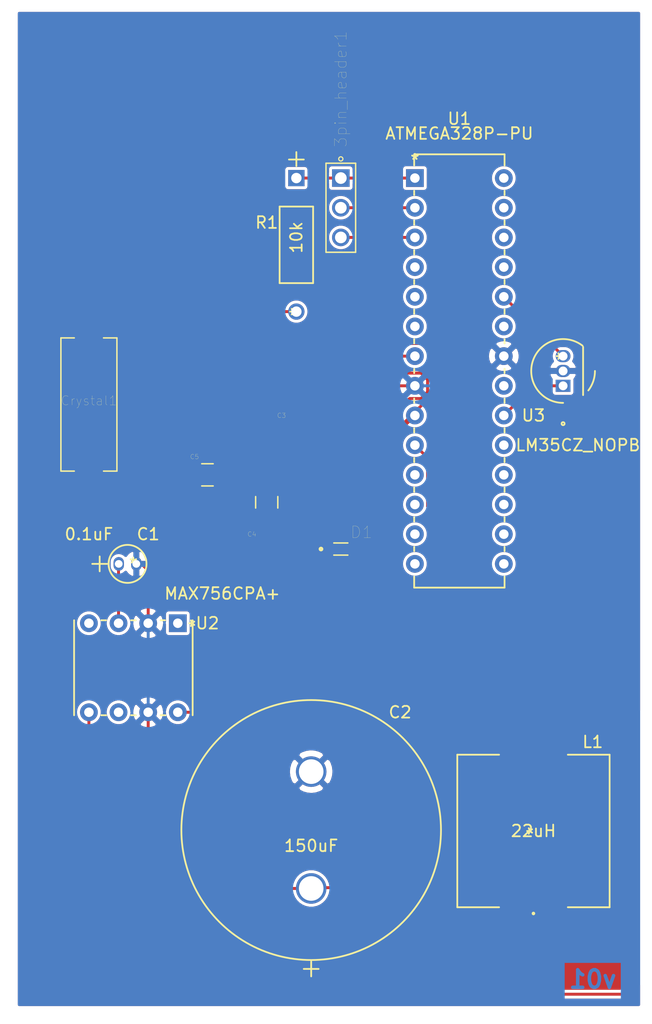
<source format=kicad_pcb>
(kicad_pcb (version 20171130) (host pcbnew "(5.1.5-0-10_14)")

  (general
    (thickness 1.6)
    (drawings 5)
    (tracks 101)
    (zones 0)
    (modules 13)
    (nets 34)
  )

  (page A4)
  (title_block
    (title "PCB Design")
    (date 2019.02.23)
    (rev 1)
    (company UofT)
  )

  (layers
    (0 F.Cu signal)
    (31 B.Cu signal)
    (32 B.Adhes user)
    (33 F.Adhes user)
    (34 B.Paste user)
    (35 F.Paste user)
    (36 B.SilkS user)
    (37 F.SilkS user)
    (38 B.Mask user)
    (39 F.Mask user)
    (40 Dwgs.User user)
    (41 Cmts.User user)
    (42 Eco1.User user)
    (43 Eco2.User user)
    (44 Edge.Cuts user)
    (45 Margin user)
    (46 B.CrtYd user)
    (47 F.CrtYd user)
    (48 B.Fab user)
    (49 F.Fab user)
  )

  (setup
    (last_trace_width 0.25)
    (trace_clearance 0.2)
    (zone_clearance 0.508)
    (zone_45_only no)
    (trace_min 0.2)
    (via_size 0.8)
    (via_drill 0.4)
    (via_min_size 0.4)
    (via_min_drill 0.3)
    (uvia_size 0.3)
    (uvia_drill 0.1)
    (uvias_allowed no)
    (uvia_min_size 0.2)
    (uvia_min_drill 0.1)
    (edge_width 0.05)
    (segment_width 0.2)
    (pcb_text_width 0.3)
    (pcb_text_size 1.5 1.5)
    (mod_edge_width 0.12)
    (mod_text_size 1 1)
    (mod_text_width 0.15)
    (pad_size 0.889 1.1684)
    (pad_drill 0.6604)
    (pad_to_mask_clearance 0.001295)
    (solder_mask_min_width 0.25)
    (aux_axis_origin 0 0)
    (visible_elements FFFFFF7F)
    (pcbplotparams
      (layerselection 0x010fc_ffffffff)
      (usegerberextensions false)
      (usegerberattributes false)
      (usegerberadvancedattributes false)
      (creategerberjobfile false)
      (excludeedgelayer true)
      (linewidth 0.100000)
      (plotframeref false)
      (viasonmask false)
      (mode 1)
      (useauxorigin false)
      (hpglpennumber 1)
      (hpglpenspeed 20)
      (hpglpendiameter 15.000000)
      (psnegative false)
      (psa4output false)
      (plotreference true)
      (plotvalue true)
      (plotinvisibletext false)
      (padsonsilk false)
      (subtractmaskfromsilk false)
      (outputformat 1)
      (mirror false)
      (drillshape 1)
      (scaleselection 1)
      (outputdirectory ""))
  )

  (net 0 "")
  (net 1 "Net-(3pin_header1-Pad1)")
  (net 2 "Net-(3pin_header1-Pad2)")
  (net 3 "Net-(3pin_header1-Pad3)")
  (net 4 "Net-(C1-Pad1)")
  (net 5 "Net-(C3-Pad1)")
  (net 6 "Net-(C4-Pad2)")
  (net 7 "Net-(C5-Pad1)")
  (net 8 "Net-(D1-PadA)")
  (net 9 "Net-(U1-Pad4)")
  (net 10 "Net-(U1-Pad5)")
  (net 11 "Net-(U1-Pad6)")
  (net 12 "Net-(U1-Pad11)")
  (net 13 "Net-(U1-Pad12)")
  (net 14 "Net-(U1-Pad13)")
  (net 15 "Net-(U1-Pad14)")
  (net 16 "Net-(U1-Pad15)")
  (net 17 "Net-(U1-Pad16)")
  (net 18 "Net-(U1-Pad17)")
  (net 19 "Net-(U1-Pad18)")
  (net 20 "Net-(U1-Pad19)")
  (net 21 "Net-(U1-Pad20)")
  (net 22 "Net-(U1-Pad21)")
  (net 23 "Net-(U1-Pad23)")
  (net 24 "Net-(U1-Pad24)")
  (net 25 "Net-(U1-Pad25)")
  (net 26 "Net-(U1-Pad26)")
  (net 27 "Net-(U1-Pad27)")
  (net 28 "Net-(U1-Pad28)")
  (net 29 "Net-(U2-Pad1)")
  (net 30 "Net-(U2-Pad4)")
  (net 31 "Net-(U2-Pad6)")
  (net 32 GND)
  (net 33 +2V5)

  (net_class Default "This is the default net class."
    (clearance 0.2)
    (trace_width 0.25)
    (via_dia 0.8)
    (via_drill 0.4)
    (uvia_dia 0.3)
    (uvia_drill 0.1)
    (add_net +2V5)
    (add_net GND)
    (add_net "Net-(3pin_header1-Pad1)")
    (add_net "Net-(3pin_header1-Pad2)")
    (add_net "Net-(3pin_header1-Pad3)")
    (add_net "Net-(C1-Pad1)")
    (add_net "Net-(C3-Pad1)")
    (add_net "Net-(C4-Pad2)")
    (add_net "Net-(C5-Pad1)")
    (add_net "Net-(D1-PadA)")
    (add_net "Net-(U1-Pad11)")
    (add_net "Net-(U1-Pad12)")
    (add_net "Net-(U1-Pad13)")
    (add_net "Net-(U1-Pad14)")
    (add_net "Net-(U1-Pad15)")
    (add_net "Net-(U1-Pad16)")
    (add_net "Net-(U1-Pad17)")
    (add_net "Net-(U1-Pad18)")
    (add_net "Net-(U1-Pad19)")
    (add_net "Net-(U1-Pad20)")
    (add_net "Net-(U1-Pad21)")
    (add_net "Net-(U1-Pad23)")
    (add_net "Net-(U1-Pad24)")
    (add_net "Net-(U1-Pad25)")
    (add_net "Net-(U1-Pad26)")
    (add_net "Net-(U1-Pad27)")
    (add_net "Net-(U1-Pad28)")
    (add_net "Net-(U1-Pad4)")
    (add_net "Net-(U1-Pad5)")
    (add_net "Net-(U1-Pad6)")
    (add_net "Net-(U2-Pad1)")
    (add_net "Net-(U2-Pad4)")
    (add_net "Net-(U2-Pad6)")
  )

  (module _pcb_footprints:MAX756CPA&plus_ (layer F.Cu) (tedit 0) (tstamp 5E5214F7)
    (at 133.35 101.6 270)
    (path /5E5211CC)
    (fp_text reference U2 (at -7.62 -10.16 180) (layer F.SilkS)
      (effects (font (size 1 1) (thickness 0.15)))
    )
    (fp_text value MAX756CPA+ (at -10.16 -11.43 180) (layer F.SilkS)
      (effects (font (size 1 1) (thickness 0.15)))
    )
    (fp_text user * (at -7.62 -9.144 90) (layer F.SilkS)
      (effects (font (size 1 1) (thickness 0.15)))
    )
    (fp_text user * (at -7.493 -7.62 90) (layer F.Fab)
      (effects (font (size 1 1) (thickness 0.15)))
    )
    (fp_text user * (at -7.493 -7.62 90) (layer F.Fab)
      (effects (font (size 1 1) (thickness 0.15)))
    )
    (fp_text user * (at -7.62 -9.144 90) (layer F.SilkS)
      (effects (font (size 1 1) (thickness 0.15)))
    )
    (fp_line (start -7.747 -7.2136) (end -7.747 -8.0264) (layer F.Fab) (width 0.1524))
    (fp_line (start -7.747 -8.0264) (end -8.0264 -8.0264) (layer F.Fab) (width 0.1524))
    (fp_line (start -8.0264 -8.0264) (end -8.0264 -7.2136) (layer F.Fab) (width 0.1524))
    (fp_line (start -8.0264 -7.2136) (end -7.747 -7.2136) (layer F.Fab) (width 0.1524))
    (fp_line (start -7.747 -4.6736) (end -7.747 -5.4864) (layer F.Fab) (width 0.1524))
    (fp_line (start -7.747 -5.4864) (end -8.0264 -5.4864) (layer F.Fab) (width 0.1524))
    (fp_line (start -8.0264 -5.4864) (end -8.0264 -4.6736) (layer F.Fab) (width 0.1524))
    (fp_line (start -8.0264 -4.6736) (end -7.747 -4.6736) (layer F.Fab) (width 0.1524))
    (fp_line (start -7.747 -2.1336) (end -7.747 -2.9464) (layer F.Fab) (width 0.1524))
    (fp_line (start -7.747 -2.9464) (end -8.0264 -2.9464) (layer F.Fab) (width 0.1524))
    (fp_line (start -8.0264 -2.9464) (end -8.0264 -2.1336) (layer F.Fab) (width 0.1524))
    (fp_line (start -8.0264 -2.1336) (end -7.747 -2.1336) (layer F.Fab) (width 0.1524))
    (fp_line (start -7.747 0.4064) (end -7.747 -0.4064) (layer F.Fab) (width 0.1524))
    (fp_line (start -7.747 -0.4064) (end -8.0264 -0.4064) (layer F.Fab) (width 0.1524))
    (fp_line (start -8.0264 -0.4064) (end -8.0264 0.4064) (layer F.Fab) (width 0.1524))
    (fp_line (start -8.0264 0.4064) (end -7.747 0.4064) (layer F.Fab) (width 0.1524))
    (fp_line (start 0.127 -0.4064) (end 0.127 0.4064) (layer F.Fab) (width 0.1524))
    (fp_line (start 0.127 0.4064) (end 0.4064 0.4064) (layer F.Fab) (width 0.1524))
    (fp_line (start 0.4064 0.4064) (end 0.4064 -0.4064) (layer F.Fab) (width 0.1524))
    (fp_line (start 0.4064 -0.4064) (end 0.127 -0.4064) (layer F.Fab) (width 0.1524))
    (fp_line (start 0.127 -2.9464) (end 0.127 -2.1336) (layer F.Fab) (width 0.1524))
    (fp_line (start 0.127 -2.1336) (end 0.4064 -2.1336) (layer F.Fab) (width 0.1524))
    (fp_line (start 0.4064 -2.1336) (end 0.4064 -2.9464) (layer F.Fab) (width 0.1524))
    (fp_line (start 0.4064 -2.9464) (end 0.127 -2.9464) (layer F.Fab) (width 0.1524))
    (fp_line (start 0.127 -5.4864) (end 0.127 -4.6736) (layer F.Fab) (width 0.1524))
    (fp_line (start 0.127 -4.6736) (end 0.4064 -4.6736) (layer F.Fab) (width 0.1524))
    (fp_line (start 0.4064 -4.6736) (end 0.4064 -5.4864) (layer F.Fab) (width 0.1524))
    (fp_line (start 0.4064 -5.4864) (end 0.127 -5.4864) (layer F.Fab) (width 0.1524))
    (fp_line (start 0.127 -8.0264) (end 0.127 -7.2136) (layer F.Fab) (width 0.1524))
    (fp_line (start 0.127 -7.2136) (end 0.4064 -7.2136) (layer F.Fab) (width 0.1524))
    (fp_line (start 0.4064 -7.2136) (end 0.4064 -8.0264) (layer F.Fab) (width 0.1524))
    (fp_line (start 0.4064 -8.0264) (end 0.127 -8.0264) (layer F.Fab) (width 0.1524))
    (fp_line (start -7.874 1.27) (end 0.254 1.27) (layer F.SilkS) (width 0.1524))
    (fp_line (start 0.254 -1.064866) (end 0.254 -1.475134) (layer F.SilkS) (width 0.1524))
    (fp_line (start 0.254 -8.89) (end -7.874 -8.89) (layer F.SilkS) (width 0.1524))
    (fp_line (start -7.874 -6.52526) (end -7.874 -6.144866) (layer F.SilkS) (width 0.1524))
    (fp_line (start -7.747 1.143) (end 0.127 1.143) (layer F.Fab) (width 0.1524))
    (fp_line (start 0.127 1.143) (end 0.127 -8.763) (layer F.Fab) (width 0.1524))
    (fp_line (start 0.127 -8.763) (end -7.747 -8.763) (layer F.Fab) (width 0.1524))
    (fp_line (start -7.747 -8.763) (end -7.747 1.143) (layer F.Fab) (width 0.1524))
    (fp_line (start -7.874 -4.015134) (end -7.874 -3.604866) (layer F.SilkS) (width 0.1524))
    (fp_line (start -7.874 -1.475134) (end -7.874 -1.064866) (layer F.SilkS) (width 0.1524))
    (fp_line (start 0.254 -3.604866) (end 0.254 -4.015134) (layer F.SilkS) (width 0.1524))
    (fp_line (start 0.254 -6.144866) (end 0.254 -6.555134) (layer F.SilkS) (width 0.1524))
    (fp_line (start 1.016 1.016) (end 1.016 -8.636) (layer F.CrtYd) (width 0.1524))
    (fp_line (start 1.016 -8.636) (end 0.381 -8.636) (layer F.CrtYd) (width 0.1524))
    (fp_line (start 0.381 -8.636) (end 0.381 -9.017) (layer F.CrtYd) (width 0.1524))
    (fp_line (start 0.381 -9.017) (end -8.001 -9.017) (layer F.CrtYd) (width 0.1524))
    (fp_line (start -8.001 -9.017) (end -8.001 -8.636) (layer F.CrtYd) (width 0.1524))
    (fp_line (start -8.001 -8.636) (end -8.636 -8.636) (layer F.CrtYd) (width 0.1524))
    (fp_line (start -8.636 -8.636) (end -8.636 1.016) (layer F.CrtYd) (width 0.1524))
    (fp_line (start -8.636 1.016) (end -8.001 1.016) (layer F.CrtYd) (width 0.1524))
    (fp_line (start -8.001 1.016) (end -8.001 1.397) (layer F.CrtYd) (width 0.1524))
    (fp_line (start -8.001 1.397) (end 0.381 1.397) (layer F.CrtYd) (width 0.1524))
    (fp_line (start 0.381 1.397) (end 0.381 1.016) (layer F.CrtYd) (width 0.1524))
    (fp_line (start 0.381 1.016) (end 1.016 1.016) (layer F.CrtYd) (width 0.1524))
    (fp_arc (start -3.81 -8.763) (end -3.5052 -8.763) (angle 180) (layer F.Fab) (width 0.1524))
    (pad 1 thru_hole rect (at -7.62 -7.62 270) (size 1.524 1.524) (drill 0.8128) (layers *.Cu *.Mask)
      (net 29 "Net-(U2-Pad1)"))
    (pad 2 thru_hole circle (at -7.62 -5.08 270) (size 1.524 1.524) (drill 0.8128) (layers *.Cu *.Mask)
      (net 32 GND))
    (pad 3 thru_hole circle (at -7.62 -2.54 270) (size 1.524 1.524) (drill 0.8128) (layers *.Cu *.Mask)
      (net 4 "Net-(C1-Pad1)"))
    (pad 4 thru_hole circle (at -7.62 0 270) (size 1.524 1.524) (drill 0.8128) (layers *.Cu *.Mask)
      (net 30 "Net-(U2-Pad4)"))
    (pad 5 thru_hole circle (at 0 0 270) (size 1.524 1.524) (drill 0.8128) (layers *.Cu *.Mask)
      (net 33 +2V5))
    (pad 6 thru_hole circle (at 0 -2.54 270) (size 1.524 1.524) (drill 0.8128) (layers *.Cu *.Mask)
      (net 31 "Net-(U2-Pad6)"))
    (pad 7 thru_hole circle (at 0 -5.08 270) (size 1.524 1.524) (drill 0.8128) (layers *.Cu *.Mask)
      (net 32 GND))
    (pad 8 thru_hole circle (at 0 -7.62 270) (size 1.524 1.524) (drill 0.8128) (layers *.Cu *.Mask)
      (net 8 "Net-(D1-PadA)"))
  )

  (module _pcb_footprints:LGN2W151MELZ40 (layer F.Cu) (tedit 0) (tstamp 5E53273A)
    (at 152.4 106.68 90)
    (path /5E52C2A3)
    (fp_text reference C2 (at 5.08 7.62 180) (layer F.SilkS)
      (effects (font (size 1 1) (thickness 0.15)))
    )
    (fp_text value 150uF (at -6.35 0 180) (layer F.SilkS)
      (effects (font (size 1 1) (thickness 0.15)))
    )
    (fp_text user * (at 0 0 90) (layer F.SilkS)
      (effects (font (size 1 1) (thickness 0.15)))
    )
    (fp_text user * (at 0 0 90) (layer F.Fab)
      (effects (font (size 1 1) (thickness 0.15)))
    )
    (fp_line (start -17.5222 0) (end -16.2522 0) (layer F.Fab) (width 0.1524))
    (fp_line (start -16.8872 -0.635) (end -16.8872 0.635) (layer F.Fab) (width 0.1524))
    (fp_line (start -17.5222 0) (end -16.2522 0) (layer F.SilkS) (width 0.1524))
    (fp_line (start -16.8872 -0.635) (end -16.8872 0.635) (layer F.SilkS) (width 0.1524))
    (fp_line (start -9.63326 -11.2522) (end -0.36674 -11.2522) (layer F.CrtYd) (width 0.1524))
    (fp_line (start -0.36674 -11.2522) (end 6.2522 -4.63326) (layer F.CrtYd) (width 0.1524))
    (fp_line (start 6.2522 -4.63326) (end 6.2522 4.63326) (layer F.CrtYd) (width 0.1524))
    (fp_line (start 6.2522 4.63326) (end -0.36674 11.2522) (layer F.CrtYd) (width 0.1524))
    (fp_line (start -0.36674 11.2522) (end -9.63326 11.2522) (layer F.CrtYd) (width 0.1524))
    (fp_line (start -9.63326 11.2522) (end -16.2522 4.63326) (layer F.CrtYd) (width 0.1524))
    (fp_line (start -16.2522 4.63326) (end -16.2522 -4.63326) (layer F.CrtYd) (width 0.1524))
    (fp_line (start -16.2522 -4.63326) (end -9.63326 -11.2522) (layer F.CrtYd) (width 0.1524))
    (fp_circle (center -5 0) (end 5.9982 0) (layer F.Fab) (width 0.1524))
    (fp_circle (center -5 0) (end 6.1252 0) (layer F.SilkS) (width 0.1524))
    (pad 1 thru_hole circle (at -10 0 90) (size 2.6162 2.6162) (drill 2.1082) (layers *.Cu *.Mask)
      (net 33 +2V5))
    (pad 2 thru_hole circle (at 0 0 90) (size 2.6162 2.6162) (drill 2.1082) (layers *.Cu *.Mask)
      (net 32 GND))
  )

  (module _pcb_footprints:HDRV3W64P254_1X3_762X254X910P (layer F.Cu) (tedit 5E52063B) (tstamp 5E52236E)
    (at 154.94 55.88 270)
    (path /5E567F09)
    (fp_text reference 3pin_header1 (at -7.62 0 90) (layer F.SilkS)
      (effects (font (size 1.003323 1.003323) (thickness 0.015)))
    )
    (fp_text value M20-9990345 (at 0 12.7 90) (layer F.Fab) hide
      (effects (font (size 1.001512 1.001512) (thickness 0.015)))
    )
    (fp_line (start -1.27 -1.27) (end -1.27 1.27) (layer F.SilkS) (width 0.127))
    (fp_line (start -1.27 1.27) (end 6.35 1.27) (layer F.SilkS) (width 0.127))
    (fp_line (start 6.35 1.27) (end 6.35 -1.27) (layer F.SilkS) (width 0.127))
    (fp_line (start 6.35 -1.27) (end -1.27 -1.27) (layer F.SilkS) (width 0.127))
    (fp_line (start -1.5 -1.5) (end -1.5 1.5) (layer F.CrtYd) (width 0.05))
    (fp_line (start -1.5 1.5) (end 6.5 1.5) (layer F.CrtYd) (width 0.05))
    (fp_line (start 6.5 1.5) (end 6.5 -1.5) (layer F.CrtYd) (width 0.05))
    (fp_line (start 6.5 -1.5) (end -1.5 -1.5) (layer F.CrtYd) (width 0.05))
    (fp_circle (center -1.64 0) (end -1.46 0) (layer F.SilkS) (width 0.1))
    (pad 1 thru_hole rect (at 0 0 270) (size 1.508 1.508) (drill 1) (layers *.Cu *.Mask)
      (net 1 "Net-(3pin_header1-Pad1)"))
    (pad 2 thru_hole circle (at 2.54 0 270) (size 1.508 1.508) (drill 1) (layers *.Cu *.Mask)
      (net 2 "Net-(3pin_header1-Pad2)"))
    (pad 3 thru_hole circle (at 5.08 0 270) (size 1.508 1.508) (drill 1) (layers *.Cu *.Mask)
      (net 3 "Net-(3pin_header1-Pad3)"))
  )

  (module _pcb_footprints:UMA1H0R1MCD2TP (layer F.Cu) (tedit 5E531792) (tstamp 5E532634)
    (at 137.16 88.9)
    (path /5E52A655)
    (fp_text reference C1 (at 1.27 -2.54) (layer F.SilkS)
      (effects (font (size 1 1) (thickness 0.15)))
    )
    (fp_text value 0.1uF (at -3.81 -2.54) (layer F.SilkS)
      (effects (font (size 1 1) (thickness 0.15)))
    )
    (fp_text user * (at 0 0) (layer F.SilkS)
      (effects (font (size 1 1) (thickness 0.15)))
    )
    (fp_text user * (at 0 0) (layer F.Fab)
      (effects (font (size 1 1) (thickness 0.15)))
    )
    (fp_line (start -3.5226 0) (end -2.2526 0) (layer F.Fab) (width 0.1524))
    (fp_line (start -2.8876 -0.635) (end -2.8876 0.635) (layer F.Fab) (width 0.1524))
    (fp_line (start -3.5226 0) (end -2.2526 0) (layer F.SilkS) (width 0.1524))
    (fp_line (start -2.8876 -0.635) (end -2.8876 0.635) (layer F.SilkS) (width 0.1524))
    (fp_line (start -1.221659 -1.7526) (end 0.221659 -1.7526) (layer F.CrtYd) (width 0.1524))
    (fp_line (start 0.221659 -1.7526) (end 1.2526 -0.721659) (layer F.CrtYd) (width 0.1524))
    (fp_line (start 1.2526 -0.721659) (end 1.2526 0.721659) (layer F.CrtYd) (width 0.1524))
    (fp_line (start 1.2526 0.721659) (end 0.221659 1.7526) (layer F.CrtYd) (width 0.1524))
    (fp_line (start 0.221659 1.7526) (end -1.221659 1.7526) (layer F.CrtYd) (width 0.1524))
    (fp_line (start -1.221659 1.7526) (end -2.2526 0.721659) (layer F.CrtYd) (width 0.1524))
    (fp_line (start -2.2526 0.721659) (end -2.2526 -0.721659) (layer F.CrtYd) (width 0.1524))
    (fp_line (start -2.2526 -0.721659) (end -1.221659 -1.7526) (layer F.CrtYd) (width 0.1524))
    (fp_circle (center -0.5 0) (end 0.9986 0) (layer F.Fab) (width 0.1524))
    (fp_circle (center -0.5 0) (end 1.1256 0) (layer F.SilkS) (width 0.1524))
    (pad 1 thru_hole oval (at -1.254 0) (size 0.889 1.1684) (drill 0.6604) (layers *.Cu *.Mask)
      (net 4 "Net-(C1-Pad1)"))
    (pad 2 thru_hole oval (at 0.254 0) (size 0.889 1.1684) (drill 0.6604) (layers *.Cu *.Mask)
      (net 32 GND))
  )

  (module _pcb_footprints:CAPC1005X55N (layer F.Cu) (tedit 5E517B4B) (tstamp 5E520C1E)
    (at 151.13 74.93 180)
    (path /5E530744)
    (fp_text reference C3 (at 1.27 -1.27) (layer F.SilkS)
      (effects (font (size 0.393701 0.393701) (thickness 0.015)))
    )
    (fp_text value 100uF (at 2.54 0) (layer F.Fab)
      (effects (font (size 0.393701 0.393701) (thickness 0.015)))
    )
    (fp_line (start 0.53 0.28) (end -0.53 0.28) (layer F.Fab) (width 0.127))
    (fp_line (start 0.53 -0.28) (end -0.53 -0.28) (layer F.Fab) (width 0.127))
    (fp_line (start 0.53 0.28) (end 0.53 -0.28) (layer F.Fab) (width 0.127))
    (fp_line (start -0.53 0.28) (end -0.53 -0.28) (layer F.Fab) (width 0.127))
    (fp_line (start -0.95 0.55) (end 0.95 0.55) (layer F.CrtYd) (width 0.05))
    (fp_line (start -0.95 -0.55) (end 0.95 -0.55) (layer F.CrtYd) (width 0.05))
    (fp_line (start -0.95 0.55) (end -0.95 -0.55) (layer F.CrtYd) (width 0.05))
    (fp_line (start 0.95 0.55) (end 0.95 -0.55) (layer F.CrtYd) (width 0.05))
    (pad 1 smd rect (at -0.407 0 180) (size 0.59 0.6) (layers F.Cu F.Paste F.Mask)
      (net 5 "Net-(C3-Pad1)"))
    (pad 2 smd rect (at 0.407 0 180) (size 0.59 0.6) (layers F.Cu F.Paste F.Mask)
      (net 32 GND))
  )

  (module _pcb_footprints:CAPC3216X190N (layer F.Cu) (tedit 5E5170B8) (tstamp 5E522963)
    (at 148.59 83.63 90)
    (path /5E530F76)
    (fp_text reference C4 (at -2.73 -1.27 180) (layer F.SilkS)
      (effects (font (size 0.393701 0.393701) (thickness 0.015)))
    )
    (fp_text value 22pF (at -2.73 0 180) (layer F.Fab)
      (effects (font (size 0.393701 0.393701) (thickness 0.015)))
    )
    (fp_line (start 1.75 0.95) (end -1.75 0.95) (layer F.Fab) (width 0.127))
    (fp_line (start 1.75 -0.95) (end -1.75 -0.95) (layer F.Fab) (width 0.127))
    (fp_line (start 1.75 0.95) (end 1.75 -0.95) (layer F.Fab) (width 0.127))
    (fp_line (start -1.75 0.95) (end -1.75 -0.95) (layer F.Fab) (width 0.127))
    (fp_line (start -0.49 -0.95) (end 0.49 -0.95) (layer F.SilkS) (width 0.127))
    (fp_line (start -0.49 0.95) (end 0.49 0.95) (layer F.SilkS) (width 0.127))
    (fp_line (start -2.355 1.205) (end 2.355 1.205) (layer F.CrtYd) (width 0.05))
    (fp_line (start -2.355 -1.205) (end 2.355 -1.205) (layer F.CrtYd) (width 0.05))
    (fp_line (start -2.355 1.205) (end -2.355 -1.205) (layer F.CrtYd) (width 0.05))
    (fp_line (start 2.355 1.205) (end 2.355 -1.205) (layer F.CrtYd) (width 0.05))
    (pad 1 smd rect (at -1.46 0 90) (size 1.29 1.91) (layers F.Cu F.Paste F.Mask)
      (net 32 GND))
    (pad 2 smd rect (at 1.46 0 90) (size 1.29 1.91) (layers F.Cu F.Paste F.Mask)
      (net 6 "Net-(C4-Pad2)"))
  )

  (module _pcb_footprints:CAPC3216X190N (layer F.Cu) (tedit 5E5170B8) (tstamp 5E5226DE)
    (at 143.51 81.28)
    (path /5E533AFF)
    (fp_text reference C5 (at -1.11 -1.55) (layer F.SilkS)
      (effects (font (size 0.393701 0.393701) (thickness 0.015)))
    )
    (fp_text value 22pF (at 0 1.55) (layer F.Fab)
      (effects (font (size 0.393701 0.393701) (thickness 0.015)))
    )
    (fp_line (start 2.355 1.205) (end 2.355 -1.205) (layer F.CrtYd) (width 0.05))
    (fp_line (start -2.355 1.205) (end -2.355 -1.205) (layer F.CrtYd) (width 0.05))
    (fp_line (start -2.355 -1.205) (end 2.355 -1.205) (layer F.CrtYd) (width 0.05))
    (fp_line (start -2.355 1.205) (end 2.355 1.205) (layer F.CrtYd) (width 0.05))
    (fp_line (start -0.49 0.95) (end 0.49 0.95) (layer F.SilkS) (width 0.127))
    (fp_line (start -0.49 -0.95) (end 0.49 -0.95) (layer F.SilkS) (width 0.127))
    (fp_line (start -1.75 0.95) (end -1.75 -0.95) (layer F.Fab) (width 0.127))
    (fp_line (start 1.75 0.95) (end 1.75 -0.95) (layer F.Fab) (width 0.127))
    (fp_line (start 1.75 -0.95) (end -1.75 -0.95) (layer F.Fab) (width 0.127))
    (fp_line (start 1.75 0.95) (end -1.75 0.95) (layer F.Fab) (width 0.127))
    (pad 2 smd rect (at 1.46 0) (size 1.29 1.91) (layers F.Cu F.Paste F.Mask)
      (net 32 GND))
    (pad 1 smd rect (at -1.46 0) (size 1.29 1.91) (layers F.Cu F.Paste F.Mask)
      (net 7 "Net-(C5-Pad1)"))
  )

  (module _pcb_footprints:XTAL_ECS-110.5-20-5PX-TR (layer F.Cu) (tedit 5E5189D9) (tstamp 5E520C5A)
    (at 133.35 75.26 270)
    (path /5E534B7F)
    (fp_text reference Crystal1 (at -0.33 0 180) (layer F.SilkS)
      (effects (font (size 0.789992 0.789992) (thickness 0.015)))
    )
    (fp_text value ECS-110.5-20-5PX-TR (at 6.50761 3.504095 90) (layer F.Fab) hide
      (effects (font (size 0.788323 0.788323) (thickness 0.015)))
    )
    (fp_line (start -5.7 -2.4) (end -5.7 2.4) (layer F.Fab) (width 0.127))
    (fp_line (start -5.7 2.4) (end 5.7 2.4) (layer F.Fab) (width 0.127))
    (fp_line (start 5.7 2.4) (end 5.7 -2.4) (layer F.Fab) (width 0.127))
    (fp_line (start 5.7 -2.4) (end -5.7 -2.4) (layer F.Fab) (width 0.127))
    (fp_line (start -5.7 -1.254) (end -5.7 -2.4) (layer F.SilkS) (width 0.127))
    (fp_line (start -5.7 -2.4) (end 5.7 -2.4) (layer F.SilkS) (width 0.127))
    (fp_line (start 5.7 -2.4) (end 5.7 -1.254) (layer F.SilkS) (width 0.127))
    (fp_line (start 5.7 1.254) (end 5.7 2.4) (layer F.SilkS) (width 0.127))
    (fp_line (start 5.7 2.4) (end -5.7 2.4) (layer F.SilkS) (width 0.127))
    (fp_line (start -5.7 2.4) (end -5.7 1.254) (layer F.SilkS) (width 0.127))
    (fp_line (start -5.95 -2.65) (end 5.95 -2.65) (layer F.CrtYd) (width 0.05))
    (fp_line (start 5.95 -2.65) (end 5.95 -1.25) (layer F.CrtYd) (width 0.05))
    (fp_line (start 5.95 -1.25) (end 7.75 -1.25) (layer F.CrtYd) (width 0.05))
    (fp_line (start 7.75 -1.25) (end 7.75 1.25) (layer F.CrtYd) (width 0.05))
    (fp_line (start 7.75 1.25) (end 5.95 1.25) (layer F.CrtYd) (width 0.05))
    (fp_line (start 5.95 1.25) (end 5.95 2.65) (layer F.CrtYd) (width 0.05))
    (fp_line (start 5.95 2.65) (end -5.95 2.65) (layer F.CrtYd) (width 0.05))
    (fp_line (start -5.95 2.65) (end -5.95 1.25) (layer F.CrtYd) (width 0.05))
    (fp_line (start -5.95 1.25) (end -7.75 1.25) (layer F.CrtYd) (width 0.05))
    (fp_line (start -7.75 1.25) (end -7.75 -1.25) (layer F.CrtYd) (width 0.05))
    (fp_line (start -7.75 -1.25) (end -5.95 -1.25) (layer F.CrtYd) (width 0.05))
    (fp_line (start -5.95 -1.25) (end -5.95 -2.65) (layer F.CrtYd) (width 0.05))
    (pad 1 smd rect (at -4.75 0 270) (size 5.5 2) (layers F.Cu F.Paste F.Mask)
      (net 6 "Net-(C4-Pad2)"))
    (pad 2 smd rect (at 4.75 0 270) (size 5.5 2) (layers F.Cu F.Paste F.Mask)
      (net 7 "Net-(C5-Pad1)"))
  )

  (module _pcb_footprints:SODFL1608X70N (layer F.Cu) (tedit 5E517024) (tstamp 5E520C6C)
    (at 154.94 87.63)
    (path /5E52D001)
    (fp_text reference D1 (at 1.775 -1.435) (layer F.SilkS)
      (effects (font (size 1 1) (thickness 0.015)))
    )
    (fp_text value . (at 6.855 1.535) (layer F.Fab)
      (effects (font (size 1 1) (thickness 0.015)))
    )
    (fp_line (start -0.65 -0.45) (end 0.65 -0.45) (layer F.Fab) (width 0.127))
    (fp_line (start 0.65 -0.45) (end 0.65 0.45) (layer F.Fab) (width 0.127))
    (fp_line (start 0.65 0.45) (end -0.65 0.45) (layer F.Fab) (width 0.127))
    (fp_line (start -0.65 0.45) (end -0.65 -0.45) (layer F.Fab) (width 0.127))
    (fp_line (start -0.6 -0.52) (end 0.6 -0.52) (layer F.SilkS) (width 0.127))
    (fp_line (start 0.6 0.52) (end -0.6 0.52) (layer F.SilkS) (width 0.127))
    (fp_line (start -1.32 -0.7) (end 1.32 -0.7) (layer F.CrtYd) (width 0.05))
    (fp_line (start 1.32 -0.7) (end 1.32 0.7) (layer F.CrtYd) (width 0.05))
    (fp_line (start 1.32 0.7) (end -1.32 0.7) (layer F.CrtYd) (width 0.05))
    (fp_line (start -1.32 0.7) (end -1.32 -0.7) (layer F.CrtYd) (width 0.05))
    (fp_circle (center -1.7 0) (end -1.6 0) (layer F.SilkS) (width 0.2))
    (fp_circle (center -1.7 0) (end -1.6 0) (layer F.Fab) (width 0.2))
    (pad C smd rect (at -0.8 0) (size 0.53 0.4) (layers F.Cu F.Paste F.Mask)
      (net 5 "Net-(C3-Pad1)"))
    (pad A smd rect (at 0.8 0) (size 0.53 0.4) (layers F.Cu F.Paste F.Mask)
      (net 8 "Net-(D1-PadA)"))
  )

  (module _pcb_footprints:SRR1260-220M (layer F.Cu) (tedit 0) (tstamp 5E521B48)
    (at 171.45 111.76 90)
    (path /5E52EBA9)
    (fp_text reference L1 (at 7.62 5.08 180) (layer F.SilkS)
      (effects (font (size 1 1) (thickness 0.15)))
    )
    (fp_text value 22uH (at 0 0 180) (layer F.SilkS)
      (effects (font (size 1 1) (thickness 0.15)))
    )
    (fp_text user * (at 0 0 90) (layer F.SilkS)
      (effects (font (size 1 1) (thickness 0.15)))
    )
    (fp_text user * (at 0 0 90) (layer F.Fab)
      (effects (font (size 1 1) (thickness 0.15)))
    )
    (fp_line (start -6.5278 6.5278) (end 6.5278 6.5278) (layer F.SilkS) (width 0.1524))
    (fp_line (start 6.5278 6.5278) (end 6.5278 2.946881) (layer F.SilkS) (width 0.1524))
    (fp_line (start 6.5278 -6.5278) (end -6.5278 -6.5278) (layer F.SilkS) (width 0.1524))
    (fp_line (start -6.5278 -6.5278) (end -6.5278 -2.946881) (layer F.SilkS) (width 0.1524))
    (fp_line (start -6.4008 6.4008) (end 6.4008 6.4008) (layer F.Fab) (width 0.1524))
    (fp_line (start 6.4008 6.4008) (end 6.4008 -6.4008) (layer F.Fab) (width 0.1524))
    (fp_line (start 6.4008 -6.4008) (end -6.4008 -6.4008) (layer F.Fab) (width 0.1524))
    (fp_line (start -6.4008 -6.4008) (end -6.4008 6.4008) (layer F.Fab) (width 0.1524))
    (fp_line (start -6.5278 2.946881) (end -6.5278 6.5278) (layer F.SilkS) (width 0.1524))
    (fp_line (start 6.5278 -2.946881) (end 6.5278 -6.5278) (layer F.SilkS) (width 0.1524))
    (fp_line (start -3.3528 -6.35) (end 3.3528 -6.35) (layer F.Cu) (width 0.1524))
    (fp_line (start 3.3528 -6.35) (end 3.3528 6.35) (layer F.Cu) (width 0.1524))
    (fp_line (start 3.3528 6.35) (end -3.3528 6.35) (layer F.Cu) (width 0.1524))
    (fp_line (start -3.3528 6.35) (end -3.3528 -6.35) (layer F.Cu) (width 0.1524))
    (fp_line (start -6.5532 2.9591) (end -6.5532 -2.9591) (layer F.CrtYd) (width 0.1524))
    (fp_line (start -6.5532 -2.9591) (end -6.6548 -2.9591) (layer F.CrtYd) (width 0.1524))
    (fp_line (start -6.6548 -2.9591) (end -6.6548 -6.6548) (layer F.CrtYd) (width 0.1524))
    (fp_line (start -6.6548 -6.6548) (end 6.6548 -6.6548) (layer F.CrtYd) (width 0.1524))
    (fp_line (start 6.6548 -6.6548) (end 6.6548 -2.9591) (layer F.CrtYd) (width 0.1524))
    (fp_line (start 6.6548 -2.9591) (end 6.5532 -2.9591) (layer F.CrtYd) (width 0.1524))
    (fp_line (start 6.5532 -2.9591) (end 6.5532 2.9591) (layer F.CrtYd) (width 0.1524))
    (fp_line (start 6.5532 2.9591) (end 6.6548 2.9591) (layer F.CrtYd) (width 0.1524))
    (fp_line (start 6.6548 2.9591) (end 6.6548 6.6548) (layer F.CrtYd) (width 0.1524))
    (fp_line (start 6.6548 6.6548) (end -6.6548 6.6548) (layer F.CrtYd) (width 0.1524))
    (fp_line (start -6.6548 6.6548) (end -6.6548 2.9591) (layer F.CrtYd) (width 0.1524))
    (fp_line (start -6.6548 2.9591) (end -6.5532 2.9591) (layer F.CrtYd) (width 0.1524))
    (fp_circle (center -6.3246 0) (end -6.2484 0) (layer F.Fab) (width 0.1524))
    (fp_circle (center -7.0612 0) (end -6.985 0) (layer F.SilkS) (width 0.1524))
    (pad 1 smd rect (at -4.8514 0 90) (size 2.8956 5.4102) (layers F.Cu F.Paste F.Mask)
      (net 33 +2V5))
    (pad 2 smd rect (at 4.8514 0 90) (size 2.8956 5.4102) (layers F.Cu F.Paste F.Mask)
      (net 8 "Net-(D1-PadA)"))
  )

  (module _pcb_footprints:CF14JT10K0 (layer F.Cu) (tedit 0) (tstamp 5E52189E)
    (at 151.13 67.31 270)
    (path /5E535917)
    (fp_text reference R1 (at -7.62 2.54) (layer F.SilkS)
      (effects (font (size 1 1) (thickness 0.15)))
    )
    (fp_text value 10k (at -6.35 0 270) (layer F.SilkS)
      (effects (font (size 1 1) (thickness 0.15)))
    )
    (fp_text user * (at 0 0 90) (layer F.SilkS)
      (effects (font (size 1 1) (thickness 0.15)))
    )
    (fp_text user * (at 0 0 90) (layer F.Fab)
      (effects (font (size 1 1) (thickness 0.15)))
    )
    (fp_line (start -13.6525 0) (end -12.3825 0) (layer F.Fab) (width 0.1524))
    (fp_line (start -13.0175 -0.635) (end -13.0175 0.635) (layer F.Fab) (width 0.1524))
    (fp_line (start -13.6525 0) (end -12.46124 0) (layer F.SilkS) (width 0.1524))
    (fp_line (start -13.0175 -0.635) (end -13.0175 0.635) (layer F.SilkS) (width 0.1524))
    (fp_line (start -11.43 0) (end -8.8646 0) (layer F.Fab) (width 0.1524))
    (fp_line (start 0 0) (end -2.5654 0) (layer F.Fab) (width 0.1524))
    (fp_line (start -8.8646 1.3081) (end -2.5654 1.3081) (layer F.Fab) (width 0.1524))
    (fp_line (start -2.5654 1.3081) (end -2.5654 -1.3081) (layer F.Fab) (width 0.1524))
    (fp_line (start -2.5654 -1.3081) (end -8.8646 -1.3081) (layer F.Fab) (width 0.1524))
    (fp_line (start -8.8646 -1.3081) (end -8.8646 1.3081) (layer F.Fab) (width 0.1524))
    (fp_line (start -8.9916 1.4351) (end -2.4384 1.4351) (layer F.SilkS) (width 0.1524))
    (fp_line (start -2.4384 1.4351) (end -2.4384 -1.4351) (layer F.SilkS) (width 0.1524))
    (fp_line (start -2.4384 -1.4351) (end -8.9916 -1.4351) (layer F.SilkS) (width 0.1524))
    (fp_line (start -8.9916 -1.4351) (end -8.9916 1.4351) (layer F.SilkS) (width 0.1524))
    (fp_line (start -12.3825 0.9525) (end -12.3825 -0.9525) (layer F.CrtYd) (width 0.1524))
    (fp_line (start -12.3825 -0.9525) (end -9.1186 -0.9525) (layer F.CrtYd) (width 0.1524))
    (fp_line (start -9.1186 -0.9525) (end -9.1186 -1.5621) (layer F.CrtYd) (width 0.1524))
    (fp_line (start -9.1186 -1.5621) (end -2.3114 -1.5621) (layer F.CrtYd) (width 0.1524))
    (fp_line (start -2.3114 -1.5621) (end -2.3114 -0.9525) (layer F.CrtYd) (width 0.1524))
    (fp_line (start -2.3114 -0.9525) (end 0.9525 -0.9525) (layer F.CrtYd) (width 0.1524))
    (fp_line (start 0.9525 -0.9525) (end 0.9525 0.9525) (layer F.CrtYd) (width 0.1524))
    (fp_line (start 0.9525 0.9525) (end -2.3114 0.9525) (layer F.CrtYd) (width 0.1524))
    (fp_line (start -2.3114 0.9525) (end -2.3114 1.5621) (layer F.CrtYd) (width 0.1524))
    (fp_line (start -2.3114 1.5621) (end -9.1186 1.5621) (layer F.CrtYd) (width 0.1524))
    (fp_line (start -9.1186 1.5621) (end -9.1186 0.9525) (layer F.CrtYd) (width 0.1524))
    (fp_line (start -9.1186 0.9525) (end -12.3825 0.9525) (layer F.CrtYd) (width 0.1524))
    (pad 1 thru_hole rect (at -11.43 0 270) (size 1.397 1.397) (drill 0.889) (layers *.Cu *.Mask)
      (net 1 "Net-(3pin_header1-Pad1)"))
    (pad 2 thru_hole circle (at 0 0 270) (size 1.397 1.397) (drill 0.889) (layers *.Cu *.Mask)
      (net 5 "Net-(C3-Pad1)"))
  )

  (module _pcb_footprints:ATMEGA328P-PU (layer F.Cu) (tedit 0) (tstamp 5E520D81)
    (at 168.91 88.9)
    (path /5E5220C8)
    (fp_text reference U1 (at -3.81 -38.1) (layer F.SilkS)
      (effects (font (size 1 1) (thickness 0.15)))
    )
    (fp_text value ATMEGA328P-PU (at -3.81 -36.83) (layer F.SilkS)
      (effects (font (size 1 1) (thickness 0.15)))
    )
    (fp_text user * (at -7.62 -34.544) (layer F.SilkS)
      (effects (font (size 1 1) (thickness 0.15)))
    )
    (fp_text user * (at -7.3025 -33.02) (layer F.Fab)
      (effects (font (size 1 1) (thickness 0.15)))
    )
    (fp_text user * (at -7.3025 -33.02) (layer F.Fab)
      (effects (font (size 1 1) (thickness 0.15)))
    )
    (fp_text user * (at -7.62 -34.544) (layer F.SilkS)
      (effects (font (size 1 1) (thickness 0.15)))
    )
    (fp_line (start -7.5565 -32.6136) (end -7.5565 -33.4264) (layer F.Fab) (width 0.1524))
    (fp_line (start -7.5565 -33.4264) (end -8.0264 -33.4264) (layer F.Fab) (width 0.1524))
    (fp_line (start -8.0264 -33.4264) (end -8.0264 -32.6136) (layer F.Fab) (width 0.1524))
    (fp_line (start -8.0264 -32.6136) (end -7.5565 -32.6136) (layer F.Fab) (width 0.1524))
    (fp_line (start -7.5565 -30.0736) (end -7.5565 -30.8864) (layer F.Fab) (width 0.1524))
    (fp_line (start -7.5565 -30.8864) (end -8.0264 -30.8864) (layer F.Fab) (width 0.1524))
    (fp_line (start -8.0264 -30.8864) (end -8.0264 -30.0736) (layer F.Fab) (width 0.1524))
    (fp_line (start -8.0264 -30.0736) (end -7.5565 -30.0736) (layer F.Fab) (width 0.1524))
    (fp_line (start -7.5565 -27.5336) (end -7.5565 -28.3464) (layer F.Fab) (width 0.1524))
    (fp_line (start -7.5565 -28.3464) (end -8.0264 -28.3464) (layer F.Fab) (width 0.1524))
    (fp_line (start -8.0264 -28.3464) (end -8.0264 -27.5336) (layer F.Fab) (width 0.1524))
    (fp_line (start -8.0264 -27.5336) (end -7.5565 -27.5336) (layer F.Fab) (width 0.1524))
    (fp_line (start -7.5565 -24.9936) (end -7.5565 -25.8064) (layer F.Fab) (width 0.1524))
    (fp_line (start -7.5565 -25.8064) (end -8.0264 -25.8064) (layer F.Fab) (width 0.1524))
    (fp_line (start -8.0264 -25.8064) (end -8.0264 -24.9936) (layer F.Fab) (width 0.1524))
    (fp_line (start -8.0264 -24.9936) (end -7.5565 -24.9936) (layer F.Fab) (width 0.1524))
    (fp_line (start -7.5565 -22.4536) (end -7.5565 -23.2664) (layer F.Fab) (width 0.1524))
    (fp_line (start -7.5565 -23.2664) (end -8.0264 -23.2664) (layer F.Fab) (width 0.1524))
    (fp_line (start -8.0264 -23.2664) (end -8.0264 -22.4536) (layer F.Fab) (width 0.1524))
    (fp_line (start -8.0264 -22.4536) (end -7.5565 -22.4536) (layer F.Fab) (width 0.1524))
    (fp_line (start -7.5565 -19.9136) (end -7.5565 -20.7264) (layer F.Fab) (width 0.1524))
    (fp_line (start -7.5565 -20.7264) (end -8.0264 -20.7264) (layer F.Fab) (width 0.1524))
    (fp_line (start -8.0264 -20.7264) (end -8.0264 -19.9136) (layer F.Fab) (width 0.1524))
    (fp_line (start -8.0264 -19.9136) (end -7.5565 -19.9136) (layer F.Fab) (width 0.1524))
    (fp_line (start -7.5565 -17.3736) (end -7.5565 -18.1864) (layer F.Fab) (width 0.1524))
    (fp_line (start -7.5565 -18.1864) (end -8.0264 -18.1864) (layer F.Fab) (width 0.1524))
    (fp_line (start -8.0264 -18.1864) (end -8.0264 -17.3736) (layer F.Fab) (width 0.1524))
    (fp_line (start -8.0264 -17.3736) (end -7.5565 -17.3736) (layer F.Fab) (width 0.1524))
    (fp_line (start -7.5565 -14.8336) (end -7.5565 -15.6464) (layer F.Fab) (width 0.1524))
    (fp_line (start -7.5565 -15.6464) (end -8.0264 -15.6464) (layer F.Fab) (width 0.1524))
    (fp_line (start -8.0264 -15.6464) (end -8.0264 -14.8336) (layer F.Fab) (width 0.1524))
    (fp_line (start -8.0264 -14.8336) (end -7.5565 -14.8336) (layer F.Fab) (width 0.1524))
    (fp_line (start -7.5565 -12.2936) (end -7.5565 -13.1064) (layer F.Fab) (width 0.1524))
    (fp_line (start -7.5565 -13.1064) (end -8.0264 -13.1064) (layer F.Fab) (width 0.1524))
    (fp_line (start -8.0264 -13.1064) (end -8.0264 -12.2936) (layer F.Fab) (width 0.1524))
    (fp_line (start -8.0264 -12.2936) (end -7.5565 -12.2936) (layer F.Fab) (width 0.1524))
    (fp_line (start -7.5565 -9.7536) (end -7.5565 -10.5664) (layer F.Fab) (width 0.1524))
    (fp_line (start -7.5565 -10.5664) (end -8.0264 -10.5664) (layer F.Fab) (width 0.1524))
    (fp_line (start -8.0264 -10.5664) (end -8.0264 -9.7536) (layer F.Fab) (width 0.1524))
    (fp_line (start -8.0264 -9.7536) (end -7.5565 -9.7536) (layer F.Fab) (width 0.1524))
    (fp_line (start -7.5565 -7.2136) (end -7.5565 -8.0264) (layer F.Fab) (width 0.1524))
    (fp_line (start -7.5565 -8.0264) (end -8.0264 -8.0264) (layer F.Fab) (width 0.1524))
    (fp_line (start -8.0264 -8.0264) (end -8.0264 -7.2136) (layer F.Fab) (width 0.1524))
    (fp_line (start -8.0264 -7.2136) (end -7.5565 -7.2136) (layer F.Fab) (width 0.1524))
    (fp_line (start -7.5565 -4.6736) (end -7.5565 -5.4864) (layer F.Fab) (width 0.1524))
    (fp_line (start -7.5565 -5.4864) (end -8.0264 -5.4864) (layer F.Fab) (width 0.1524))
    (fp_line (start -8.0264 -5.4864) (end -8.0264 -4.6736) (layer F.Fab) (width 0.1524))
    (fp_line (start -8.0264 -4.6736) (end -7.5565 -4.6736) (layer F.Fab) (width 0.1524))
    (fp_line (start -7.5565 -2.1336) (end -7.5565 -2.9464) (layer F.Fab) (width 0.1524))
    (fp_line (start -7.5565 -2.9464) (end -8.0264 -2.9464) (layer F.Fab) (width 0.1524))
    (fp_line (start -8.0264 -2.9464) (end -8.0264 -2.1336) (layer F.Fab) (width 0.1524))
    (fp_line (start -8.0264 -2.1336) (end -7.5565 -2.1336) (layer F.Fab) (width 0.1524))
    (fp_line (start -7.5565 0.4064) (end -7.5565 -0.4064) (layer F.Fab) (width 0.1524))
    (fp_line (start -7.5565 -0.4064) (end -8.0264 -0.4064) (layer F.Fab) (width 0.1524))
    (fp_line (start -8.0264 -0.4064) (end -8.0264 0.4064) (layer F.Fab) (width 0.1524))
    (fp_line (start -8.0264 0.4064) (end -7.5565 0.4064) (layer F.Fab) (width 0.1524))
    (fp_line (start -0.0635 -0.4064) (end -0.0635 0.4064) (layer F.Fab) (width 0.1524))
    (fp_line (start -0.0635 0.4064) (end 0.4064 0.4064) (layer F.Fab) (width 0.1524))
    (fp_line (start 0.4064 0.4064) (end 0.4064 -0.4064) (layer F.Fab) (width 0.1524))
    (fp_line (start 0.4064 -0.4064) (end -0.0635 -0.4064) (layer F.Fab) (width 0.1524))
    (fp_line (start -0.0635 -2.9464) (end -0.0635 -2.1336) (layer F.Fab) (width 0.1524))
    (fp_line (start -0.0635 -2.1336) (end 0.4064 -2.1336) (layer F.Fab) (width 0.1524))
    (fp_line (start 0.4064 -2.1336) (end 0.4064 -2.9464) (layer F.Fab) (width 0.1524))
    (fp_line (start 0.4064 -2.9464) (end -0.0635 -2.9464) (layer F.Fab) (width 0.1524))
    (fp_line (start -0.0635 -5.4864) (end -0.0635 -4.6736) (layer F.Fab) (width 0.1524))
    (fp_line (start -0.0635 -4.6736) (end 0.4064 -4.6736) (layer F.Fab) (width 0.1524))
    (fp_line (start 0.4064 -4.6736) (end 0.4064 -5.4864) (layer F.Fab) (width 0.1524))
    (fp_line (start 0.4064 -5.4864) (end -0.0635 -5.4864) (layer F.Fab) (width 0.1524))
    (fp_line (start -0.0635 -8.0264) (end -0.0635 -7.2136) (layer F.Fab) (width 0.1524))
    (fp_line (start -0.0635 -7.2136) (end 0.4064 -7.2136) (layer F.Fab) (width 0.1524))
    (fp_line (start 0.4064 -7.2136) (end 0.4064 -8.0264) (layer F.Fab) (width 0.1524))
    (fp_line (start 0.4064 -8.0264) (end -0.0635 -8.0264) (layer F.Fab) (width 0.1524))
    (fp_line (start -0.0635 -10.5664) (end -0.0635 -9.7536) (layer F.Fab) (width 0.1524))
    (fp_line (start -0.0635 -9.7536) (end 0.4064 -9.7536) (layer F.Fab) (width 0.1524))
    (fp_line (start 0.4064 -9.7536) (end 0.4064 -10.5664) (layer F.Fab) (width 0.1524))
    (fp_line (start 0.4064 -10.5664) (end -0.0635 -10.5664) (layer F.Fab) (width 0.1524))
    (fp_line (start -0.0635 -13.1064) (end -0.0635 -12.2936) (layer F.Fab) (width 0.1524))
    (fp_line (start -0.0635 -12.2936) (end 0.4064 -12.2936) (layer F.Fab) (width 0.1524))
    (fp_line (start 0.4064 -12.2936) (end 0.4064 -13.1064) (layer F.Fab) (width 0.1524))
    (fp_line (start 0.4064 -13.1064) (end -0.0635 -13.1064) (layer F.Fab) (width 0.1524))
    (fp_line (start -0.0635 -15.6464) (end -0.0635 -14.8336) (layer F.Fab) (width 0.1524))
    (fp_line (start -0.0635 -14.8336) (end 0.4064 -14.8336) (layer F.Fab) (width 0.1524))
    (fp_line (start 0.4064 -14.8336) (end 0.4064 -15.6464) (layer F.Fab) (width 0.1524))
    (fp_line (start 0.4064 -15.6464) (end -0.0635 -15.6464) (layer F.Fab) (width 0.1524))
    (fp_line (start -0.0635 -18.1864) (end -0.0635 -17.3736) (layer F.Fab) (width 0.1524))
    (fp_line (start -0.0635 -17.3736) (end 0.4064 -17.3736) (layer F.Fab) (width 0.1524))
    (fp_line (start 0.4064 -17.3736) (end 0.4064 -18.1864) (layer F.Fab) (width 0.1524))
    (fp_line (start 0.4064 -18.1864) (end -0.0635 -18.1864) (layer F.Fab) (width 0.1524))
    (fp_line (start -0.0635 -20.7264) (end -0.0635 -19.9136) (layer F.Fab) (width 0.1524))
    (fp_line (start -0.0635 -19.9136) (end 0.4064 -19.9136) (layer F.Fab) (width 0.1524))
    (fp_line (start 0.4064 -19.9136) (end 0.4064 -20.7264) (layer F.Fab) (width 0.1524))
    (fp_line (start 0.4064 -20.7264) (end -0.0635 -20.7264) (layer F.Fab) (width 0.1524))
    (fp_line (start -0.0635 -23.2664) (end -0.0635 -22.4536) (layer F.Fab) (width 0.1524))
    (fp_line (start -0.0635 -22.4536) (end 0.4064 -22.4536) (layer F.Fab) (width 0.1524))
    (fp_line (start 0.4064 -22.4536) (end 0.4064 -23.2664) (layer F.Fab) (width 0.1524))
    (fp_line (start 0.4064 -23.2664) (end -0.0635 -23.2664) (layer F.Fab) (width 0.1524))
    (fp_line (start -0.0635 -25.8064) (end -0.0635 -24.9936) (layer F.Fab) (width 0.1524))
    (fp_line (start -0.0635 -24.9936) (end 0.4064 -24.9936) (layer F.Fab) (width 0.1524))
    (fp_line (start 0.4064 -24.9936) (end 0.4064 -25.8064) (layer F.Fab) (width 0.1524))
    (fp_line (start 0.4064 -25.8064) (end -0.0635 -25.8064) (layer F.Fab) (width 0.1524))
    (fp_line (start -0.0635 -28.3464) (end -0.0635 -27.5336) (layer F.Fab) (width 0.1524))
    (fp_line (start -0.0635 -27.5336) (end 0.4064 -27.5336) (layer F.Fab) (width 0.1524))
    (fp_line (start 0.4064 -27.5336) (end 0.4064 -28.3464) (layer F.Fab) (width 0.1524))
    (fp_line (start 0.4064 -28.3464) (end -0.0635 -28.3464) (layer F.Fab) (width 0.1524))
    (fp_line (start -0.0635 -30.8864) (end -0.0635 -30.0736) (layer F.Fab) (width 0.1524))
    (fp_line (start -0.0635 -30.0736) (end 0.4064 -30.0736) (layer F.Fab) (width 0.1524))
    (fp_line (start 0.4064 -30.0736) (end 0.4064 -30.8864) (layer F.Fab) (width 0.1524))
    (fp_line (start 0.4064 -30.8864) (end -0.0635 -30.8864) (layer F.Fab) (width 0.1524))
    (fp_line (start -0.0635 -33.4264) (end -0.0635 -32.6136) (layer F.Fab) (width 0.1524))
    (fp_line (start -0.0635 -32.6136) (end 0.4064 -32.6136) (layer F.Fab) (width 0.1524))
    (fp_line (start 0.4064 -32.6136) (end 0.4064 -33.4264) (layer F.Fab) (width 0.1524))
    (fp_line (start 0.4064 -33.4264) (end -0.0635 -33.4264) (layer F.Fab) (width 0.1524))
    (fp_line (start -7.6835 2.032) (end 0.0635 2.032) (layer F.SilkS) (width 0.1524))
    (fp_line (start 0.0635 2.032) (end 0.0635 1.092897) (layer F.SilkS) (width 0.1524))
    (fp_line (start 0.0635 -35.052) (end -7.6835 -35.052) (layer F.SilkS) (width 0.1524))
    (fp_line (start -7.6835 -35.052) (end -7.6835 -34.11474) (layer F.SilkS) (width 0.1524))
    (fp_line (start -7.5565 1.905) (end -0.0635 1.905) (layer F.Fab) (width 0.1524))
    (fp_line (start -0.0635 1.905) (end -0.0635 -34.925) (layer F.Fab) (width 0.1524))
    (fp_line (start -0.0635 -34.925) (end -7.5565 -34.925) (layer F.Fab) (width 0.1524))
    (fp_line (start -7.5565 -34.925) (end -7.5565 1.905) (layer F.Fab) (width 0.1524))
    (fp_line (start -7.6835 -31.92526) (end -7.6835 -31.572897) (layer F.SilkS) (width 0.1524))
    (fp_line (start -7.6835 -29.387103) (end -7.6835 -29.032897) (layer F.SilkS) (width 0.1524))
    (fp_line (start -7.6835 -26.847103) (end -7.6835 -26.492897) (layer F.SilkS) (width 0.1524))
    (fp_line (start -7.6835 -24.307103) (end -7.6835 -23.952897) (layer F.SilkS) (width 0.1524))
    (fp_line (start -7.6835 -21.767103) (end -7.6835 -21.412897) (layer F.SilkS) (width 0.1524))
    (fp_line (start -7.6835 -19.227103) (end -7.6835 -18.872897) (layer F.SilkS) (width 0.1524))
    (fp_line (start -7.6835 -16.687103) (end -7.6835 -16.332897) (layer F.SilkS) (width 0.1524))
    (fp_line (start -7.6835 -14.147103) (end -7.6835 -13.792897) (layer F.SilkS) (width 0.1524))
    (fp_line (start -7.6835 -11.607103) (end -7.6835 -11.252897) (layer F.SilkS) (width 0.1524))
    (fp_line (start -7.6835 -9.067103) (end -7.6835 -8.712897) (layer F.SilkS) (width 0.1524))
    (fp_line (start -7.6835 -6.527103) (end -7.6835 -6.172897) (layer F.SilkS) (width 0.1524))
    (fp_line (start -7.6835 -3.987103) (end -7.6835 -3.632897) (layer F.SilkS) (width 0.1524))
    (fp_line (start -7.6835 -1.447103) (end -7.6835 -1.092897) (layer F.SilkS) (width 0.1524))
    (fp_line (start -7.6835 1.092897) (end -7.6835 2.032) (layer F.SilkS) (width 0.1524))
    (fp_line (start 0.0635 -1.092897) (end 0.0635 -1.447103) (layer F.SilkS) (width 0.1524))
    (fp_line (start 0.0635 -3.632897) (end 0.0635 -3.987103) (layer F.SilkS) (width 0.1524))
    (fp_line (start 0.0635 -6.172897) (end 0.0635 -6.527103) (layer F.SilkS) (width 0.1524))
    (fp_line (start 0.0635 -8.712897) (end 0.0635 -9.067103) (layer F.SilkS) (width 0.1524))
    (fp_line (start 0.0635 -11.252897) (end 0.0635 -11.607103) (layer F.SilkS) (width 0.1524))
    (fp_line (start 0.0635 -13.792897) (end 0.0635 -14.147103) (layer F.SilkS) (width 0.1524))
    (fp_line (start 0.0635 -16.332897) (end 0.0635 -16.687103) (layer F.SilkS) (width 0.1524))
    (fp_line (start 0.0635 -18.872897) (end 0.0635 -19.227103) (layer F.SilkS) (width 0.1524))
    (fp_line (start 0.0635 -21.412897) (end 0.0635 -21.767103) (layer F.SilkS) (width 0.1524))
    (fp_line (start 0.0635 -23.952897) (end 0.0635 -24.307103) (layer F.SilkS) (width 0.1524))
    (fp_line (start 0.0635 -26.492897) (end 0.0635 -26.847103) (layer F.SilkS) (width 0.1524))
    (fp_line (start 0.0635 -29.032897) (end 0.0635 -29.387103) (layer F.SilkS) (width 0.1524))
    (fp_line (start 0.0635 -31.572897) (end 0.0635 -31.927103) (layer F.SilkS) (width 0.1524))
    (fp_line (start 0.0635 -34.112897) (end 0.0635 -35.052) (layer F.SilkS) (width 0.1524))
    (fp_line (start 1.016 0.254) (end 1.016 -33.274) (layer F.CrtYd) (width 0.1524))
    (fp_line (start 1.016 -33.274) (end 0.1905 -33.274) (layer F.CrtYd) (width 0.1524))
    (fp_line (start 0.1905 -33.274) (end 0.1905 -35.179) (layer F.CrtYd) (width 0.1524))
    (fp_line (start 0.1905 -35.179) (end -7.8105 -35.179) (layer F.CrtYd) (width 0.1524))
    (fp_line (start -7.8105 -35.179) (end -7.8105 -33.274) (layer F.CrtYd) (width 0.1524))
    (fp_line (start -7.8105 -33.274) (end -8.636 -33.274) (layer F.CrtYd) (width 0.1524))
    (fp_line (start -8.636 -33.274) (end -8.636 0.254) (layer F.CrtYd) (width 0.1524))
    (fp_line (start -8.636 0.254) (end -7.8105 0.254) (layer F.CrtYd) (width 0.1524))
    (fp_line (start -7.8105 0.254) (end -7.8105 2.159) (layer F.CrtYd) (width 0.1524))
    (fp_line (start -7.8105 2.159) (end 0.1905 2.159) (layer F.CrtYd) (width 0.1524))
    (fp_line (start 0.1905 2.159) (end 0.1905 0.254) (layer F.CrtYd) (width 0.1524))
    (fp_line (start 0.1905 0.254) (end 1.016 0.254) (layer F.CrtYd) (width 0.1524))
    (fp_arc (start -3.81 -34.925) (end -3.5052 -34.925) (angle 180) (layer F.Fab) (width 0.1524))
    (pad 1 thru_hole rect (at -7.62 -33.02) (size 1.524 1.524) (drill 0.8128) (layers *.Cu *.Mask)
      (net 1 "Net-(3pin_header1-Pad1)"))
    (pad 2 thru_hole circle (at -7.62 -30.48) (size 1.524 1.524) (drill 0.8128) (layers *.Cu *.Mask)
      (net 2 "Net-(3pin_header1-Pad2)"))
    (pad 3 thru_hole circle (at -7.62 -27.94) (size 1.524 1.524) (drill 0.8128) (layers *.Cu *.Mask)
      (net 3 "Net-(3pin_header1-Pad3)"))
    (pad 4 thru_hole circle (at -7.62 -25.4) (size 1.524 1.524) (drill 0.8128) (layers *.Cu *.Mask)
      (net 9 "Net-(U1-Pad4)"))
    (pad 5 thru_hole circle (at -7.62 -22.86) (size 1.524 1.524) (drill 0.8128) (layers *.Cu *.Mask)
      (net 10 "Net-(U1-Pad5)"))
    (pad 6 thru_hole circle (at -7.62 -20.32) (size 1.524 1.524) (drill 0.8128) (layers *.Cu *.Mask)
      (net 11 "Net-(U1-Pad6)"))
    (pad 7 thru_hole circle (at -7.62 -17.78) (size 1.524 1.524) (drill 0.8128) (layers *.Cu *.Mask)
      (net 5 "Net-(C3-Pad1)"))
    (pad 8 thru_hole circle (at -7.62 -15.24) (size 1.524 1.524) (drill 0.8128) (layers *.Cu *.Mask)
      (net 32 GND))
    (pad 9 thru_hole circle (at -7.62 -12.7) (size 1.524 1.524) (drill 0.8128) (layers *.Cu *.Mask)
      (net 6 "Net-(C4-Pad2)"))
    (pad 10 thru_hole circle (at -7.62 -10.16) (size 1.524 1.524) (drill 0.8128) (layers *.Cu *.Mask)
      (net 7 "Net-(C5-Pad1)"))
    (pad 11 thru_hole circle (at -7.62 -7.62) (size 1.524 1.524) (drill 0.8128) (layers *.Cu *.Mask)
      (net 12 "Net-(U1-Pad11)"))
    (pad 12 thru_hole circle (at -7.62 -5.08) (size 1.524 1.524) (drill 0.8128) (layers *.Cu *.Mask)
      (net 13 "Net-(U1-Pad12)"))
    (pad 13 thru_hole circle (at -7.62 -2.54) (size 1.524 1.524) (drill 0.8128) (layers *.Cu *.Mask)
      (net 14 "Net-(U1-Pad13)"))
    (pad 14 thru_hole circle (at -7.62 0) (size 1.524 1.524) (drill 0.8128) (layers *.Cu *.Mask)
      (net 15 "Net-(U1-Pad14)"))
    (pad 15 thru_hole circle (at 0 0) (size 1.524 1.524) (drill 0.8128) (layers *.Cu *.Mask)
      (net 16 "Net-(U1-Pad15)"))
    (pad 16 thru_hole circle (at 0 -2.54) (size 1.524 1.524) (drill 0.8128) (layers *.Cu *.Mask)
      (net 17 "Net-(U1-Pad16)"))
    (pad 17 thru_hole circle (at 0 -5.08) (size 1.524 1.524) (drill 0.8128) (layers *.Cu *.Mask)
      (net 18 "Net-(U1-Pad17)"))
    (pad 18 thru_hole circle (at 0 -7.62) (size 1.524 1.524) (drill 0.8128) (layers *.Cu *.Mask)
      (net 19 "Net-(U1-Pad18)"))
    (pad 19 thru_hole circle (at 0 -10.16) (size 1.524 1.524) (drill 0.8128) (layers *.Cu *.Mask)
      (net 20 "Net-(U1-Pad19)"))
    (pad 20 thru_hole circle (at 0 -12.7) (size 1.524 1.524) (drill 0.8128) (layers *.Cu *.Mask)
      (net 21 "Net-(U1-Pad20)"))
    (pad 21 thru_hole circle (at 0 -15.24) (size 1.524 1.524) (drill 0.8128) (layers *.Cu *.Mask)
      (net 22 "Net-(U1-Pad21)"))
    (pad 22 thru_hole circle (at 0 -17.78) (size 1.524 1.524) (drill 0.8128) (layers *.Cu *.Mask)
      (net 32 GND))
    (pad 23 thru_hole circle (at 0 -20.32) (size 1.524 1.524) (drill 0.8128) (layers *.Cu *.Mask)
      (net 23 "Net-(U1-Pad23)"))
    (pad 24 thru_hole circle (at 0 -22.86) (size 1.524 1.524) (drill 0.8128) (layers *.Cu *.Mask)
      (net 24 "Net-(U1-Pad24)"))
    (pad 25 thru_hole circle (at 0 -25.4) (size 1.524 1.524) (drill 0.8128) (layers *.Cu *.Mask)
      (net 25 "Net-(U1-Pad25)"))
    (pad 26 thru_hole circle (at 0 -27.94) (size 1.524 1.524) (drill 0.8128) (layers *.Cu *.Mask)
      (net 26 "Net-(U1-Pad26)"))
    (pad 27 thru_hole circle (at 0 -30.48) (size 1.524 1.524) (drill 0.8128) (layers *.Cu *.Mask)
      (net 27 "Net-(U1-Pad27)"))
    (pad 28 thru_hole circle (at 0 -33.02) (size 1.524 1.524) (drill 0.8128) (layers *.Cu *.Mask)
      (net 28 "Net-(U1-Pad28)"))
  )

  (module _pcb_footprints:LM35CZ&slash_NOPB (layer F.Cu) (tedit 0) (tstamp 5E5219FB)
    (at 173.99 71.12 90)
    (path /5E53705B)
    (fp_text reference U3 (at -5.08 -2.54 180) (layer F.SilkS)
      (effects (font (size 1 1) (thickness 0.15)))
    )
    (fp_text value LM35CZ_NOPB (at -7.62 1.27 180) (layer F.SilkS)
      (effects (font (size 1 1) (thickness 0.15)))
    )
    (fp_text user * (at 0 0 90) (layer F.SilkS)
      (effects (font (size 1 1) (thickness 0.15)))
    )
    (fp_text user * (at 0 0 90) (layer F.Fab)
      (effects (font (size 1 1) (thickness 0.15)))
    )
    (fp_line (start -2.794 0) (end -2.286 0) (layer F.Fab) (width 0.1524))
    (fp_line (start -2.54 0.254) (end -2.54 -0.254) (layer F.Fab) (width 0.1524))
    (fp_line (start -3.333506 1.5875) (end 0.793506 1.5875) (layer F.Fab) (width 0.1524))
    (fp_line (start -3.333506 1.7145) (end 0.793506 1.7145) (layer F.SilkS) (width 0.1524))
    (fp_line (start -4.1275 1.8415) (end -4.1275 -2.8575) (layer F.CrtYd) (width 0.1524))
    (fp_line (start -4.1275 -2.8575) (end 1.5875 -2.8575) (layer F.CrtYd) (width 0.1524))
    (fp_line (start 1.5875 -2.8575) (end 1.5875 1.8415) (layer F.CrtYd) (width 0.1524))
    (fp_line (start 1.5875 1.8415) (end -4.1275 1.8415) (layer F.CrtYd) (width 0.1524))
    (fp_arc (start -1.27 0) (end -1.27 2.6035) (angle 255.143707) (layer F.Fab) (width 0.1524))
    (fp_arc (start -1.27 0) (end -1.27 2.7305) (angle 37.571869) (layer F.SilkS) (width 0.1524))
    (fp_arc (start -1.27 0) (end -4.0005 0) (angle 217.571793) (layer F.SilkS) (width 0.1524))
    (fp_circle (center -3.6195 0) (end -3.4925 0) (layer F.Fab) (width 0.1524))
    (fp_circle (center -5.7785 0) (end -5.6515 0) (layer F.SilkS) (width 0.1524))
    (pad 1 thru_hole rect (at -2.54 0 90) (size 1.0414 1.27) (drill 0.762) (layers *.Cu *.Mask)
      (net 21 "Net-(U1-Pad20)"))
    (pad 2 thru_hole oval (at -1.27 0 90) (size 1.0414 1.27) (drill 0.762) (layers *.Cu *.Mask)
      (net 32 GND))
    (pad 3 thru_hole oval (at 0 0 90) (size 1.0414 1.27) (drill 0.762) (layers *.Cu *.Mask)
      (net 24 "Net-(U1-Pad24)"))
  )

  (gr_text v01 (at 176.53 124.46) (layer B.Cu)
    (effects (font (size 1.5 1.5) (thickness 0.3)) (justify mirror))
  )
  (gr_line (start 180.848 41.402) (end 180.848 127) (layer Edge.Cuts) (width 0.000025) (tstamp 5E5263DB))
  (gr_line (start 180.848 127) (end 127 127) (layer Edge.Cuts) (width 0.000025))
  (gr_line (start 127 41.402) (end 180.848 41.402) (layer Edge.Cuts) (width 0.000025))
  (gr_line (start 127 127) (end 127 41.402) (layer Edge.Cuts) (width 0.000025) (tstamp 5E5263E7))

  (segment (start 151.13 55.88) (end 161.29 55.88) (width 0.25) (layer F.Cu) (net 1))
  (segment (start 161.29 58.42) (end 154.94 58.42) (width 0.25) (layer F.Cu) (net 2))
  (segment (start 154.94 60.96) (end 161.29 60.96) (width 0.25) (layer F.Cu) (net 3))
  (segment (start 135.89 89.17) (end 136.16 88.9) (width 0.25) (layer F.Cu) (net 4))
  (segment (start 135.89 93.98) (end 135.89 89.17) (width 0.25) (layer F.Cu) (net 4))
  (segment (start 138.43 101.6) (end 138.43 104.14) (width 0.25) (layer F.Cu) (net 32))
  (segment (start 149.86 104.14) (end 152.4 106.68) (width 0.25) (layer F.Cu) (net 32))
  (segment (start 138.43 104.14) (end 149.86 104.14) (width 0.25) (layer F.Cu) (net 32))
  (segment (start 137.8545 88.9) (end 137.16 88.9) (width 0.25) (layer F.Cu) (net 32))
  (segment (start 138.43 89.4755) (end 137.8545 88.9) (width 0.25) (layer F.Cu) (net 32))
  (segment (start 138.43 93.98) (end 138.43 89.4755) (width 0.25) (layer F.Cu) (net 32))
  (segment (start 150.723 75.48) (end 150.723 74.93) (width 0.25) (layer F.Cu) (net 32))
  (segment (start 150.798001 75.555001) (end 150.723 75.48) (width 0.25) (layer F.Cu) (net 32))
  (segment (start 159.394999 75.555001) (end 150.798001 75.555001) (width 0.25) (layer F.Cu) (net 32))
  (segment (start 161.29 73.66) (end 159.394999 75.555001) (width 0.25) (layer F.Cu) (net 32))
  (segment (start 150.685 74.93) (end 150.723 74.93) (width 0.25) (layer F.Cu) (net 32))
  (segment (start 150.178 74.93) (end 149.079999 76.028001) (width 0.25) (layer F.Cu) (net 32))
  (segment (start 150.723 74.93) (end 150.178 74.93) (width 0.25) (layer F.Cu) (net 32))
  (segment (start 138.43 89.4755) (end 140.1395 89.4755) (width 0.25) (layer F.Cu) (net 32))
  (segment (start 145.865 81.28) (end 144.97 81.28) (width 0.25) (layer F.Cu) (net 32))
  (segment (start 149.079999 78.065001) (end 145.865 81.28) (width 0.25) (layer F.Cu) (net 32))
  (segment (start 149.079999 76.028001) (end 149.079999 78.065001) (width 0.25) (layer F.Cu) (net 32))
  (segment (start 144.97 84.645) (end 144.97 81.28) (width 0.25) (layer F.Cu) (net 32))
  (segment (start 140.1395 89.4755) (end 144.97 84.645) (width 0.25) (layer F.Cu) (net 32))
  (segment (start 145.415 85.09) (end 148.59 85.09) (width 0.25) (layer F.Cu) (net 32))
  (segment (start 144.97 84.645) (end 145.415 85.09) (width 0.25) (layer F.Cu) (net 32))
  (segment (start 154.730001 88.090001) (end 154.730001 83.396409) (width 0.25) (layer F.Cu) (net 32))
  (segment (start 154.665001 88.155001) (end 154.730001 88.090001) (width 0.25) (layer F.Cu) (net 32))
  (segment (start 154.730001 83.396409) (end 160.839409 77.287001) (width 0.25) (layer F.Cu) (net 32))
  (segment (start 146.85999 83.261402) (end 151.753589 88.155001) (width 0.25) (layer F.Cu) (net 32))
  (segment (start 151.753589 88.155001) (end 154.665001 88.155001) (width 0.25) (layer F.Cu) (net 32))
  (segment (start 146.859989 81.078599) (end 146.85999 83.261402) (width 0.25) (layer F.Cu) (net 32))
  (segment (start 154.278588 73.66) (end 146.859989 81.078599) (width 0.25) (layer F.Cu) (net 32))
  (segment (start 161.29 73.66) (end 154.278588 73.66) (width 0.25) (layer F.Cu) (net 32))
  (segment (start 170.18 72.39) (end 173.99 72.39) (width 0.25) (layer F.Cu) (net 32))
  (segment (start 168.91 71.12) (end 170.18 72.39) (width 0.25) (layer F.Cu) (net 32))
  (segment (start 166.37 73.66) (end 168.91 71.12) (width 0.25) (layer B.Cu) (net 32))
  (segment (start 161.29 73.66) (end 166.37 73.66) (width 0.25) (layer B.Cu) (net 32))
  (segment (start 138.43 101.6) (end 138.43 93.98) (width 0.25) (layer B.Cu) (net 32))
  (segment (start 140.81 116.68) (end 152.4 116.68) (width 0.25) (layer F.Cu) (net 33))
  (segment (start 133.35 109.22) (end 140.81 116.68) (width 0.25) (layer F.Cu) (net 33))
  (segment (start 133.35 101.6) (end 133.35 109.22) (width 0.25) (layer F.Cu) (net 33))
  (segment (start 172.6514 116.68) (end 172.72 116.6114) (width 0.25) (layer F.Cu) (net 33))
  (segment (start 152.4686 116.6114) (end 152.4 116.68) (width 0.25) (layer F.Cu) (net 33))
  (segment (start 171.45 116.6114) (end 152.4686 116.6114) (width 0.25) (layer F.Cu) (net 33))
  (segment (start 154.797 71.12) (end 151.537 74.38) (width 0.25) (layer F.Cu) (net 5))
  (segment (start 161.29 71.12) (end 154.797 71.12) (width 0.25) (layer F.Cu) (net 5))
  (segment (start 154.14 87.18) (end 154.14 87.63) (width 0.25) (layer F.Cu) (net 5))
  (segment (start 151.079999 84.119999) (end 154.14 87.18) (width 0.25) (layer F.Cu) (net 5))
  (segment (start 148.354997 84.119999) (end 151.079999 84.119999) (width 0.25) (layer F.Cu) (net 5))
  (segment (start 147.309999 83.075001) (end 148.354997 84.119999) (width 0.25) (layer F.Cu) (net 5))
  (segment (start 147.309999 81.264999) (end 147.309999 83.075001) (width 0.25) (layer F.Cu) (net 5))
  (segment (start 147.374999 81.199999) (end 147.309999 81.264999) (width 0.25) (layer F.Cu) (net 5))
  (segment (start 154.386411 81.199999) (end 147.374999 81.199999) (width 0.25) (layer F.Cu) (net 5))
  (segment (start 160.839409 74.747001) (end 154.386411 81.199999) (width 0.25) (layer F.Cu) (net 5))
  (segment (start 161.811761 74.747001) (end 160.839409 74.747001) (width 0.25) (layer F.Cu) (net 5))
  (segment (start 162.377001 74.181761) (end 161.811761 74.747001) (width 0.25) (layer F.Cu) (net 5))
  (segment (start 162.377001 73.138239) (end 162.377001 74.181761) (width 0.25) (layer F.Cu) (net 5))
  (segment (start 161.811761 72.572999) (end 162.377001 73.138239) (width 0.25) (layer F.Cu) (net 5))
  (segment (start 153.344001 72.572999) (end 161.811761 72.572999) (width 0.25) (layer F.Cu) (net 5))
  (segment (start 151.537 74.38) (end 153.344001 72.572999) (width 0.25) (layer F.Cu) (net 5))
  (segment (start 151.537 74.93) (end 151.537 74.38) (width 0.25) (layer F.Cu) (net 5))
  (segment (start 132.024999 73.520001) (end 132.089999 73.585001) (width 0.25) (layer F.Cu) (net 5))
  (segment (start 132.024999 67.499999) (end 132.024999 73.520001) (width 0.25) (layer F.Cu) (net 5))
  (segment (start 132.214998 67.31) (end 132.024999 67.499999) (width 0.25) (layer F.Cu) (net 5))
  (segment (start 132.089999 73.585001) (end 152.474999 73.585001) (width 0.25) (layer F.Cu) (net 5))
  (segment (start 151.13 67.31) (end 132.214998 67.31) (width 0.25) (layer F.Cu) (net 5))
  (segment (start 152.474999 73.585001) (end 154.94 71.12) (width 0.25) (layer F.Cu) (net 5))
  (segment (start 155.32 82.17) (end 161.29 76.2) (width 0.25) (layer F.Cu) (net 6))
  (segment (start 148.59 82.17) (end 155.32 82.17) (width 0.25) (layer F.Cu) (net 6))
  (segment (start 135.077001 70.032999) (end 134.6 70.51) (width 0.25) (layer F.Cu) (net 6))
  (segment (start 134.6 70.51) (end 133.35 70.51) (width 0.25) (layer F.Cu) (net 6))
  (segment (start 161.811761 70.032999) (end 135.077001 70.032999) (width 0.25) (layer F.Cu) (net 6))
  (segment (start 162.827011 71.048249) (end 161.811761 70.032999) (width 0.25) (layer F.Cu) (net 6))
  (segment (start 162.827011 74.368161) (end 162.827011 71.048249) (width 0.25) (layer F.Cu) (net 6))
  (segment (start 155.025172 82.17) (end 162.827011 74.368161) (width 0.25) (layer F.Cu) (net 6))
  (segment (start 148.59 82.17) (end 155.025172 82.17) (width 0.25) (layer F.Cu) (net 6))
  (segment (start 133.35 80.01) (end 133.35 78.26) (width 0.25) (layer F.Cu) (net 7))
  (segment (start 142.05 80.075) (end 142.05 81.28) (width 0.25) (layer F.Cu) (net 7))
  (segment (start 141.985 80.01) (end 142.05 80.075) (width 0.25) (layer F.Cu) (net 7))
  (segment (start 133.35 80.01) (end 141.985 80.01) (width 0.25) (layer F.Cu) (net 7))
  (segment (start 132.1 80.01) (end 133.35 80.01) (width 0.25) (layer F.Cu) (net 7))
  (segment (start 130.81 81.3) (end 132.1 80.01) (width 0.25) (layer F.Cu) (net 7))
  (segment (start 130.81 107.31641) (end 130.81 81.3) (width 0.25) (layer F.Cu) (net 7))
  (segment (start 149.22359 125.73) (end 130.81 107.31641) (width 0.25) (layer F.Cu) (net 7))
  (segment (start 179.07 125.73) (end 149.22359 125.73) (width 0.25) (layer F.Cu) (net 7))
  (segment (start 180.001238 124.798762) (end 179.07 125.73) (width 0.25) (layer F.Cu) (net 7))
  (segment (start 180.001238 101.6) (end 180.001238 124.798762) (width 0.25) (layer F.Cu) (net 7))
  (segment (start 162.377001 83.975763) (end 180.001238 101.6) (width 0.25) (layer F.Cu) (net 7))
  (segment (start 161.29 78.74) (end 162.377001 79.827001) (width 0.25) (layer F.Cu) (net 7))
  (segment (start 162.377001 79.827001) (end 162.377001 83.975763) (width 0.25) (layer F.Cu) (net 7))
  (segment (start 155.74 87.63) (end 155.74 90.64) (width 0.25) (layer F.Cu) (net 8))
  (segment (start 168.4949 106.9086) (end 171.45 106.9086) (width 0.25) (layer F.Cu) (net 8))
  (segment (start 155.74 94.1537) (end 168.4949 106.9086) (width 0.25) (layer F.Cu) (net 8))
  (segment (start 155.74 90.64) (end 155.74 94.1537) (width 0.25) (layer F.Cu) (net 8))
  (segment (start 153.4963 94.1537) (end 155.74 94.1537) (width 0.25) (layer F.Cu) (net 8))
  (segment (start 146.05 101.6) (end 153.4963 94.1537) (width 0.25) (layer F.Cu) (net 8))
  (segment (start 140.97 101.6) (end 146.05 101.6) (width 0.25) (layer F.Cu) (net 8))
  (segment (start 171.45 73.66) (end 168.91 76.2) (width 0.25) (layer F.Cu) (net 21))
  (segment (start 173.99 73.66) (end 171.45 73.66) (width 0.25) (layer F.Cu) (net 21))
  (segment (start 173.99 71.12) (end 168.91 66.04) (width 0.25) (layer F.Cu) (net 24))

  (zone (net 32) (net_name GND) (layer F.Cu) (tstamp 5E532541) (hatch edge 0.508)
    (connect_pads (clearance 0.254))
    (min_thickness 0.254)
    (fill yes (arc_segments 32) (thermal_gap 0.508) (thermal_bridge_width 0.508))
    (polygon
      (pts
        (xy 181.61 128.27) (xy 125.73 128.27) (xy 125.73 40.64) (xy 181.61 40.64)
      )
    )
    (filled_polygon
      (pts
        (xy 180.466989 101.397952) (xy 180.423997 101.317521) (xy 180.360765 101.240473) (xy 180.341458 101.224628) (xy 169.137057 90.020228)
        (xy 169.243401 89.999075) (xy 169.451413 89.912913) (xy 169.63862 89.787826) (xy 169.797826 89.62862) (xy 169.922913 89.441413)
        (xy 170.009075 89.233401) (xy 170.053 89.012576) (xy 170.053 88.787424) (xy 170.009075 88.566599) (xy 169.922913 88.358587)
        (xy 169.797826 88.17138) (xy 169.63862 88.012174) (xy 169.451413 87.887087) (xy 169.243401 87.800925) (xy 169.022576 87.757)
        (xy 168.797424 87.757) (xy 168.576599 87.800925) (xy 168.368587 87.887087) (xy 168.18138 88.012174) (xy 168.022174 88.17138)
        (xy 167.897087 88.358587) (xy 167.810925 88.566599) (xy 167.789772 88.672943) (xy 165.364253 86.247424) (xy 167.767 86.247424)
        (xy 167.767 86.472576) (xy 167.810925 86.693401) (xy 167.897087 86.901413) (xy 168.022174 87.08862) (xy 168.18138 87.247826)
        (xy 168.368587 87.372913) (xy 168.576599 87.459075) (xy 168.797424 87.503) (xy 169.022576 87.503) (xy 169.243401 87.459075)
        (xy 169.451413 87.372913) (xy 169.63862 87.247826) (xy 169.797826 87.08862) (xy 169.922913 86.901413) (xy 170.009075 86.693401)
        (xy 170.053 86.472576) (xy 170.053 86.247424) (xy 170.009075 86.026599) (xy 169.922913 85.818587) (xy 169.797826 85.63138)
        (xy 169.63862 85.472174) (xy 169.451413 85.347087) (xy 169.243401 85.260925) (xy 169.022576 85.217) (xy 168.797424 85.217)
        (xy 168.576599 85.260925) (xy 168.368587 85.347087) (xy 168.18138 85.472174) (xy 168.022174 85.63138) (xy 167.897087 85.818587)
        (xy 167.810925 86.026599) (xy 167.767 86.247424) (xy 165.364253 86.247424) (xy 162.883001 83.766172) (xy 162.883001 83.707424)
        (xy 167.767 83.707424) (xy 167.767 83.932576) (xy 167.810925 84.153401) (xy 167.897087 84.361413) (xy 168.022174 84.54862)
        (xy 168.18138 84.707826) (xy 168.368587 84.832913) (xy 168.576599 84.919075) (xy 168.797424 84.963) (xy 169.022576 84.963)
        (xy 169.243401 84.919075) (xy 169.451413 84.832913) (xy 169.63862 84.707826) (xy 169.797826 84.54862) (xy 169.922913 84.361413)
        (xy 170.009075 84.153401) (xy 170.053 83.932576) (xy 170.053 83.707424) (xy 170.009075 83.486599) (xy 169.922913 83.278587)
        (xy 169.797826 83.09138) (xy 169.63862 82.932174) (xy 169.451413 82.807087) (xy 169.243401 82.720925) (xy 169.022576 82.677)
        (xy 168.797424 82.677) (xy 168.576599 82.720925) (xy 168.368587 82.807087) (xy 168.18138 82.932174) (xy 168.022174 83.09138)
        (xy 167.897087 83.278587) (xy 167.810925 83.486599) (xy 167.767 83.707424) (xy 162.883001 83.707424) (xy 162.883001 81.167424)
        (xy 167.767 81.167424) (xy 167.767 81.392576) (xy 167.810925 81.613401) (xy 167.897087 81.821413) (xy 168.022174 82.00862)
        (xy 168.18138 82.167826) (xy 168.368587 82.292913) (xy 168.576599 82.379075) (xy 168.797424 82.423) (xy 169.022576 82.423)
        (xy 169.243401 82.379075) (xy 169.451413 82.292913) (xy 169.63862 82.167826) (xy 169.797826 82.00862) (xy 169.922913 81.821413)
        (xy 170.009075 81.613401) (xy 170.053 81.392576) (xy 170.053 81.167424) (xy 170.009075 80.946599) (xy 169.922913 80.738587)
        (xy 169.797826 80.55138) (xy 169.63862 80.392174) (xy 169.451413 80.267087) (xy 169.243401 80.180925) (xy 169.022576 80.137)
        (xy 168.797424 80.137) (xy 168.576599 80.180925) (xy 168.368587 80.267087) (xy 168.18138 80.392174) (xy 168.022174 80.55138)
        (xy 167.897087 80.738587) (xy 167.810925 80.946599) (xy 167.767 81.167424) (xy 162.883001 81.167424) (xy 162.883001 79.851855)
        (xy 162.885449 79.827001) (xy 162.875679 79.727808) (xy 162.846746 79.632426) (xy 162.844287 79.627826) (xy 162.79976 79.544522)
        (xy 162.736528 79.467474) (xy 162.717221 79.451629) (xy 162.374406 79.108814) (xy 162.389075 79.073401) (xy 162.433 78.852576)
        (xy 162.433 78.627424) (xy 167.767 78.627424) (xy 167.767 78.852576) (xy 167.810925 79.073401) (xy 167.897087 79.281413)
        (xy 168.022174 79.46862) (xy 168.18138 79.627826) (xy 168.368587 79.752913) (xy 168.576599 79.839075) (xy 168.797424 79.883)
        (xy 169.022576 79.883) (xy 169.243401 79.839075) (xy 169.451413 79.752913) (xy 169.63862 79.627826) (xy 169.797826 79.46862)
        (xy 169.922913 79.281413) (xy 170.009075 79.073401) (xy 170.053 78.852576) (xy 170.053 78.627424) (xy 170.009075 78.406599)
        (xy 169.922913 78.198587) (xy 169.797826 78.01138) (xy 169.63862 77.852174) (xy 169.451413 77.727087) (xy 169.243401 77.640925)
        (xy 169.022576 77.597) (xy 168.797424 77.597) (xy 168.576599 77.640925) (xy 168.368587 77.727087) (xy 168.18138 77.852174)
        (xy 168.022174 78.01138) (xy 167.897087 78.198587) (xy 167.810925 78.406599) (xy 167.767 78.627424) (xy 162.433 78.627424)
        (xy 162.389075 78.406599) (xy 162.302913 78.198587) (xy 162.177826 78.01138) (xy 162.01862 77.852174) (xy 161.831413 77.727087)
        (xy 161.623401 77.640925) (xy 161.402576 77.597) (xy 161.177424 77.597) (xy 160.956599 77.640925) (xy 160.748587 77.727087)
        (xy 160.56138 77.852174) (xy 160.402174 78.01138) (xy 160.277087 78.198587) (xy 160.190925 78.406599) (xy 160.147 78.627424)
        (xy 160.147 78.852576) (xy 160.190925 79.073401) (xy 160.277087 79.281413) (xy 160.402174 79.46862) (xy 160.56138 79.627826)
        (xy 160.748587 79.752913) (xy 160.956599 79.839075) (xy 161.177424 79.883) (xy 161.402576 79.883) (xy 161.623401 79.839075)
        (xy 161.658814 79.824406) (xy 161.871001 80.036593) (xy 161.871001 80.293539) (xy 161.831413 80.267087) (xy 161.623401 80.180925)
        (xy 161.402576 80.137) (xy 161.177424 80.137) (xy 160.956599 80.180925) (xy 160.748587 80.267087) (xy 160.56138 80.392174)
        (xy 160.402174 80.55138) (xy 160.277087 80.738587) (xy 160.190925 80.946599) (xy 160.147 81.167424) (xy 160.147 81.392576)
        (xy 160.190925 81.613401) (xy 160.277087 81.821413) (xy 160.402174 82.00862) (xy 160.56138 82.167826) (xy 160.748587 82.292913)
        (xy 160.956599 82.379075) (xy 161.177424 82.423) (xy 161.402576 82.423) (xy 161.623401 82.379075) (xy 161.831413 82.292913)
        (xy 161.871002 82.266461) (xy 161.871002 82.833539) (xy 161.831413 82.807087) (xy 161.623401 82.720925) (xy 161.402576 82.677)
        (xy 161.177424 82.677) (xy 160.956599 82.720925) (xy 160.748587 82.807087) (xy 160.56138 82.932174) (xy 160.402174 83.09138)
        (xy 160.277087 83.278587) (xy 160.190925 83.486599) (xy 160.147 83.707424) (xy 160.147 83.932576) (xy 160.190925 84.153401)
        (xy 160.277087 84.361413) (xy 160.402174 84.54862) (xy 160.56138 84.707826) (xy 160.748587 84.832913) (xy 160.956599 84.919075)
        (xy 161.177424 84.963) (xy 161.402576 84.963) (xy 161.623401 84.919075) (xy 161.831413 84.832913) (xy 162.01862 84.707826)
        (xy 162.177826 84.54862) (xy 162.200433 84.514786) (xy 179.495238 101.809592) (xy 179.495239 124.589169) (xy 178.860409 125.224)
        (xy 149.433182 125.224) (xy 141.395182 117.186) (xy 150.781323 117.186) (xy 150.903139 117.480089) (xy 151.08799 117.756739)
        (xy 151.323261 117.99201) (xy 151.599911 118.176861) (xy 151.907308 118.304189) (xy 152.233638 118.3691) (xy 152.566362 118.3691)
        (xy 152.892692 118.304189) (xy 153.200089 118.176861) (xy 153.476739 117.99201) (xy 153.71201 117.756739) (xy 153.896861 117.480089)
        (xy 154.024189 117.172692) (xy 154.035187 117.1174) (xy 168.362057 117.1174) (xy 168.362057 118.0592) (xy 168.369413 118.133889)
        (xy 168.391199 118.205708) (xy 168.426578 118.271896) (xy 168.474189 118.329911) (xy 168.532204 118.377522) (xy 168.598392 118.412901)
        (xy 168.670211 118.434687) (xy 168.7449 118.442043) (xy 174.1551 118.442043) (xy 174.229789 118.434687) (xy 174.301608 118.412901)
        (xy 174.367796 118.377522) (xy 174.425811 118.329911) (xy 174.473422 118.271896) (xy 174.508801 118.205708) (xy 174.530587 118.133889)
        (xy 174.537943 118.0592) (xy 174.537943 115.57) (xy 177.77754 115.57) (xy 177.8 115.572212) (xy 177.82246 115.57)
        (xy 177.889627 115.563385) (xy 177.975809 115.537241) (xy 178.055236 115.494787) (xy 178.124853 115.437653) (xy 178.181987 115.368036)
        (xy 178.224441 115.288609) (xy 178.250585 115.202427) (xy 178.259412 115.1128) (xy 178.2572 115.09034) (xy 178.2572 108.42966)
        (xy 178.259412 108.4072) (xy 178.250585 108.317573) (xy 178.224441 108.231391) (xy 178.181987 108.151964) (xy 178.124853 108.082347)
        (xy 178.055236 108.025213) (xy 177.975809 107.982759) (xy 177.889627 107.956615) (xy 177.82246 107.95) (xy 177.8 107.947788)
        (xy 177.77754 107.95) (xy 174.537943 107.95) (xy 174.537943 105.4608) (xy 174.530587 105.386111) (xy 174.508801 105.314292)
        (xy 174.473422 105.248104) (xy 174.425811 105.190089) (xy 174.367796 105.142478) (xy 174.301608 105.107099) (xy 174.229789 105.085313)
        (xy 174.1551 105.077957) (xy 168.7449 105.077957) (xy 168.670211 105.085313) (xy 168.598392 105.107099) (xy 168.532204 105.142478)
        (xy 168.474189 105.190089) (xy 168.426578 105.248104) (xy 168.391199 105.314292) (xy 168.369413 105.386111) (xy 168.362057 105.4608)
        (xy 168.362057 106.060165) (xy 156.246 93.944109) (xy 156.246 88.787424) (xy 160.147 88.787424) (xy 160.147 89.012576)
        (xy 160.190925 89.233401) (xy 160.277087 89.441413) (xy 160.402174 89.62862) (xy 160.56138 89.787826) (xy 160.748587 89.912913)
        (xy 160.956599 89.999075) (xy 161.177424 90.043) (xy 161.402576 90.043) (xy 161.623401 89.999075) (xy 161.831413 89.912913)
        (xy 162.01862 89.787826) (xy 162.177826 89.62862) (xy 162.302913 89.441413) (xy 162.389075 89.233401) (xy 162.433 89.012576)
        (xy 162.433 88.787424) (xy 162.389075 88.566599) (xy 162.302913 88.358587) (xy 162.177826 88.17138) (xy 162.01862 88.012174)
        (xy 161.831413 87.887087) (xy 161.623401 87.800925) (xy 161.402576 87.757) (xy 161.177424 87.757) (xy 160.956599 87.800925)
        (xy 160.748587 87.887087) (xy 160.56138 88.012174) (xy 160.402174 88.17138) (xy 160.277087 88.358587) (xy 160.190925 88.566599)
        (xy 160.147 88.787424) (xy 156.246 88.787424) (xy 156.246 88.125094) (xy 156.275711 88.100711) (xy 156.323322 88.042696)
        (xy 156.358701 87.976508) (xy 156.380487 87.904689) (xy 156.387843 87.83) (xy 156.387843 87.43) (xy 156.380487 87.355311)
        (xy 156.358701 87.283492) (xy 156.323322 87.217304) (xy 156.275711 87.159289) (xy 156.217696 87.111678) (xy 156.151508 87.076299)
        (xy 156.079689 87.054513) (xy 156.005 87.047157) (xy 155.475 87.047157) (xy 155.400311 87.054513) (xy 155.328492 87.076299)
        (xy 155.262304 87.111678) (xy 155.204289 87.159289) (xy 155.156678 87.217304) (xy 155.121299 87.283492) (xy 155.099513 87.355311)
        (xy 155.092157 87.43) (xy 155.092157 87.83) (xy 155.099513 87.904689) (xy 155.121299 87.976508) (xy 155.156678 88.042696)
        (xy 155.204289 88.100711) (xy 155.234 88.125094) (xy 155.234001 90.615137) (xy 155.234 90.615147) (xy 155.234001 93.6477)
        (xy 153.521145 93.6477) (xy 153.496299 93.645253) (xy 153.471453 93.6477) (xy 153.471446 93.6477) (xy 153.406994 93.654048)
        (xy 153.397106 93.655022) (xy 153.374907 93.661756) (xy 153.301725 93.683955) (xy 153.213821 93.730941) (xy 153.136773 93.794173)
        (xy 153.120928 93.81348) (xy 145.840409 101.094) (xy 141.997582 101.094) (xy 141.982913 101.058587) (xy 141.857826 100.87138)
        (xy 141.69862 100.712174) (xy 141.511413 100.587087) (xy 141.303401 100.500925) (xy 141.082576 100.457) (xy 140.857424 100.457)
        (xy 140.636599 100.500925) (xy 140.428587 100.587087) (xy 140.24138 100.712174) (xy 140.082174 100.87138) (xy 139.957087 101.058587)
        (xy 139.870925 101.266599) (xy 139.827 101.487424) (xy 139.827 101.495386) (xy 139.790922 101.255867) (xy 139.697636 100.996977)
        (xy 139.635656 100.88102) (xy 139.395565 100.81404) (xy 138.609605 101.6) (xy 139.395565 102.38596) (xy 139.635656 102.31898)
        (xy 139.752756 102.069952) (xy 139.819023 101.802865) (xy 139.827 101.632714) (xy 139.827 101.712576) (xy 139.870925 101.933401)
        (xy 139.957087 102.141413) (xy 140.082174 102.32862) (xy 140.24138 102.487826) (xy 140.428587 102.612913) (xy 140.636599 102.699075)
        (xy 140.857424 102.743) (xy 141.082576 102.743) (xy 141.303401 102.699075) (xy 141.511413 102.612913) (xy 141.69862 102.487826)
        (xy 141.857826 102.32862) (xy 141.982913 102.141413) (xy 141.997582 102.106) (xy 146.025154 102.106) (xy 146.05 102.108447)
        (xy 146.074846 102.106) (xy 146.074854 102.106) (xy 146.149193 102.098678) (xy 146.244575 102.069745) (xy 146.332479 102.022759)
        (xy 146.409527 101.959527) (xy 146.425376 101.940215) (xy 153.705892 94.6597) (xy 155.530409 94.6597) (xy 168.119528 107.24882)
        (xy 168.135373 107.268127) (xy 168.212421 107.331359) (xy 168.300325 107.378345) (xy 168.362057 107.397071) (xy 168.362057 107.95)
        (xy 165.12246 107.95) (xy 165.1 107.947788) (xy 165.07754 107.95) (xy 165.010373 107.956615) (xy 164.924191 107.982759)
        (xy 164.844764 108.025213) (xy 164.775147 108.082347) (xy 164.718013 108.151964) (xy 164.675559 108.231391) (xy 164.649415 108.317573)
        (xy 164.640588 108.4072) (xy 164.642801 108.42967) (xy 164.6428 115.09034) (xy 164.640588 115.1128) (xy 164.649415 115.202427)
        (xy 164.675559 115.288609) (xy 164.718013 115.368036) (xy 164.775147 115.437653) (xy 164.844764 115.494787) (xy 164.924191 115.537241)
        (xy 165.010373 115.563385) (xy 165.1 115.572212) (xy 165.12246 115.57) (xy 168.362057 115.57) (xy 168.362057 116.1054)
        (xy 153.990262 116.1054) (xy 153.896861 115.879911) (xy 153.71201 115.603261) (xy 153.476739 115.36799) (xy 153.200089 115.183139)
        (xy 152.892692 115.055811) (xy 152.566362 114.9909) (xy 152.233638 114.9909) (xy 151.907308 115.055811) (xy 151.599911 115.183139)
        (xy 151.323261 115.36799) (xy 151.08799 115.603261) (xy 150.903139 115.879911) (xy 150.781323 116.174) (xy 141.019592 116.174)
        (xy 133.856 109.010409) (xy 133.856 108.034993) (xy 151.224612 108.034993) (xy 151.357524 108.33091) (xy 151.699631 108.502566)
        (xy 152.068653 108.604181) (xy 152.45041 108.631851) (xy 152.830229 108.584512) (xy 153.193514 108.463984) (xy 153.442476 108.33091)
        (xy 153.575388 108.034993) (xy 152.4 106.859605) (xy 151.224612 108.034993) (xy 133.856 108.034993) (xy 133.856 106.73041)
        (xy 150.448149 106.73041) (xy 150.495488 107.110229) (xy 150.616016 107.473514) (xy 150.74909 107.722476) (xy 151.045007 107.855388)
        (xy 152.220395 106.68) (xy 152.579605 106.68) (xy 153.754993 107.855388) (xy 154.05091 107.722476) (xy 154.222566 107.380369)
        (xy 154.324181 107.011347) (xy 154.351851 106.62959) (xy 154.304512 106.249771) (xy 154.183984 105.886486) (xy 154.05091 105.637524)
        (xy 153.754993 105.504612) (xy 152.579605 106.68) (xy 152.220395 106.68) (xy 151.045007 105.504612) (xy 150.74909 105.637524)
        (xy 150.577434 105.979631) (xy 150.475819 106.348653) (xy 150.448149 106.73041) (xy 133.856 106.73041) (xy 133.856 105.325007)
        (xy 151.224612 105.325007) (xy 152.4 106.500395) (xy 153.575388 105.325007) (xy 153.442476 105.02909) (xy 153.100369 104.857434)
        (xy 152.731347 104.755819) (xy 152.34959 104.728149) (xy 151.969771 104.775488) (xy 151.606486 104.896016) (xy 151.357524 105.02909)
        (xy 151.224612 105.325007) (xy 133.856 105.325007) (xy 133.856 102.627582) (xy 133.891413 102.612913) (xy 134.07862 102.487826)
        (xy 134.237826 102.32862) (xy 134.362913 102.141413) (xy 134.449075 101.933401) (xy 134.493 101.712576) (xy 134.493 101.487424)
        (xy 134.747 101.487424) (xy 134.747 101.712576) (xy 134.790925 101.933401) (xy 134.877087 102.141413) (xy 135.002174 102.32862)
        (xy 135.16138 102.487826) (xy 135.348587 102.612913) (xy 135.556599 102.699075) (xy 135.777424 102.743) (xy 136.002576 102.743)
        (xy 136.223401 102.699075) (xy 136.431413 102.612913) (xy 136.502274 102.565565) (xy 137.64404 102.565565) (xy 137.71102 102.805656)
        (xy 137.960048 102.922756) (xy 138.227135 102.989023) (xy 138.502017 103.00191) (xy 138.774133 102.960922) (xy 139.033023 102.867636)
        (xy 139.14898 102.805656) (xy 139.21596 102.565565) (xy 138.43 101.779605) (xy 137.64404 102.565565) (xy 136.502274 102.565565)
        (xy 136.61862 102.487826) (xy 136.777826 102.32862) (xy 136.902913 102.141413) (xy 136.989075 101.933401) (xy 137.033 101.712576)
        (xy 137.033 101.704614) (xy 137.069078 101.944133) (xy 137.162364 102.203023) (xy 137.224344 102.31898) (xy 137.464435 102.38596)
        (xy 138.250395 101.6) (xy 137.464435 100.81404) (xy 137.224344 100.88102) (xy 137.107244 101.130048) (xy 137.040977 101.397135)
        (xy 137.033 101.567286) (xy 137.033 101.487424) (xy 136.989075 101.266599) (xy 136.902913 101.058587) (xy 136.777826 100.87138)
        (xy 136.61862 100.712174) (xy 136.502275 100.634435) (xy 137.64404 100.634435) (xy 138.43 101.420395) (xy 139.21596 100.634435)
        (xy 139.14898 100.394344) (xy 138.899952 100.277244) (xy 138.632865 100.210977) (xy 138.357983 100.19809) (xy 138.085867 100.239078)
        (xy 137.826977 100.332364) (xy 137.71102 100.394344) (xy 137.64404 100.634435) (xy 136.502275 100.634435) (xy 136.431413 100.587087)
        (xy 136.223401 100.500925) (xy 136.002576 100.457) (xy 135.777424 100.457) (xy 135.556599 100.500925) (xy 135.348587 100.587087)
        (xy 135.16138 100.712174) (xy 135.002174 100.87138) (xy 134.877087 101.058587) (xy 134.790925 101.266599) (xy 134.747 101.487424)
        (xy 134.493 101.487424) (xy 134.449075 101.266599) (xy 134.362913 101.058587) (xy 134.237826 100.87138) (xy 134.07862 100.712174)
        (xy 133.891413 100.587087) (xy 133.683401 100.500925) (xy 133.462576 100.457) (xy 133.237424 100.457) (xy 133.016599 100.500925)
        (xy 132.808587 100.587087) (xy 132.62138 100.712174) (xy 132.462174 100.87138) (xy 132.337087 101.058587) (xy 132.250925 101.266599)
        (xy 132.207 101.487424) (xy 132.207 101.712576) (xy 132.250925 101.933401) (xy 132.337087 102.141413) (xy 132.462174 102.32862)
        (xy 132.62138 102.487826) (xy 132.808587 102.612913) (xy 132.844 102.627582) (xy 132.844001 108.63482) (xy 131.316 107.106819)
        (xy 131.316 93.867424) (xy 132.207 93.867424) (xy 132.207 94.092576) (xy 132.250925 94.313401) (xy 132.337087 94.521413)
        (xy 132.462174 94.70862) (xy 132.62138 94.867826) (xy 132.808587 94.992913) (xy 133.016599 95.079075) (xy 133.237424 95.123)
        (xy 133.462576 95.123) (xy 133.683401 95.079075) (xy 133.891413 94.992913) (xy 134.07862 94.867826) (xy 134.237826 94.70862)
        (xy 134.362913 94.521413) (xy 134.449075 94.313401) (xy 134.493 94.092576) (xy 134.493 93.867424) (xy 134.747 93.867424)
        (xy 134.747 94.092576) (xy 134.790925 94.313401) (xy 134.877087 94.521413) (xy 135.002174 94.70862) (xy 135.16138 94.867826)
        (xy 135.348587 94.992913) (xy 135.556599 95.079075) (xy 135.777424 95.123) (xy 136.002576 95.123) (xy 136.223401 95.079075)
        (xy 136.431413 94.992913) (xy 136.502274 94.945565) (xy 137.64404 94.945565) (xy 137.71102 95.185656) (xy 137.960048 95.302756)
        (xy 138.227135 95.369023) (xy 138.502017 95.38191) (xy 138.774133 95.340922) (xy 139.033023 95.247636) (xy 139.14898 95.185656)
        (xy 139.21596 94.945565) (xy 138.43 94.159605) (xy 137.64404 94.945565) (xy 136.502274 94.945565) (xy 136.61862 94.867826)
        (xy 136.777826 94.70862) (xy 136.902913 94.521413) (xy 136.989075 94.313401) (xy 137.033 94.092576) (xy 137.033 94.084614)
        (xy 137.069078 94.324133) (xy 137.162364 94.583023) (xy 137.224344 94.69898) (xy 137.464435 94.76596) (xy 138.250395 93.98)
        (xy 138.609605 93.98) (xy 139.395565 94.76596) (xy 139.635656 94.69898) (xy 139.752756 94.449952) (xy 139.819023 94.182865)
        (xy 139.825157 94.052017) (xy 139.825157 94.742) (xy 139.832513 94.816689) (xy 139.854299 94.888508) (xy 139.889678 94.954696)
        (xy 139.937289 95.012711) (xy 139.995304 95.060322) (xy 140.061492 95.095701) (xy 140.133311 95.117487) (xy 140.208 95.124843)
        (xy 141.732 95.124843) (xy 141.806689 95.117487) (xy 141.878508 95.095701) (xy 141.944696 95.060322) (xy 142.002711 95.012711)
        (xy 142.050322 94.954696) (xy 142.085701 94.888508) (xy 142.107487 94.816689) (xy 142.114843 94.742) (xy 142.114843 93.218)
        (xy 142.107487 93.143311) (xy 142.085701 93.071492) (xy 142.050322 93.005304) (xy 142.002711 92.947289) (xy 141.944696 92.899678)
        (xy 141.878508 92.864299) (xy 141.806689 92.842513) (xy 141.732 92.835157) (xy 140.208 92.835157) (xy 140.133311 92.842513)
        (xy 140.061492 92.864299) (xy 139.995304 92.899678) (xy 139.937289 92.947289) (xy 139.889678 93.005304) (xy 139.854299 93.071492)
        (xy 139.832513 93.143311) (xy 139.825157 93.218) (xy 139.825157 93.86315) (xy 139.790922 93.635867) (xy 139.697636 93.376977)
        (xy 139.635656 93.26102) (xy 139.395565 93.19404) (xy 138.609605 93.98) (xy 138.250395 93.98) (xy 137.464435 93.19404)
        (xy 137.224344 93.26102) (xy 137.107244 93.510048) (xy 137.040977 93.777135) (xy 137.033 93.947286) (xy 137.033 93.867424)
        (xy 136.989075 93.646599) (xy 136.902913 93.438587) (xy 136.777826 93.25138) (xy 136.61862 93.092174) (xy 136.502275 93.014435)
        (xy 137.64404 93.014435) (xy 138.43 93.800395) (xy 139.21596 93.014435) (xy 139.14898 92.774344) (xy 138.899952 92.657244)
        (xy 138.632865 92.590977) (xy 138.357983 92.57809) (xy 138.085867 92.619078) (xy 137.826977 92.712364) (xy 137.71102 92.774344)
        (xy 137.64404 93.014435) (xy 136.502275 93.014435) (xy 136.431413 92.967087) (xy 136.396 92.952418) (xy 136.396 89.70547)
        (xy 136.492541 89.626241) (xy 136.502065 89.614636) (xy 136.61213 89.763645) (xy 136.768772 89.906172) (xy 136.95021 90.015401)
        (xy 137.120865 90.078638) (xy 137.287 89.951649) (xy 137.287 89.027) (xy 137.541 89.027) (xy 137.541 89.951649)
        (xy 137.707135 90.078638) (xy 137.87779 90.015401) (xy 138.059228 89.906172) (xy 138.21587 89.763645) (xy 138.341697 89.593298)
        (xy 138.431873 89.401676) (xy 138.482933 89.196144) (xy 138.335496 89.027) (xy 137.541 89.027) (xy 137.287 89.027)
        (xy 137.267 89.027) (xy 137.267 88.773) (xy 137.287 88.773) (xy 137.287 87.848351) (xy 137.541 87.848351)
        (xy 137.541 88.773) (xy 138.335496 88.773) (xy 138.482933 88.603856) (xy 138.431873 88.398324) (xy 138.341697 88.206702)
        (xy 138.21587 88.036355) (xy 138.059228 87.893828) (xy 137.87779 87.784599) (xy 137.707135 87.721362) (xy 137.541 87.848351)
        (xy 137.287 87.848351) (xy 137.120865 87.721362) (xy 136.95021 87.784599) (xy 136.768772 87.893828) (xy 136.61213 88.036355)
        (xy 136.502065 88.185364) (xy 136.492541 88.173759) (xy 136.366841 88.070601) (xy 136.223433 87.993947) (xy 136.067825 87.946744)
        (xy 135.906 87.930806) (xy 135.744174 87.946744) (xy 135.588566 87.993947) (xy 135.445158 88.070601) (xy 135.319459 88.173759)
        (xy 135.216301 88.299459) (xy 135.139647 88.442867) (xy 135.092444 88.598475) (xy 135.0805 88.719748) (xy 135.0805 89.080253)
        (xy 135.092444 89.201526) (xy 135.139647 89.357134) (xy 135.216301 89.500542) (xy 135.319459 89.626241) (xy 135.384001 89.679208)
        (xy 135.384 92.952418) (xy 135.348587 92.967087) (xy 135.16138 93.092174) (xy 135.002174 93.25138) (xy 134.877087 93.438587)
        (xy 134.790925 93.646599) (xy 134.747 93.867424) (xy 134.493 93.867424) (xy 134.449075 93.646599) (xy 134.362913 93.438587)
        (xy 134.237826 93.25138) (xy 134.07862 93.092174) (xy 133.891413 92.967087) (xy 133.683401 92.880925) (xy 133.462576 92.837)
        (xy 133.237424 92.837) (xy 133.016599 92.880925) (xy 132.808587 92.967087) (xy 132.62138 93.092174) (xy 132.462174 93.25138)
        (xy 132.337087 93.438587) (xy 132.250925 93.646599) (xy 132.207 93.867424) (xy 131.316 93.867424) (xy 131.316 85.735)
        (xy 146.996928 85.735) (xy 147.009188 85.859482) (xy 147.045498 85.97918) (xy 147.104463 86.089494) (xy 147.183815 86.186185)
        (xy 147.280506 86.265537) (xy 147.39082 86.324502) (xy 147.510518 86.360812) (xy 147.635 86.373072) (xy 148.30425 86.37)
        (xy 148.463 86.21125) (xy 148.463 85.217) (xy 148.717 85.217) (xy 148.717 86.21125) (xy 148.87575 86.37)
        (xy 149.545 86.373072) (xy 149.669482 86.360812) (xy 149.78918 86.324502) (xy 149.899494 86.265537) (xy 149.996185 86.186185)
        (xy 150.075537 86.089494) (xy 150.134502 85.97918) (xy 150.170812 85.859482) (xy 150.183072 85.735) (xy 150.18 85.37575)
        (xy 150.02125 85.217) (xy 148.717 85.217) (xy 148.463 85.217) (xy 147.15875 85.217) (xy 147 85.37575)
        (xy 146.996928 85.735) (xy 131.316 85.735) (xy 131.316 81.509591) (xy 131.967157 80.858435) (xy 131.967157 82.76)
        (xy 131.974513 82.834689) (xy 131.996299 82.906508) (xy 132.031678 82.972696) (xy 132.079289 83.030711) (xy 132.137304 83.078322)
        (xy 132.203492 83.113701) (xy 132.275311 83.135487) (xy 132.35 83.142843) (xy 134.35 83.142843) (xy 134.424689 83.135487)
        (xy 134.496508 83.113701) (xy 134.562696 83.078322) (xy 134.620711 83.030711) (xy 134.668322 82.972696) (xy 134.703701 82.906508)
        (xy 134.725487 82.834689) (xy 134.732843 82.76) (xy 134.732843 80.516) (xy 141.022157 80.516) (xy 141.022157 82.235)
        (xy 141.029513 82.309689) (xy 141.051299 82.381508) (xy 141.086678 82.447696) (xy 141.134289 82.505711) (xy 141.192304 82.553322)
        (xy 141.258492 82.588701) (xy 141.330311 82.610487) (xy 141.405 82.617843) (xy 142.695 82.617843) (xy 142.769689 82.610487)
        (xy 142.841508 82.588701) (xy 142.907696 82.553322) (xy 142.965711 82.505711) (xy 143.013322 82.447696) (xy 143.048701 82.381508)
        (xy 143.070487 82.309689) (xy 143.077843 82.235) (xy 143.686928 82.235) (xy 143.699188 82.359482) (xy 143.735498 82.47918)
        (xy 143.794463 82.589494) (xy 143.873815 82.686185) (xy 143.970506 82.765537) (xy 144.08082 82.824502) (xy 144.200518 82.860812)
        (xy 144.325 82.873072) (xy 144.68425 82.87) (xy 144.843 82.71125) (xy 144.843 81.407) (xy 145.097 81.407)
        (xy 145.097 82.71125) (xy 145.25575 82.87) (xy 145.615 82.873072) (xy 145.739482 82.860812) (xy 145.85918 82.824502)
        (xy 145.969494 82.765537) (xy 146.066185 82.686185) (xy 146.145537 82.589494) (xy 146.204502 82.47918) (xy 146.240812 82.359482)
        (xy 146.253072 82.235) (xy 146.25 81.56575) (xy 146.09125 81.407) (xy 145.097 81.407) (xy 144.843 81.407)
        (xy 143.84875 81.407) (xy 143.69 81.56575) (xy 143.686928 82.235) (xy 143.077843 82.235) (xy 143.077843 80.325)
        (xy 143.686928 80.325) (xy 143.69 80.99425) (xy 143.84875 81.153) (xy 144.843 81.153) (xy 144.843 79.84875)
        (xy 145.097 79.84875) (xy 145.097 81.153) (xy 146.09125 81.153) (xy 146.25 80.99425) (xy 146.253072 80.325)
        (xy 146.240812 80.200518) (xy 146.204502 80.08082) (xy 146.145537 79.970506) (xy 146.066185 79.873815) (xy 145.969494 79.794463)
        (xy 145.85918 79.735498) (xy 145.739482 79.699188) (xy 145.615 79.686928) (xy 145.25575 79.69) (xy 145.097 79.84875)
        (xy 144.843 79.84875) (xy 144.68425 79.69) (xy 144.325 79.686928) (xy 144.200518 79.699188) (xy 144.08082 79.735498)
        (xy 143.970506 79.794463) (xy 143.873815 79.873815) (xy 143.794463 79.970506) (xy 143.735498 80.08082) (xy 143.699188 80.200518)
        (xy 143.686928 80.325) (xy 143.077843 80.325) (xy 143.070487 80.250311) (xy 143.048701 80.178492) (xy 143.013322 80.112304)
        (xy 142.965711 80.054289) (xy 142.907696 80.006678) (xy 142.841508 79.971299) (xy 142.769689 79.949513) (xy 142.695 79.942157)
        (xy 142.538471 79.942157) (xy 142.519745 79.880425) (xy 142.472759 79.792521) (xy 142.409527 79.715473) (xy 142.390215 79.699624)
        (xy 142.360376 79.669785) (xy 142.344527 79.650473) (xy 142.267479 79.587241) (xy 142.179575 79.540255) (xy 142.084193 79.511322)
        (xy 142.009854 79.504) (xy 142.009846 79.504) (xy 141.985 79.501553) (xy 141.960154 79.504) (xy 134.732843 79.504)
        (xy 134.732843 77.26) (xy 134.725487 77.185311) (xy 134.703701 77.113492) (xy 134.668322 77.047304) (xy 134.620711 76.989289)
        (xy 134.562696 76.941678) (xy 134.496508 76.906299) (xy 134.424689 76.884513) (xy 134.35 76.877157) (xy 132.35 76.877157)
        (xy 132.275311 76.884513) (xy 132.203492 76.906299) (xy 132.137304 76.941678) (xy 132.079289 76.989289) (xy 132.031678 77.047304)
        (xy 131.996299 77.113492) (xy 131.974513 77.185311) (xy 131.967157 77.26) (xy 131.967157 79.521529) (xy 131.905425 79.540255)
        (xy 131.817521 79.587241) (xy 131.740473 79.650473) (xy 131.724628 79.66978) (xy 130.46978 80.924629) (xy 130.450474 80.940473)
        (xy 130.387242 81.017521) (xy 130.362127 81.064508) (xy 130.340255 81.105426) (xy 130.311322 81.200808) (xy 130.301553 81.3)
        (xy 130.304001 81.324856) (xy 130.304 107.291564) (xy 130.301553 107.31641) (xy 130.304 107.341256) (xy 130.304 107.341263)
        (xy 130.311322 107.415602) (xy 130.340255 107.510984) (xy 130.387241 107.598889) (xy 130.450473 107.675937) (xy 130.469785 107.691786)
        (xy 148.848218 126.07022) (xy 148.864063 126.089527) (xy 148.941111 126.152759) (xy 149.029015 126.199745) (xy 149.124397 126.228678)
        (xy 149.22359 126.238448) (xy 149.248444 126.236) (xy 179.045154 126.236) (xy 179.07 126.238447) (xy 179.094846 126.236)
        (xy 179.094854 126.236) (xy 179.169193 126.228678) (xy 179.264575 126.199745) (xy 179.352479 126.152759) (xy 179.429527 126.089527)
        (xy 179.445376 126.070215) (xy 180.341458 125.174134) (xy 180.360765 125.158289) (xy 180.423997 125.081241) (xy 180.466989 125.000809)
        (xy 180.466989 126.618988) (xy 127.381012 126.618988) (xy 127.381012 75.23) (xy 149.789928 75.23) (xy 149.802188 75.354482)
        (xy 149.838498 75.47418) (xy 149.897463 75.584494) (xy 149.976815 75.681185) (xy 150.073506 75.760537) (xy 150.18382 75.819502)
        (xy 150.303518 75.855812) (xy 150.428 75.868072) (xy 150.43725 75.865) (xy 150.596 75.70625) (xy 150.596 75.057)
        (xy 149.95175 75.057) (xy 149.793 75.21575) (xy 149.789928 75.23) (xy 127.381012 75.23) (xy 127.381012 67.499999)
        (xy 131.516552 67.499999) (xy 131.518999 67.524845) (xy 131.519 73.495145) (xy 131.516552 73.520001) (xy 131.526321 73.619193)
        (xy 131.555254 73.714575) (xy 131.555255 73.714576) (xy 131.602241 73.80248) (xy 131.665473 73.879528) (xy 131.68478 73.895373)
        (xy 131.714623 73.925216) (xy 131.730472 73.944528) (xy 131.80752 74.00776) (xy 131.895424 74.054746) (xy 131.990806 74.083679)
        (xy 132.065145 74.091001) (xy 132.089999 74.093449) (xy 132.114853 74.091001) (xy 150.089337 74.091001) (xy 150.073506 74.099463)
        (xy 149.976815 74.178815) (xy 149.897463 74.275506) (xy 149.838498 74.38582) (xy 149.802188 74.505518) (xy 149.789928 74.63)
        (xy 149.793 74.64425) (xy 149.95175 74.803) (xy 150.596 74.803) (xy 150.596 74.783) (xy 150.85 74.783)
        (xy 150.85 74.803) (xy 150.859157 74.803) (xy 150.859157 75.057) (xy 150.85 75.057) (xy 150.85 75.70625)
        (xy 151.00875 75.865) (xy 151.018 75.868072) (xy 151.142482 75.855812) (xy 151.26218 75.819502) (xy 151.372494 75.760537)
        (xy 151.469185 75.681185) (xy 151.525272 75.612843) (xy 151.832 75.612843) (xy 151.906689 75.605487) (xy 151.978508 75.583701)
        (xy 152.044696 75.548322) (xy 152.102711 75.500711) (xy 152.150322 75.442696) (xy 152.185701 75.376508) (xy 152.207487 75.304689)
        (xy 152.214843 75.23) (xy 152.214843 74.63) (xy 152.207487 74.555311) (xy 152.185701 74.483492) (xy 152.172951 74.45964)
        (xy 152.54615 74.086441) (xy 152.574192 74.083679) (xy 152.669574 74.054746) (xy 152.757478 74.00776) (xy 152.834526 73.944528)
        (xy 152.850375 73.925216) (xy 153.696592 73.078999) (xy 160.019462 73.078999) (xy 159.967244 73.190048) (xy 159.900977 73.457135)
        (xy 159.88809 73.732017) (xy 159.929078 74.004133) (xy 160.022364 74.263023) (xy 160.084344 74.37898) (xy 160.324433 74.445959)
        (xy 160.208023 74.562369) (xy 160.258236 74.612582) (xy 154.17682 80.693999) (xy 147.399853 80.693999) (xy 147.374999 80.691551)
        (xy 147.350145 80.693999) (xy 147.275806 80.701321) (xy 147.180424 80.730254) (xy 147.09252 80.77724) (xy 147.015472 80.840472)
        (xy 146.999623 80.859784) (xy 146.969784 80.889623) (xy 146.950472 80.905472) (xy 146.88724 80.98252) (xy 146.840254 81.070425)
        (xy 146.811321 81.165807) (xy 146.803999 81.240146) (xy 146.803999 81.240153) (xy 146.801552 81.264999) (xy 146.803999 81.289846)
        (xy 146.804 83.050145) (xy 146.801552 83.075001) (xy 146.811321 83.174193) (xy 146.840254 83.269575) (xy 146.862126 83.310493)
        (xy 146.887241 83.35748) (xy 146.950473 83.434528) (xy 146.969779 83.450372) (xy 147.380448 83.861042) (xy 147.280506 83.914463)
        (xy 147.183815 83.993815) (xy 147.104463 84.090506) (xy 147.045498 84.20082) (xy 147.009188 84.320518) (xy 146.996928 84.445)
        (xy 147 84.80425) (xy 147.15875 84.963) (xy 148.463 84.963) (xy 148.463 84.943) (xy 148.717 84.943)
        (xy 148.717 84.963) (xy 150.02125 84.963) (xy 150.18 84.80425) (xy 150.181524 84.625999) (xy 150.870408 84.625999)
        (xy 153.523598 87.27919) (xy 153.521299 87.283492) (xy 153.499513 87.355311) (xy 153.492157 87.43) (xy 153.492157 87.83)
        (xy 153.499513 87.904689) (xy 153.521299 87.976508) (xy 153.556678 88.042696) (xy 153.604289 88.100711) (xy 153.662304 88.148322)
        (xy 153.728492 88.183701) (xy 153.800311 88.205487) (xy 153.875 88.212843) (xy 154.405 88.212843) (xy 154.479689 88.205487)
        (xy 154.551508 88.183701) (xy 154.617696 88.148322) (xy 154.675711 88.100711) (xy 154.723322 88.042696) (xy 154.758701 87.976508)
        (xy 154.780487 87.904689) (xy 154.787843 87.83) (xy 154.787843 87.43) (xy 154.780487 87.355311) (xy 154.758701 87.283492)
        (xy 154.723322 87.217304) (xy 154.675711 87.159289) (xy 154.643831 87.133126) (xy 154.638678 87.080807) (xy 154.609745 86.985425)
        (xy 154.562759 86.897521) (xy 154.499527 86.820473) (xy 154.48022 86.804628) (xy 153.923016 86.247424) (xy 160.147 86.247424)
        (xy 160.147 86.472576) (xy 160.190925 86.693401) (xy 160.277087 86.901413) (xy 160.402174 87.08862) (xy 160.56138 87.247826)
        (xy 160.748587 87.372913) (xy 160.956599 87.459075) (xy 161.177424 87.503) (xy 161.402576 87.503) (xy 161.623401 87.459075)
        (xy 161.831413 87.372913) (xy 162.01862 87.247826) (xy 162.177826 87.08862) (xy 162.302913 86.901413) (xy 162.389075 86.693401)
        (xy 162.433 86.472576) (xy 162.433 86.247424) (xy 162.389075 86.026599) (xy 162.302913 85.818587) (xy 162.177826 85.63138)
        (xy 162.01862 85.472174) (xy 161.831413 85.347087) (xy 161.623401 85.260925) (xy 161.402576 85.217) (xy 161.177424 85.217)
        (xy 160.956599 85.260925) (xy 160.748587 85.347087) (xy 160.56138 85.472174) (xy 160.402174 85.63138) (xy 160.277087 85.818587)
        (xy 160.190925 86.026599) (xy 160.147 86.247424) (xy 153.923016 86.247424) (xy 151.455375 83.779784) (xy 151.439526 83.760472)
        (xy 151.362478 83.69724) (xy 151.274574 83.650254) (xy 151.179192 83.621321) (xy 151.104853 83.613999) (xy 151.104845 83.613999)
        (xy 151.079999 83.611552) (xy 151.055153 83.613999) (xy 148.564589 83.613999) (xy 148.148432 83.197843) (xy 149.545 83.197843)
        (xy 149.619689 83.190487) (xy 149.691508 83.168701) (xy 149.757696 83.133322) (xy 149.815711 83.085711) (xy 149.863322 83.027696)
        (xy 149.898701 82.961508) (xy 149.920487 82.889689) (xy 149.927843 82.815) (xy 149.927843 82.676) (xy 155.000326 82.676)
        (xy 155.025172 82.678447) (xy 155.050018 82.676) (xy 155.295154 82.676) (xy 155.32 82.678447) (xy 155.344846 82.676)
        (xy 155.344854 82.676) (xy 155.419193 82.668678) (xy 155.514575 82.639745) (xy 155.602479 82.592759) (xy 155.679527 82.529527)
        (xy 155.695376 82.510215) (xy 160.921186 77.284406) (xy 160.956599 77.299075) (xy 161.177424 77.343) (xy 161.402576 77.343)
        (xy 161.623401 77.299075) (xy 161.831413 77.212913) (xy 162.01862 77.087826) (xy 162.177826 76.92862) (xy 162.302913 76.741413)
        (xy 162.389075 76.533401) (xy 162.433 76.312576) (xy 162.433 76.087424) (xy 167.767 76.087424) (xy 167.767 76.312576)
        (xy 167.810925 76.533401) (xy 167.897087 76.741413) (xy 168.022174 76.92862) (xy 168.18138 77.087826) (xy 168.368587 77.212913)
        (xy 168.576599 77.299075) (xy 168.797424 77.343) (xy 169.022576 77.343) (xy 169.243401 77.299075) (xy 169.451413 77.212913)
        (xy 169.63862 77.087826) (xy 169.797826 76.92862) (xy 169.922913 76.741413) (xy 170.009075 76.533401) (xy 170.053 76.312576)
        (xy 170.053 76.087424) (xy 170.009075 75.866599) (xy 169.994406 75.831185) (xy 171.659592 74.166) (xy 172.972157 74.166)
        (xy 172.972157 74.1807) (xy 172.979513 74.255389) (xy 173.001299 74.327208) (xy 173.036678 74.393396) (xy 173.084289 74.451411)
        (xy 173.142304 74.499022) (xy 173.208492 74.534401) (xy 173.280311 74.556187) (xy 173.355 74.563543) (xy 174.625 74.563543)
        (xy 174.699689 74.556187) (xy 174.771508 74.534401) (xy 174.837696 74.499022) (xy 174.895711 74.451411) (xy 174.943322 74.393396)
        (xy 174.978701 74.327208) (xy 175.000487 74.255389) (xy 175.007843 74.1807) (xy 175.007843 73.1393) (xy 175.004608 73.106453)
        (xy 175.046182 73.058619) (xy 175.158525 72.86202) (xy 175.218991 72.695133) (xy 175.093128 72.517) (xy 174.117 72.517)
        (xy 174.117 72.537) (xy 173.863 72.537) (xy 173.863 72.517) (xy 172.886872 72.517) (xy 172.761009 72.695133)
        (xy 172.821475 72.86202) (xy 172.933818 73.058619) (xy 172.975392 73.106453) (xy 172.972157 73.1393) (xy 172.972157 73.154)
        (xy 171.474845 73.154) (xy 171.449999 73.151553) (xy 171.425153 73.154) (xy 171.425146 73.154) (xy 171.360694 73.160348)
        (xy 171.350806 73.161322) (xy 171.328607 73.168056) (xy 171.255425 73.190255) (xy 171.167521 73.237241) (xy 171.090473 73.300473)
        (xy 171.074628 73.31978) (xy 169.278815 75.115594) (xy 169.243401 75.100925) (xy 169.022576 75.057) (xy 168.797424 75.057)
        (xy 168.576599 75.100925) (xy 168.368587 75.187087) (xy 168.18138 75.312174) (xy 168.022174 75.47138) (xy 167.897087 75.658587)
        (xy 167.810925 75.866599) (xy 167.767 76.087424) (xy 162.433 76.087424) (xy 162.389075 75.866599) (xy 162.302913 75.658587)
        (xy 162.282591 75.628173) (xy 163.167231 74.743533) (xy 163.186538 74.727688) (xy 163.24977 74.65064) (xy 163.296756 74.562736)
        (xy 163.325689 74.467354) (xy 163.333011 74.393015) (xy 163.333011 74.393014) (xy 163.335459 74.368161) (xy 163.333011 74.343307)
        (xy 163.333011 73.547424) (xy 167.767 73.547424) (xy 167.767 73.772576) (xy 167.810925 73.993401) (xy 167.897087 74.201413)
        (xy 168.022174 74.38862) (xy 168.18138 74.547826) (xy 168.368587 74.672913) (xy 168.576599 74.759075) (xy 168.797424 74.803)
        (xy 169.022576 74.803) (xy 169.243401 74.759075) (xy 169.451413 74.672913) (xy 169.63862 74.547826) (xy 169.797826 74.38862)
        (xy 169.922913 74.201413) (xy 170.009075 73.993401) (xy 170.053 73.772576) (xy 170.053 73.547424) (xy 170.009075 73.326599)
        (xy 169.922913 73.118587) (xy 169.797826 72.93138) (xy 169.63862 72.772174) (xy 169.451413 72.647087) (xy 169.243401 72.560925)
        (xy 169.022576 72.517) (xy 169.014614 72.517) (xy 169.254133 72.480922) (xy 169.513023 72.387636) (xy 169.62898 72.325656)
        (xy 169.69596 72.085565) (xy 168.91 71.299605) (xy 168.12404 72.085565) (xy 168.19102 72.325656) (xy 168.440048 72.442756)
        (xy 168.707135 72.509023) (xy 168.877286 72.517) (xy 168.797424 72.517) (xy 168.576599 72.560925) (xy 168.368587 72.647087)
        (xy 168.18138 72.772174) (xy 168.022174 72.93138) (xy 167.897087 73.118587) (xy 167.810925 73.326599) (xy 167.767 73.547424)
        (xy 163.333011 73.547424) (xy 163.333011 71.192017) (xy 167.50809 71.192017) (xy 167.549078 71.464133) (xy 167.642364 71.723023)
        (xy 167.704344 71.83898) (xy 167.944435 71.90596) (xy 168.730395 71.12) (xy 169.089605 71.12) (xy 169.875565 71.90596)
        (xy 170.115656 71.83898) (xy 170.232756 71.589952) (xy 170.299023 71.322865) (xy 170.31191 71.047983) (xy 170.270922 70.775867)
        (xy 170.177636 70.516977) (xy 170.115656 70.40102) (xy 169.875565 70.33404) (xy 169.089605 71.12) (xy 168.730395 71.12)
        (xy 167.944435 70.33404) (xy 167.704344 70.40102) (xy 167.587244 70.650048) (xy 167.520977 70.917135) (xy 167.50809 71.192017)
        (xy 163.333011 71.192017) (xy 163.333011 71.073094) (xy 163.335458 71.048248) (xy 163.333011 71.023402) (xy 163.333011 71.023395)
        (xy 163.325689 70.949056) (xy 163.320746 70.932759) (xy 163.316006 70.917135) (xy 163.296756 70.853674) (xy 163.24977 70.76577)
        (xy 163.186538 70.688722) (xy 163.167231 70.672877) (xy 162.187137 69.692784) (xy 162.171288 69.673472) (xy 162.09424 69.61024)
        (xy 162.006336 69.563254) (xy 161.916558 69.536021) (xy 162.01862 69.467826) (xy 162.177826 69.30862) (xy 162.302913 69.121413)
        (xy 162.389075 68.913401) (xy 162.433 68.692576) (xy 162.433 68.467424) (xy 167.767 68.467424) (xy 167.767 68.692576)
        (xy 167.810925 68.913401) (xy 167.897087 69.121413) (xy 168.022174 69.30862) (xy 168.18138 69.467826) (xy 168.368587 69.592913)
        (xy 168.576599 69.679075) (xy 168.797424 69.723) (xy 168.805386 69.723) (xy 168.565867 69.759078) (xy 168.306977 69.852364)
        (xy 168.19102 69.914344) (xy 168.12404 70.154435) (xy 168.91 70.940395) (xy 169.69596 70.154435) (xy 169.62898 69.914344)
        (xy 169.379952 69.797244) (xy 169.112865 69.730977) (xy 168.942714 69.723) (xy 169.022576 69.723) (xy 169.243401 69.679075)
        (xy 169.451413 69.592913) (xy 169.63862 69.467826) (xy 169.797826 69.30862) (xy 169.922913 69.121413) (xy 170.009075 68.913401)
        (xy 170.053 68.692576) (xy 170.053 68.467424) (xy 170.009075 68.246599) (xy 169.922913 68.038587) (xy 169.797826 67.85138)
        (xy 169.63862 67.692174) (xy 169.451413 67.567087) (xy 169.243401 67.480925) (xy 169.022576 67.437) (xy 168.797424 67.437)
        (xy 168.576599 67.480925) (xy 168.368587 67.567087) (xy 168.18138 67.692174) (xy 168.022174 67.85138) (xy 167.897087 68.038587)
        (xy 167.810925 68.246599) (xy 167.767 68.467424) (xy 162.433 68.467424) (xy 162.389075 68.246599) (xy 162.302913 68.038587)
        (xy 162.177826 67.85138) (xy 162.01862 67.692174) (xy 161.831413 67.567087) (xy 161.623401 67.480925) (xy 161.402576 67.437)
        (xy 161.177424 67.437) (xy 160.956599 67.480925) (xy 160.748587 67.567087) (xy 160.56138 67.692174) (xy 160.402174 67.85138)
        (xy 160.277087 68.038587) (xy 160.190925 68.246599) (xy 160.147 68.467424) (xy 160.147 68.692576) (xy 160.190925 68.913401)
        (xy 160.277087 69.121413) (xy 160.402174 69.30862) (xy 160.56138 69.467826) (xy 160.649939 69.526999) (xy 135.101846 69.526999)
        (xy 135.077 69.524552) (xy 135.052154 69.526999) (xy 135.052147 69.526999) (xy 134.987695 69.533347) (xy 134.977807 69.534321)
        (xy 134.955608 69.541055) (xy 134.882426 69.563254) (xy 134.794522 69.61024) (xy 134.732843 69.660859) (xy 134.732843 67.816)
        (xy 150.17115 67.816) (xy 150.17336 67.821335) (xy 150.291498 67.998141) (xy 150.441859 68.148502) (xy 150.618665 68.26664)
        (xy 150.815122 68.348015) (xy 151.023679 68.3895) (xy 151.236321 68.3895) (xy 151.444878 68.348015) (xy 151.641335 68.26664)
        (xy 151.818141 68.148502) (xy 151.968502 67.998141) (xy 152.08664 67.821335) (xy 152.168015 67.624878) (xy 152.2095 67.416321)
        (xy 152.2095 67.203679) (xy 152.168015 66.995122) (xy 152.08664 66.798665) (xy 151.968502 66.621859) (xy 151.818141 66.471498)
        (xy 151.641335 66.35336) (xy 151.444878 66.271985) (xy 151.236321 66.2305) (xy 151.023679 66.2305) (xy 150.815122 66.271985)
        (xy 150.618665 66.35336) (xy 150.441859 66.471498) (xy 150.291498 66.621859) (xy 150.17336 66.798665) (xy 150.17115 66.804)
        (xy 132.239843 66.804) (xy 132.214997 66.801553) (xy 132.190151 66.804) (xy 132.190144 66.804) (xy 132.125692 66.810348)
        (xy 132.115804 66.811322) (xy 132.068114 66.825788) (xy 132.020423 66.840255) (xy 131.932519 66.887241) (xy 131.855471 66.950473)
        (xy 131.839622 66.969785) (xy 131.684784 67.124623) (xy 131.665472 67.140472) (xy 131.60224 67.21752) (xy 131.555254 67.305425)
        (xy 131.526321 67.400807) (xy 131.518999 67.475146) (xy 131.518999 67.475153) (xy 131.516552 67.499999) (xy 127.381012 67.499999)
        (xy 127.381012 65.927424) (xy 160.147 65.927424) (xy 160.147 66.152576) (xy 160.190925 66.373401) (xy 160.277087 66.581413)
        (xy 160.402174 66.76862) (xy 160.56138 66.927826) (xy 160.748587 67.052913) (xy 160.956599 67.139075) (xy 161.177424 67.183)
        (xy 161.402576 67.183) (xy 161.623401 67.139075) (xy 161.831413 67.052913) (xy 162.01862 66.927826) (xy 162.177826 66.76862)
        (xy 162.302913 66.581413) (xy 162.389075 66.373401) (xy 162.433 66.152576) (xy 162.433 65.927424) (xy 167.767 65.927424)
        (xy 167.767 66.152576) (xy 167.810925 66.373401) (xy 167.897087 66.581413) (xy 168.022174 66.76862) (xy 168.18138 66.927826)
        (xy 168.368587 67.052913) (xy 168.576599 67.139075) (xy 168.797424 67.183) (xy 169.022576 67.183) (xy 169.243401 67.139075)
        (xy 169.278815 67.124406) (xy 173.012789 70.85838) (xy 172.987048 70.943236) (xy 172.969638 71.12) (xy 172.987048 71.296764)
        (xy 173.038608 71.466735) (xy 173.083072 71.549922) (xy 173.082357 71.550476) (xy 172.933818 71.721381) (xy 172.821475 71.91798)
        (xy 172.761009 72.084867) (xy 172.886872 72.263) (xy 173.863 72.263) (xy 173.863 72.243) (xy 174.117 72.243)
        (xy 174.117 72.263) (xy 175.093128 72.263) (xy 175.218991 72.084867) (xy 175.158525 71.91798) (xy 175.046182 71.721381)
        (xy 174.897643 71.550476) (xy 174.896928 71.549922) (xy 174.941392 71.466735) (xy 174.992952 71.296764) (xy 175.010362 71.12)
        (xy 174.992952 70.943236) (xy 174.941392 70.773265) (xy 174.857663 70.616619) (xy 174.744983 70.479317) (xy 174.607681 70.366637)
        (xy 174.451035 70.282908) (xy 174.281064 70.231348) (xy 174.148587 70.2183) (xy 173.831413 70.2183) (xy 173.806359 70.220768)
        (xy 169.994406 66.408815) (xy 170.009075 66.373401) (xy 170.053 66.152576) (xy 170.053 65.927424) (xy 170.009075 65.706599)
        (xy 169.922913 65.498587) (xy 169.797826 65.31138) (xy 169.63862 65.152174) (xy 169.451413 65.027087) (xy 169.243401 64.940925)
        (xy 169.022576 64.897) (xy 168.797424 64.897) (xy 168.576599 64.940925) (xy 168.368587 65.027087) (xy 168.18138 65.152174)
        (xy 168.022174 65.31138) (xy 167.897087 65.498587) (xy 167.810925 65.706599) (xy 167.767 65.927424) (xy 162.433 65.927424)
        (xy 162.389075 65.706599) (xy 162.302913 65.498587) (xy 162.177826 65.31138) (xy 162.01862 65.152174) (xy 161.831413 65.027087)
        (xy 161.623401 64.940925) (xy 161.402576 64.897) (xy 161.177424 64.897) (xy 160.956599 64.940925) (xy 160.748587 65.027087)
        (xy 160.56138 65.152174) (xy 160.402174 65.31138) (xy 160.277087 65.498587) (xy 160.190925 65.706599) (xy 160.147 65.927424)
        (xy 127.381012 65.927424) (xy 127.381012 63.387424) (xy 160.147 63.387424) (xy 160.147 63.612576) (xy 160.190925 63.833401)
        (xy 160.277087 64.041413) (xy 160.402174 64.22862) (xy 160.56138 64.387826) (xy 160.748587 64.512913) (xy 160.956599 64.599075)
        (xy 161.177424 64.643) (xy 161.402576 64.643) (xy 161.623401 64.599075) (xy 161.831413 64.512913) (xy 162.01862 64.387826)
        (xy 162.177826 64.22862) (xy 162.302913 64.041413) (xy 162.389075 63.833401) (xy 162.433 63.612576) (xy 162.433 63.387424)
        (xy 167.767 63.387424) (xy 167.767 63.612576) (xy 167.810925 63.833401) (xy 167.897087 64.041413) (xy 168.022174 64.22862)
        (xy 168.18138 64.387826) (xy 168.368587 64.512913) (xy 168.576599 64.599075) (xy 168.797424 64.643) (xy 169.022576 64.643)
        (xy 169.243401 64.599075) (xy 169.451413 64.512913) (xy 169.63862 64.387826) (xy 169.797826 64.22862) (xy 169.922913 64.041413)
        (xy 170.009075 63.833401) (xy 170.053 63.612576) (xy 170.053 63.387424) (xy 170.009075 63.166599) (xy 169.922913 62.958587)
        (xy 169.797826 62.77138) (xy 169.63862 62.612174) (xy 169.451413 62.487087) (xy 169.243401 62.400925) (xy 169.022576 62.357)
        (xy 168.797424 62.357) (xy 168.576599 62.400925) (xy 168.368587 62.487087) (xy 168.18138 62.612174) (xy 168.022174 62.77138)
        (xy 167.897087 62.958587) (xy 167.810925 63.166599) (xy 167.767 63.387424) (xy 162.433 63.387424) (xy 162.389075 63.166599)
        (xy 162.302913 62.958587) (xy 162.177826 62.77138) (xy 162.01862 62.612174) (xy 161.831413 62.487087) (xy 161.623401 62.400925)
        (xy 161.402576 62.357) (xy 161.177424 62.357) (xy 160.956599 62.400925) (xy 160.748587 62.487087) (xy 160.56138 62.612174)
        (xy 160.402174 62.77138) (xy 160.277087 62.958587) (xy 160.190925 63.166599) (xy 160.147 63.387424) (xy 127.381012 63.387424)
        (xy 127.381012 60.848212) (xy 153.805 60.848212) (xy 153.805 61.071788) (xy 153.848617 61.291067) (xy 153.934176 61.497624)
        (xy 154.058388 61.68352) (xy 154.21648 61.841612) (xy 154.402376 61.965824) (xy 154.608933 62.051383) (xy 154.828212 62.095)
        (xy 155.051788 62.095) (xy 155.271067 62.051383) (xy 155.477624 61.965824) (xy 155.66352 61.841612) (xy 155.821612 61.68352)
        (xy 155.945824 61.497624) (xy 155.958923 61.466) (xy 160.262418 61.466) (xy 160.277087 61.501413) (xy 160.402174 61.68862)
        (xy 160.56138 61.847826) (xy 160.748587 61.972913) (xy 160.956599 62.059075) (xy 161.177424 62.103) (xy 161.402576 62.103)
        (xy 161.623401 62.059075) (xy 161.831413 61.972913) (xy 162.01862 61.847826) (xy 162.177826 61.68862) (xy 162.302913 61.501413)
        (xy 162.389075 61.293401) (xy 162.433 61.072576) (xy 162.433 60.847424) (xy 167.767 60.847424) (xy 167.767 61.072576)
        (xy 167.810925 61.293401) (xy 167.897087 61.501413) (xy 168.022174 61.68862) (xy 168.18138 61.847826) (xy 168.368587 61.972913)
        (xy 168.576599 62.059075) (xy 168.797424 62.103) (xy 169.022576 62.103) (xy 169.243401 62.059075) (xy 169.451413 61.972913)
        (xy 169.63862 61.847826) (xy 169.797826 61.68862) (xy 169.922913 61.501413) (xy 170.009075 61.293401) (xy 170.053 61.072576)
        (xy 170.053 60.847424) (xy 170.009075 60.626599) (xy 169.922913 60.418587) (xy 169.797826 60.23138) (xy 169.63862 60.072174)
        (xy 169.451413 59.947087) (xy 169.243401 59.860925) (xy 169.022576 59.817) (xy 168.797424 59.817) (xy 168.576599 59.860925)
        (xy 168.368587 59.947087) (xy 168.18138 60.072174) (xy 168.022174 60.23138) (xy 167.897087 60.418587) (xy 167.810925 60.626599)
        (xy 167.767 60.847424) (xy 162.433 60.847424) (xy 162.389075 60.626599) (xy 162.302913 60.418587) (xy 162.177826 60.23138)
        (xy 162.01862 60.072174) (xy 161.831413 59.947087) (xy 161.623401 59.860925) (xy 161.402576 59.817) (xy 161.177424 59.817)
        (xy 160.956599 59.860925) (xy 160.748587 59.947087) (xy 160.56138 60.072174) (xy 160.402174 60.23138) (xy 160.277087 60.418587)
        (xy 160.262418 60.454) (xy 155.958923 60.454) (xy 155.945824 60.422376) (xy 155.821612 60.23648) (xy 155.66352 60.078388)
        (xy 155.477624 59.954176) (xy 155.271067 59.868617) (xy 155.051788 59.825) (xy 154.828212 59.825) (xy 154.608933 59.868617)
        (xy 154.402376 59.954176) (xy 154.21648 60.078388) (xy 154.058388 60.23648) (xy 153.934176 60.422376) (xy 153.848617 60.628933)
        (xy 153.805 60.848212) (xy 127.381012 60.848212) (xy 127.381012 58.308212) (xy 153.805 58.308212) (xy 153.805 58.531788)
        (xy 153.848617 58.751067) (xy 153.934176 58.957624) (xy 154.058388 59.14352) (xy 154.21648 59.301612) (xy 154.402376 59.425824)
        (xy 154.608933 59.511383) (xy 154.828212 59.555) (xy 155.051788 59.555) (xy 155.271067 59.511383) (xy 155.477624 59.425824)
        (xy 155.66352 59.301612) (xy 155.821612 59.14352) (xy 155.945824 58.957624) (xy 155.958923 58.926) (xy 160.262418 58.926)
        (xy 160.277087 58.961413) (xy 160.402174 59.14862) (xy 160.56138 59.307826) (xy 160.748587 59.432913) (xy 160.956599 59.519075)
        (xy 161.177424 59.563) (xy 161.402576 59.563) (xy 161.623401 59.519075) (xy 161.831413 59.432913) (xy 162.01862 59.307826)
        (xy 162.177826 59.14862) (xy 162.302913 58.961413) (xy 162.389075 58.753401) (xy 162.433 58.532576) (xy 162.433 58.307424)
        (xy 167.767 58.307424) (xy 167.767 58.532576) (xy 167.810925 58.753401) (xy 167.897087 58.961413) (xy 168.022174 59.14862)
        (xy 168.18138 59.307826) (xy 168.368587 59.432913) (xy 168.576599 59.519075) (xy 168.797424 59.563) (xy 169.022576 59.563)
        (xy 169.243401 59.519075) (xy 169.451413 59.432913) (xy 169.63862 59.307826) (xy 169.797826 59.14862) (xy 169.922913 58.961413)
        (xy 170.009075 58.753401) (xy 170.053 58.532576) (xy 170.053 58.307424) (xy 170.009075 58.086599) (xy 169.922913 57.878587)
        (xy 169.797826 57.69138) (xy 169.63862 57.532174) (xy 169.451413 57.407087) (xy 169.243401 57.320925) (xy 169.022576 57.277)
        (xy 168.797424 57.277) (xy 168.576599 57.320925) (xy 168.368587 57.407087) (xy 168.18138 57.532174) (xy 168.022174 57.69138)
        (xy 167.897087 57.878587) (xy 167.810925 58.086599) (xy 167.767 58.307424) (xy 162.433 58.307424) (xy 162.389075 58.086599)
        (xy 162.302913 57.878587) (xy 162.177826 57.69138) (xy 162.01862 57.532174) (xy 161.831413 57.407087) (xy 161.623401 57.320925)
        (xy 161.402576 57.277) (xy 161.177424 57.277) (xy 160.956599 57.320925) (xy 160.748587 57.407087) (xy 160.56138 57.532174)
        (xy 160.402174 57.69138) (xy 160.277087 57.878587) (xy 160.262418 57.914) (xy 155.958923 57.914) (xy 155.945824 57.882376)
        (xy 155.821612 57.69648) (xy 155.66352 57.538388) (xy 155.477624 57.414176) (xy 155.271067 57.328617) (xy 155.051788 57.285)
        (xy 154.828212 57.285) (xy 154.608933 57.328617) (xy 154.402376 57.414176) (xy 154.21648 57.538388) (xy 154.058388 57.69648)
        (xy 153.934176 57.882376) (xy 153.848617 58.088933) (xy 153.805 58.308212) (xy 127.381012 58.308212) (xy 127.381012 55.1815)
        (xy 150.048657 55.1815) (xy 150.048657 56.5785) (xy 150.056013 56.653189) (xy 150.077799 56.725008) (xy 150.113178 56.791196)
        (xy 150.160789 56.849211) (xy 150.218804 56.896822) (xy 150.284992 56.932201) (xy 150.356811 56.953987) (xy 150.4315 56.961343)
        (xy 151.8285 56.961343) (xy 151.903189 56.953987) (xy 151.975008 56.932201) (xy 152.041196 56.896822) (xy 152.099211 56.849211)
        (xy 152.146822 56.791196) (xy 152.182201 56.725008) (xy 152.203987 56.653189) (xy 152.211343 56.5785) (xy 152.211343 56.386)
        (xy 153.803157 56.386) (xy 153.803157 56.634) (xy 153.810513 56.708689) (xy 153.832299 56.780508) (xy 153.867678 56.846696)
        (xy 153.915289 56.904711) (xy 153.973304 56.952322) (xy 154.039492 56.987701) (xy 154.111311 57.009487) (xy 154.186 57.016843)
        (xy 155.694 57.016843) (xy 155.768689 57.009487) (xy 155.840508 56.987701) (xy 155.906696 56.952322) (xy 155.964711 56.904711)
        (xy 156.012322 56.846696) (xy 156.047701 56.780508) (xy 156.069487 56.708689) (xy 156.076843 56.634) (xy 156.076843 56.386)
        (xy 160.145157 56.386) (xy 160.145157 56.642) (xy 160.152513 56.716689) (xy 160.174299 56.788508) (xy 160.209678 56.854696)
        (xy 160.257289 56.912711) (xy 160.315304 56.960322) (xy 160.381492 56.995701) (xy 160.453311 57.017487) (xy 160.528 57.024843)
        (xy 162.052 57.024843) (xy 162.126689 57.017487) (xy 162.198508 56.995701) (xy 162.264696 56.960322) (xy 162.322711 56.912711)
        (xy 162.370322 56.854696) (xy 162.405701 56.788508) (xy 162.427487 56.716689) (xy 162.434843 56.642) (xy 162.434843 55.767424)
        (xy 167.767 55.767424) (xy 167.767 55.992576) (xy 167.810925 56.213401) (xy 167.897087 56.421413) (xy 168.022174 56.60862)
        (xy 168.18138 56.767826) (xy 168.368587 56.892913) (xy 168.576599 56.979075) (xy 168.797424 57.023) (xy 169.022576 57.023)
        (xy 169.243401 56.979075) (xy 169.451413 56.892913) (xy 169.63862 56.767826) (xy 169.797826 56.60862) (xy 169.922913 56.421413)
        (xy 170.009075 56.213401) (xy 170.053 55.992576) (xy 170.053 55.767424) (xy 170.009075 55.546599) (xy 169.922913 55.338587)
        (xy 169.797826 55.15138) (xy 169.63862 54.992174) (xy 169.451413 54.867087) (xy 169.243401 54.780925) (xy 169.022576 54.737)
        (xy 168.797424 54.737) (xy 168.576599 54.780925) (xy 168.368587 54.867087) (xy 168.18138 54.992174) (xy 168.022174 55.15138)
        (xy 167.897087 55.338587) (xy 167.810925 55.546599) (xy 167.767 55.767424) (xy 162.434843 55.767424) (xy 162.434843 55.118)
        (xy 162.427487 55.043311) (xy 162.405701 54.971492) (xy 162.370322 54.905304) (xy 162.322711 54.847289) (xy 162.264696 54.799678)
        (xy 162.198508 54.764299) (xy 162.126689 54.742513) (xy 162.052 54.735157) (xy 160.528 54.735157) (xy 160.453311 54.742513)
        (xy 160.381492 54.764299) (xy 160.315304 54.799678) (xy 160.257289 54.847289) (xy 160.209678 54.905304) (xy 160.174299 54.971492)
        (xy 160.152513 55.043311) (xy 160.145157 55.118) (xy 160.145157 55.374) (xy 156.076843 55.374) (xy 156.076843 55.126)
        (xy 156.069487 55.051311) (xy 156.047701 54.979492) (xy 156.012322 54.913304) (xy 155.964711 54.855289) (xy 155.906696 54.807678)
        (xy 155.840508 54.772299) (xy 155.768689 54.750513) (xy 155.694 54.743157) (xy 154.186 54.743157) (xy 154.111311 54.750513)
        (xy 154.039492 54.772299) (xy 153.973304 54.807678) (xy 153.915289 54.855289) (xy 153.867678 54.913304) (xy 153.832299 54.979492)
        (xy 153.810513 55.051311) (xy 153.803157 55.126) (xy 153.803157 55.374) (xy 152.211343 55.374) (xy 152.211343 55.1815)
        (xy 152.203987 55.106811) (xy 152.182201 55.034992) (xy 152.146822 54.968804) (xy 152.099211 54.910789) (xy 152.041196 54.863178)
        (xy 151.975008 54.827799) (xy 151.903189 54.806013) (xy 151.8285 54.798657) (xy 150.4315 54.798657) (xy 150.356811 54.806013)
        (xy 150.284992 54.827799) (xy 150.218804 54.863178) (xy 150.160789 54.910789) (xy 150.113178 54.968804) (xy 150.077799 55.034992)
        (xy 150.056013 55.106811) (xy 150.048657 55.1815) (xy 127.381012 55.1815) (xy 127.381012 41.783012) (xy 180.466988 41.783012)
      )
    )
    (filled_polygon
      (pts
        (xy 161.483748 73.645858) (xy 161.469605 73.66) (xy 161.483748 73.674143) (xy 161.304143 73.853748) (xy 161.29 73.839605)
        (xy 161.275858 73.853748) (xy 161.096253 73.674143) (xy 161.110395 73.66) (xy 161.096253 73.645858) (xy 161.275858 73.466253)
        (xy 161.29 73.480395) (xy 161.304143 73.466253)
      )
    )
  )
  (zone (net 32) (net_name GND) (layer B.Cu) (tstamp 5E53253E) (hatch edge 0.508)
    (connect_pads (clearance 0.254))
    (min_thickness 0.254)
    (fill yes (arc_segments 32) (thermal_gap 0.508) (thermal_bridge_width 0.508))
    (polygon
      (pts
        (xy 181.61 128.27) (xy 125.73 128.27) (xy 125.73 40.64) (xy 181.61 40.64)
      )
    )
    (filled_polygon
      (pts
        (xy 180.466989 126.618988) (xy 127.381012 126.618988) (xy 127.381012 122.924) (xy 173.999 122.924) (xy 173.999 126.236)
        (xy 179.061 126.236) (xy 179.061 122.924) (xy 173.999 122.924) (xy 127.381012 122.924) (xy 127.381012 116.513638)
        (xy 150.7109 116.513638) (xy 150.7109 116.846362) (xy 150.775811 117.172692) (xy 150.903139 117.480089) (xy 151.08799 117.756739)
        (xy 151.323261 117.99201) (xy 151.599911 118.176861) (xy 151.907308 118.304189) (xy 152.233638 118.3691) (xy 152.566362 118.3691)
        (xy 152.892692 118.304189) (xy 153.200089 118.176861) (xy 153.476739 117.99201) (xy 153.71201 117.756739) (xy 153.896861 117.480089)
        (xy 154.024189 117.172692) (xy 154.0891 116.846362) (xy 154.0891 116.513638) (xy 154.024189 116.187308) (xy 153.896861 115.879911)
        (xy 153.71201 115.603261) (xy 153.476739 115.36799) (xy 153.200089 115.183139) (xy 152.892692 115.055811) (xy 152.566362 114.9909)
        (xy 152.233638 114.9909) (xy 151.907308 115.055811) (xy 151.599911 115.183139) (xy 151.323261 115.36799) (xy 151.08799 115.603261)
        (xy 150.903139 115.879911) (xy 150.775811 116.187308) (xy 150.7109 116.513638) (xy 127.381012 116.513638) (xy 127.381012 108.034993)
        (xy 151.224612 108.034993) (xy 151.357524 108.33091) (xy 151.699631 108.502566) (xy 152.068653 108.604181) (xy 152.45041 108.631851)
        (xy 152.830229 108.584512) (xy 153.193514 108.463984) (xy 153.442476 108.33091) (xy 153.575388 108.034993) (xy 152.4 106.859605)
        (xy 151.224612 108.034993) (xy 127.381012 108.034993) (xy 127.381012 106.73041) (xy 150.448149 106.73041) (xy 150.495488 107.110229)
        (xy 150.616016 107.473514) (xy 150.74909 107.722476) (xy 151.045007 107.855388) (xy 152.220395 106.68) (xy 152.579605 106.68)
        (xy 153.754993 107.855388) (xy 154.05091 107.722476) (xy 154.222566 107.380369) (xy 154.324181 107.011347) (xy 154.351851 106.62959)
        (xy 154.304512 106.249771) (xy 154.183984 105.886486) (xy 154.05091 105.637524) (xy 153.754993 105.504612) (xy 152.579605 106.68)
        (xy 152.220395 106.68) (xy 151.045007 105.504612) (xy 150.74909 105.637524) (xy 150.577434 105.979631) (xy 150.475819 106.348653)
        (xy 150.448149 106.73041) (xy 127.381012 106.73041) (xy 127.381012 105.325007) (xy 151.224612 105.325007) (xy 152.4 106.500395)
        (xy 153.575388 105.325007) (xy 153.442476 105.02909) (xy 153.100369 104.857434) (xy 152.731347 104.755819) (xy 152.34959 104.728149)
        (xy 151.969771 104.775488) (xy 151.606486 104.896016) (xy 151.357524 105.02909) (xy 151.224612 105.325007) (xy 127.381012 105.325007)
        (xy 127.381012 101.487424) (xy 132.207 101.487424) (xy 132.207 101.712576) (xy 132.250925 101.933401) (xy 132.337087 102.141413)
        (xy 132.462174 102.32862) (xy 132.62138 102.487826) (xy 132.808587 102.612913) (xy 133.016599 102.699075) (xy 133.237424 102.743)
        (xy 133.462576 102.743) (xy 133.683401 102.699075) (xy 133.891413 102.612913) (xy 134.07862 102.487826) (xy 134.237826 102.32862)
        (xy 134.362913 102.141413) (xy 134.449075 101.933401) (xy 134.493 101.712576) (xy 134.493 101.487424) (xy 134.747 101.487424)
        (xy 134.747 101.712576) (xy 134.790925 101.933401) (xy 134.877087 102.141413) (xy 135.002174 102.32862) (xy 135.16138 102.487826)
        (xy 135.348587 102.612913) (xy 135.556599 102.699075) (xy 135.777424 102.743) (xy 136.002576 102.743) (xy 136.223401 102.699075)
        (xy 136.431413 102.612913) (xy 136.502274 102.565565) (xy 137.64404 102.565565) (xy 137.71102 102.805656) (xy 137.960048 102.922756)
        (xy 138.227135 102.989023) (xy 138.502017 103.00191) (xy 138.774133 102.960922) (xy 139.033023 102.867636) (xy 139.14898 102.805656)
        (xy 139.21596 102.565565) (xy 138.43 101.779605) (xy 137.64404 102.565565) (xy 136.502274 102.565565) (xy 136.61862 102.487826)
        (xy 136.777826 102.32862) (xy 136.902913 102.141413) (xy 136.989075 101.933401) (xy 137.033 101.712576) (xy 137.033 101.704614)
        (xy 137.069078 101.944133) (xy 137.162364 102.203023) (xy 137.224344 102.31898) (xy 137.464435 102.38596) (xy 138.250395 101.6)
        (xy 138.609605 101.6) (xy 139.395565 102.38596) (xy 139.635656 102.31898) (xy 139.752756 102.069952) (xy 139.819023 101.802865)
        (xy 139.827 101.632714) (xy 139.827 101.712576) (xy 139.870925 101.933401) (xy 139.957087 102.141413) (xy 140.082174 102.32862)
        (xy 140.24138 102.487826) (xy 140.428587 102.612913) (xy 140.636599 102.699075) (xy 140.857424 102.743) (xy 141.082576 102.743)
        (xy 141.303401 102.699075) (xy 141.511413 102.612913) (xy 141.69862 102.487826) (xy 141.857826 102.32862) (xy 141.982913 102.141413)
        (xy 142.069075 101.933401) (xy 142.113 101.712576) (xy 142.113 101.487424) (xy 142.069075 101.266599) (xy 141.982913 101.058587)
        (xy 141.857826 100.87138) (xy 141.69862 100.712174) (xy 141.511413 100.587087) (xy 141.303401 100.500925) (xy 141.082576 100.457)
        (xy 140.857424 100.457) (xy 140.636599 100.500925) (xy 140.428587 100.587087) (xy 140.24138 100.712174) (xy 140.082174 100.87138)
        (xy 139.957087 101.058587) (xy 139.870925 101.266599) (xy 139.827 101.487424) (xy 139.827 101.495386) (xy 139.790922 101.255867)
        (xy 139.697636 100.996977) (xy 139.635656 100.88102) (xy 139.395565 100.81404) (xy 138.609605 101.6) (xy 138.250395 101.6)
        (xy 137.464435 100.81404) (xy 137.224344 100.88102) (xy 137.107244 101.130048) (xy 137.040977 101.397135) (xy 137.033 101.567286)
        (xy 137.033 101.487424) (xy 136.989075 101.266599) (xy 136.902913 101.058587) (xy 136.777826 100.87138) (xy 136.61862 100.712174)
        (xy 136.502275 100.634435) (xy 137.64404 100.634435) (xy 138.43 101.420395) (xy 139.21596 100.634435) (xy 139.14898 100.394344)
        (xy 138.899952 100.277244) (xy 138.632865 100.210977) (xy 138.357983 100.19809) (xy 138.085867 100.239078) (xy 137.826977 100.332364)
        (xy 137.71102 100.394344) (xy 137.64404 100.634435) (xy 136.502275 100.634435) (xy 136.431413 100.587087) (xy 136.223401 100.500925)
        (xy 136.002576 100.457) (xy 135.777424 100.457) (xy 135.556599 100.500925) (xy 135.348587 100.587087) (xy 135.16138 100.712174)
        (xy 135.002174 100.87138) (xy 134.877087 101.058587) (xy 134.790925 101.266599) (xy 134.747 101.487424) (xy 134.493 101.487424)
        (xy 134.449075 101.266599) (xy 134.362913 101.058587) (xy 134.237826 100.87138) (xy 134.07862 100.712174) (xy 133.891413 100.587087)
        (xy 133.683401 100.500925) (xy 133.462576 100.457) (xy 133.237424 100.457) (xy 133.016599 100.500925) (xy 132.808587 100.587087)
        (xy 132.62138 100.712174) (xy 132.462174 100.87138) (xy 132.337087 101.058587) (xy 132.250925 101.266599) (xy 132.207 101.487424)
        (xy 127.381012 101.487424) (xy 127.381012 93.867424) (xy 132.207 93.867424) (xy 132.207 94.092576) (xy 132.250925 94.313401)
        (xy 132.337087 94.521413) (xy 132.462174 94.70862) (xy 132.62138 94.867826) (xy 132.808587 94.992913) (xy 133.016599 95.079075)
        (xy 133.237424 95.123) (xy 133.462576 95.123) (xy 133.683401 95.079075) (xy 133.891413 94.992913) (xy 134.07862 94.867826)
        (xy 134.237826 94.70862) (xy 134.362913 94.521413) (xy 134.449075 94.313401) (xy 134.493 94.092576) (xy 134.493 93.867424)
        (xy 134.747 93.867424) (xy 134.747 94.092576) (xy 134.790925 94.313401) (xy 134.877087 94.521413) (xy 135.002174 94.70862)
        (xy 135.16138 94.867826) (xy 135.348587 94.992913) (xy 135.556599 95.079075) (xy 135.777424 95.123) (xy 136.002576 95.123)
        (xy 136.223401 95.079075) (xy 136.431413 94.992913) (xy 136.502274 94.945565) (xy 137.64404 94.945565) (xy 137.71102 95.185656)
        (xy 137.960048 95.302756) (xy 138.227135 95.369023) (xy 138.502017 95.38191) (xy 138.774133 95.340922) (xy 139.033023 95.247636)
        (xy 139.14898 95.185656) (xy 139.21596 94.945565) (xy 138.43 94.159605) (xy 137.64404 94.945565) (xy 136.502274 94.945565)
        (xy 136.61862 94.867826) (xy 136.777826 94.70862) (xy 136.902913 94.521413) (xy 136.989075 94.313401) (xy 137.033 94.092576)
        (xy 137.033 94.084614) (xy 137.069078 94.324133) (xy 137.162364 94.583023) (xy 137.224344 94.69898) (xy 137.464435 94.76596)
        (xy 138.250395 93.98) (xy 138.609605 93.98) (xy 139.395565 94.76596) (xy 139.635656 94.69898) (xy 139.752756 94.449952)
        (xy 139.819023 94.182865) (xy 139.825157 94.052017) (xy 139.825157 94.742) (xy 139.832513 94.816689) (xy 139.854299 94.888508)
        (xy 139.889678 94.954696) (xy 139.937289 95.012711) (xy 139.995304 95.060322) (xy 140.061492 95.095701) (xy 140.133311 95.117487)
        (xy 140.208 95.124843) (xy 141.732 95.124843) (xy 141.806689 95.117487) (xy 141.878508 95.095701) (xy 141.944696 95.060322)
        (xy 142.002711 95.012711) (xy 142.050322 94.954696) (xy 142.085701 94.888508) (xy 142.107487 94.816689) (xy 142.114843 94.742)
        (xy 142.114843 93.218) (xy 142.107487 93.143311) (xy 142.085701 93.071492) (xy 142.050322 93.005304) (xy 142.002711 92.947289)
        (xy 141.944696 92.899678) (xy 141.878508 92.864299) (xy 141.806689 92.842513) (xy 141.732 92.835157) (xy 140.208 92.835157)
        (xy 140.133311 92.842513) (xy 140.061492 92.864299) (xy 139.995304 92.899678) (xy 139.937289 92.947289) (xy 139.889678 93.005304)
        (xy 139.854299 93.071492) (xy 139.832513 93.143311) (xy 139.825157 93.218) (xy 139.825157 93.86315) (xy 139.790922 93.635867)
        (xy 139.697636 93.376977) (xy 139.635656 93.26102) (xy 139.395565 93.19404) (xy 138.609605 93.98) (xy 138.250395 93.98)
        (xy 137.464435 93.19404) (xy 137.224344 93.26102) (xy 137.107244 93.510048) (xy 137.040977 93.777135) (xy 137.033 93.947286)
        (xy 137.033 93.867424) (xy 136.989075 93.646599) (xy 136.902913 93.438587) (xy 136.777826 93.25138) (xy 136.61862 93.092174)
        (xy 136.502275 93.014435) (xy 137.64404 93.014435) (xy 138.43 93.800395) (xy 139.21596 93.014435) (xy 139.14898 92.774344)
        (xy 138.899952 92.657244) (xy 138.632865 92.590977) (xy 138.357983 92.57809) (xy 138.085867 92.619078) (xy 137.826977 92.712364)
        (xy 137.71102 92.774344) (xy 137.64404 93.014435) (xy 136.502275 93.014435) (xy 136.431413 92.967087) (xy 136.223401 92.880925)
        (xy 136.002576 92.837) (xy 135.777424 92.837) (xy 135.556599 92.880925) (xy 135.348587 92.967087) (xy 135.16138 93.092174)
        (xy 135.002174 93.25138) (xy 134.877087 93.438587) (xy 134.790925 93.646599) (xy 134.747 93.867424) (xy 134.493 93.867424)
        (xy 134.449075 93.646599) (xy 134.362913 93.438587) (xy 134.237826 93.25138) (xy 134.07862 93.092174) (xy 133.891413 92.967087)
        (xy 133.683401 92.880925) (xy 133.462576 92.837) (xy 133.237424 92.837) (xy 133.016599 92.880925) (xy 132.808587 92.967087)
        (xy 132.62138 93.092174) (xy 132.462174 93.25138) (xy 132.337087 93.438587) (xy 132.250925 93.646599) (xy 132.207 93.867424)
        (xy 127.381012 93.867424) (xy 127.381012 88.719748) (xy 135.0805 88.719748) (xy 135.0805 89.080253) (xy 135.092444 89.201526)
        (xy 135.139647 89.357134) (xy 135.216301 89.500542) (xy 135.319459 89.626241) (xy 135.445159 89.729399) (xy 135.588567 89.806053)
        (xy 135.744175 89.853256) (xy 135.906 89.869194) (xy 136.067826 89.853256) (xy 136.223434 89.806053) (xy 136.366842 89.729399)
        (xy 136.492541 89.626241) (xy 136.502065 89.614636) (xy 136.61213 89.763645) (xy 136.768772 89.906172) (xy 136.95021 90.015401)
        (xy 137.120865 90.078638) (xy 137.287 89.951649) (xy 137.287 89.027) (xy 137.541 89.027) (xy 137.541 89.951649)
        (xy 137.707135 90.078638) (xy 137.87779 90.015401) (xy 138.059228 89.906172) (xy 138.21587 89.763645) (xy 138.341697 89.593298)
        (xy 138.431873 89.401676) (xy 138.482933 89.196144) (xy 138.335496 89.027) (xy 137.541 89.027) (xy 137.287 89.027)
        (xy 137.267 89.027) (xy 137.267 88.787424) (xy 160.147 88.787424) (xy 160.147 89.012576) (xy 160.190925 89.233401)
        (xy 160.277087 89.441413) (xy 160.402174 89.62862) (xy 160.56138 89.787826) (xy 160.748587 89.912913) (xy 160.956599 89.999075)
        (xy 161.177424 90.043) (xy 161.402576 90.043) (xy 161.623401 89.999075) (xy 161.831413 89.912913) (xy 162.01862 89.787826)
        (xy 162.177826 89.62862) (xy 162.302913 89.441413) (xy 162.389075 89.233401) (xy 162.433 89.012576) (xy 162.433 88.787424)
        (xy 167.767 88.787424) (xy 167.767 89.012576) (xy 167.810925 89.233401) (xy 167.897087 89.441413) (xy 168.022174 89.62862)
        (xy 168.18138 89.787826) (xy 168.368587 89.912913) (xy 168.576599 89.999075) (xy 168.797424 90.043) (xy 169.022576 90.043)
        (xy 169.243401 89.999075) (xy 169.451413 89.912913) (xy 169.63862 89.787826) (xy 169.797826 89.62862) (xy 169.922913 89.441413)
        (xy 170.009075 89.233401) (xy 170.053 89.012576) (xy 170.053 88.787424) (xy 170.009075 88.566599) (xy 169.922913 88.358587)
        (xy 169.797826 88.17138) (xy 169.63862 88.012174) (xy 169.451413 87.887087) (xy 169.243401 87.800925) (xy 169.022576 87.757)
        (xy 168.797424 87.757) (xy 168.576599 87.800925) (xy 168.368587 87.887087) (xy 168.18138 88.012174) (xy 168.022174 88.17138)
        (xy 167.897087 88.358587) (xy 167.810925 88.566599) (xy 167.767 88.787424) (xy 162.433 88.787424) (xy 162.389075 88.566599)
        (xy 162.302913 88.358587) (xy 162.177826 88.17138) (xy 162.01862 88.012174) (xy 161.831413 87.887087) (xy 161.623401 87.800925)
        (xy 161.402576 87.757) (xy 161.177424 87.757) (xy 160.956599 87.800925) (xy 160.748587 87.887087) (xy 160.56138 88.012174)
        (xy 160.402174 88.17138) (xy 160.277087 88.358587) (xy 160.190925 88.566599) (xy 160.147 88.787424) (xy 137.267 88.787424)
        (xy 137.267 88.773) (xy 137.287 88.773) (xy 137.287 87.848351) (xy 137.541 87.848351) (xy 137.541 88.773)
        (xy 138.335496 88.773) (xy 138.482933 88.603856) (xy 138.431873 88.398324) (xy 138.341697 88.206702) (xy 138.21587 88.036355)
        (xy 138.059228 87.893828) (xy 137.87779 87.784599) (xy 137.707135 87.721362) (xy 137.541 87.848351) (xy 137.287 87.848351)
        (xy 137.120865 87.721362) (xy 136.95021 87.784599) (xy 136.768772 87.893828) (xy 136.61213 88.036355) (xy 136.502065 88.185364)
        (xy 136.492541 88.173759) (xy 136.366841 88.070601) (xy 136.223433 87.993947) (xy 136.067825 87.946744) (xy 135.906 87.930806)
        (xy 135.744174 87.946744) (xy 135.588566 87.993947) (xy 135.445158 88.070601) (xy 135.319459 88.173759) (xy 135.216301 88.299459)
        (xy 135.139647 88.442867) (xy 135.092444 88.598475) (xy 135.0805 88.719748) (xy 127.381012 88.719748) (xy 127.381012 86.247424)
        (xy 160.147 86.247424) (xy 160.147 86.472576) (xy 160.190925 86.693401) (xy 160.277087 86.901413) (xy 160.402174 87.08862)
        (xy 160.56138 87.247826) (xy 160.748587 87.372913) (xy 160.956599 87.459075) (xy 161.177424 87.503) (xy 161.402576 87.503)
        (xy 161.623401 87.459075) (xy 161.831413 87.372913) (xy 162.01862 87.247826) (xy 162.177826 87.08862) (xy 162.302913 86.901413)
        (xy 162.389075 86.693401) (xy 162.433 86.472576) (xy 162.433 86.247424) (xy 167.767 86.247424) (xy 167.767 86.472576)
        (xy 167.810925 86.693401) (xy 167.897087 86.901413) (xy 168.022174 87.08862) (xy 168.18138 87.247826) (xy 168.368587 87.372913)
        (xy 168.576599 87.459075) (xy 168.797424 87.503) (xy 169.022576 87.503) (xy 169.243401 87.459075) (xy 169.451413 87.372913)
        (xy 169.63862 87.247826) (xy 169.797826 87.08862) (xy 169.922913 86.901413) (xy 170.009075 86.693401) (xy 170.053 86.472576)
        (xy 170.053 86.247424) (xy 170.009075 86.026599) (xy 169.922913 85.818587) (xy 169.797826 85.63138) (xy 169.63862 85.472174)
        (xy 169.451413 85.347087) (xy 169.243401 85.260925) (xy 169.022576 85.217) (xy 168.797424 85.217) (xy 168.576599 85.260925)
        (xy 168.368587 85.347087) (xy 168.18138 85.472174) (xy 168.022174 85.63138) (xy 167.897087 85.818587) (xy 167.810925 86.026599)
        (xy 167.767 86.247424) (xy 162.433 86.247424) (xy 162.389075 86.026599) (xy 162.302913 85.818587) (xy 162.177826 85.63138)
        (xy 162.01862 85.472174) (xy 161.831413 85.347087) (xy 161.623401 85.260925) (xy 161.402576 85.217) (xy 161.177424 85.217)
        (xy 160.956599 85.260925) (xy 160.748587 85.347087) (xy 160.56138 85.472174) (xy 160.402174 85.63138) (xy 160.277087 85.818587)
        (xy 160.190925 86.026599) (xy 160.147 86.247424) (xy 127.381012 86.247424) (xy 127.381012 83.707424) (xy 160.147 83.707424)
        (xy 160.147 83.932576) (xy 160.190925 84.153401) (xy 160.277087 84.361413) (xy 160.402174 84.54862) (xy 160.56138 84.707826)
        (xy 160.748587 84.832913) (xy 160.956599 84.919075) (xy 161.177424 84.963) (xy 161.402576 84.963) (xy 161.623401 84.919075)
        (xy 161.831413 84.832913) (xy 162.01862 84.707826) (xy 162.177826 84.54862) (xy 162.302913 84.361413) (xy 162.389075 84.153401)
        (xy 162.433 83.932576) (xy 162.433 83.707424) (xy 167.767 83.707424) (xy 167.767 83.932576) (xy 167.810925 84.153401)
        (xy 167.897087 84.361413) (xy 168.022174 84.54862) (xy 168.18138 84.707826) (xy 168.368587 84.832913) (xy 168.576599 84.919075)
        (xy 168.797424 84.963) (xy 169.022576 84.963) (xy 169.243401 84.919075) (xy 169.451413 84.832913) (xy 169.63862 84.707826)
        (xy 169.797826 84.54862) (xy 169.922913 84.361413) (xy 170.009075 84.153401) (xy 170.053 83.932576) (xy 170.053 83.707424)
        (xy 170.009075 83.486599) (xy 169.922913 83.278587) (xy 169.797826 83.09138) (xy 169.63862 82.932174) (xy 169.451413 82.807087)
        (xy 169.243401 82.720925) (xy 169.022576 82.677) (xy 168.797424 82.677) (xy 168.576599 82.720925) (xy 168.368587 82.807087)
        (xy 168.18138 82.932174) (xy 168.022174 83.09138) (xy 167.897087 83.278587) (xy 167.810925 83.486599) (xy 167.767 83.707424)
        (xy 162.433 83.707424) (xy 162.389075 83.486599) (xy 162.302913 83.278587) (xy 162.177826 83.09138) (xy 162.01862 82.932174)
        (xy 161.831413 82.807087) (xy 161.623401 82.720925) (xy 161.402576 82.677) (xy 161.177424 82.677) (xy 160.956599 82.720925)
        (xy 160.748587 82.807087) (xy 160.56138 82.932174) (xy 160.402174 83.09138) (xy 160.277087 83.278587) (xy 160.190925 83.486599)
        (xy 160.147 83.707424) (xy 127.381012 83.707424) (xy 127.381012 81.167424) (xy 160.147 81.167424) (xy 160.147 81.392576)
        (xy 160.190925 81.613401) (xy 160.277087 81.821413) (xy 160.402174 82.00862) (xy 160.56138 82.167826) (xy 160.748587 82.292913)
        (xy 160.956599 82.379075) (xy 161.177424 82.423) (xy 161.402576 82.423) (xy 161.623401 82.379075) (xy 161.831413 82.292913)
        (xy 162.01862 82.167826) (xy 162.177826 82.00862) (xy 162.302913 81.821413) (xy 162.389075 81.613401) (xy 162.433 81.392576)
        (xy 162.433 81.167424) (xy 167.767 81.167424) (xy 167.767 81.392576) (xy 167.810925 81.613401) (xy 167.897087 81.821413)
        (xy 168.022174 82.00862) (xy 168.18138 82.167826) (xy 168.368587 82.292913) (xy 168.576599 82.379075) (xy 168.797424 82.423)
        (xy 169.022576 82.423) (xy 169.243401 82.379075) (xy 169.451413 82.292913) (xy 169.63862 82.167826) (xy 169.797826 82.00862)
        (xy 169.922913 81.821413) (xy 170.009075 81.613401) (xy 170.053 81.392576) (xy 170.053 81.167424) (xy 170.009075 80.946599)
        (xy 169.922913 80.738587) (xy 169.797826 80.55138) (xy 169.63862 80.392174) (xy 169.451413 80.267087) (xy 169.243401 80.180925)
        (xy 169.022576 80.137) (xy 168.797424 80.137) (xy 168.576599 80.180925) (xy 168.368587 80.267087) (xy 168.18138 80.392174)
        (xy 168.022174 80.55138) (xy 167.897087 80.738587) (xy 167.810925 80.946599) (xy 167.767 81.167424) (xy 162.433 81.167424)
        (xy 162.389075 80.946599) (xy 162.302913 80.738587) (xy 162.177826 80.55138) (xy 162.01862 80.392174) (xy 161.831413 80.267087)
        (xy 161.623401 80.180925) (xy 161.402576 80.137) (xy 161.177424 80.137) (xy 160.956599 80.180925) (xy 160.748587 80.267087)
        (xy 160.56138 80.392174) (xy 160.402174 80.55138) (xy 160.277087 80.738587) (xy 160.190925 80.946599) (xy 160.147 81.167424)
        (xy 127.381012 81.167424) (xy 127.381012 78.627424) (xy 160.147 78.627424) (xy 160.147 78.852576) (xy 160.190925 79.073401)
        (xy 160.277087 79.281413) (xy 160.402174 79.46862) (xy 160.56138 79.627826) (xy 160.748587 79.752913) (xy 160.956599 79.839075)
        (xy 161.177424 79.883) (xy 161.402576 79.883) (xy 161.623401 79.839075) (xy 161.831413 79.752913) (xy 162.01862 79.627826)
        (xy 162.177826 79.46862) (xy 162.302913 79.281413) (xy 162.389075 79.073401) (xy 162.433 78.852576) (xy 162.433 78.627424)
        (xy 167.767 78.627424) (xy 167.767 78.852576) (xy 167.810925 79.073401) (xy 167.897087 79.281413) (xy 168.022174 79.46862)
        (xy 168.18138 79.627826) (xy 168.368587 79.752913) (xy 168.576599 79.839075) (xy 168.797424 79.883) (xy 169.022576 79.883)
        (xy 169.243401 79.839075) (xy 169.451413 79.752913) (xy 169.63862 79.627826) (xy 169.797826 79.46862) (xy 169.922913 79.281413)
        (xy 170.009075 79.073401) (xy 170.053 78.852576) (xy 170.053 78.627424) (xy 170.009075 78.406599) (xy 169.922913 78.198587)
        (xy 169.797826 78.01138) (xy 169.63862 77.852174) (xy 169.451413 77.727087) (xy 169.243401 77.640925) (xy 169.022576 77.597)
        (xy 168.797424 77.597) (xy 168.576599 77.640925) (xy 168.368587 77.727087) (xy 168.18138 77.852174) (xy 168.022174 78.01138)
        (xy 167.897087 78.198587) (xy 167.810925 78.406599) (xy 167.767 78.627424) (xy 162.433 78.627424) (xy 162.389075 78.406599)
        (xy 162.302913 78.198587) (xy 162.177826 78.01138) (xy 162.01862 77.852174) (xy 161.831413 77.727087) (xy 161.623401 77.640925)
        (xy 161.402576 77.597) (xy 161.177424 77.597) (xy 160.956599 77.640925) (xy 160.748587 77.727087) (xy 160.56138 77.852174)
        (xy 160.402174 78.01138) (xy 160.277087 78.198587) (xy 160.190925 78.406599) (xy 160.147 78.627424) (xy 127.381012 78.627424)
        (xy 127.381012 76.087424) (xy 160.147 76.087424) (xy 160.147 76.312576) (xy 160.190925 76.533401) (xy 160.277087 76.741413)
        (xy 160.402174 76.92862) (xy 160.56138 77.087826) (xy 160.748587 77.212913) (xy 160.956599 77.299075) (xy 161.177424 77.343)
        (xy 161.402576 77.343) (xy 161.623401 77.299075) (xy 161.831413 77.212913) (xy 162.01862 77.087826) (xy 162.177826 76.92862)
        (xy 162.302913 76.741413) (xy 162.389075 76.533401) (xy 162.433 76.312576) (xy 162.433 76.087424) (xy 167.767 76.087424)
        (xy 167.767 76.312576) (xy 167.810925 76.533401) (xy 167.897087 76.741413) (xy 168.022174 76.92862) (xy 168.18138 77.087826)
        (xy 168.368587 77.212913) (xy 168.576599 77.299075) (xy 168.797424 77.343) (xy 169.022576 77.343) (xy 169.243401 77.299075)
        (xy 169.451413 77.212913) (xy 169.63862 77.087826) (xy 169.797826 76.92862) (xy 169.922913 76.741413) (xy 170.009075 76.533401)
        (xy 170.053 76.312576) (xy 170.053 76.087424) (xy 170.009075 75.866599) (xy 169.922913 75.658587) (xy 169.797826 75.47138)
        (xy 169.63862 75.312174) (xy 169.451413 75.187087) (xy 169.243401 75.100925) (xy 169.022576 75.057) (xy 168.797424 75.057)
        (xy 168.576599 75.100925) (xy 168.368587 75.187087) (xy 168.18138 75.312174) (xy 168.022174 75.47138) (xy 167.897087 75.658587)
        (xy 167.810925 75.866599) (xy 167.767 76.087424) (xy 162.433 76.087424) (xy 162.389075 75.866599) (xy 162.302913 75.658587)
        (xy 162.177826 75.47138) (xy 162.01862 75.312174) (xy 161.831413 75.187087) (xy 161.623401 75.100925) (xy 161.402576 75.057)
        (xy 161.394614 75.057) (xy 161.634133 75.020922) (xy 161.893023 74.927636) (xy 162.00898 74.865656) (xy 162.07596 74.625565)
        (xy 161.29 73.839605) (xy 160.50404 74.625565) (xy 160.57102 74.865656) (xy 160.820048 74.982756) (xy 161.087135 75.049023)
        (xy 161.257286 75.057) (xy 161.177424 75.057) (xy 160.956599 75.100925) (xy 160.748587 75.187087) (xy 160.56138 75.312174)
        (xy 160.402174 75.47138) (xy 160.277087 75.658587) (xy 160.190925 75.866599) (xy 160.147 76.087424) (xy 127.381012 76.087424)
        (xy 127.381012 73.732017) (xy 159.88809 73.732017) (xy 159.929078 74.004133) (xy 160.022364 74.263023) (xy 160.084344 74.37898)
        (xy 160.324435 74.44596) (xy 161.110395 73.66) (xy 161.469605 73.66) (xy 162.255565 74.44596) (xy 162.495656 74.37898)
        (xy 162.612756 74.129952) (xy 162.679023 73.862865) (xy 162.69191 73.587983) (xy 162.685801 73.547424) (xy 167.767 73.547424)
        (xy 167.767 73.772576) (xy 167.810925 73.993401) (xy 167.897087 74.201413) (xy 168.022174 74.38862) (xy 168.18138 74.547826)
        (xy 168.368587 74.672913) (xy 168.576599 74.759075) (xy 168.797424 74.803) (xy 169.022576 74.803) (xy 169.243401 74.759075)
        (xy 169.451413 74.672913) (xy 169.63862 74.547826) (xy 169.797826 74.38862) (xy 169.922913 74.201413) (xy 170.009075 73.993401)
        (xy 170.053 73.772576) (xy 170.053 73.547424) (xy 170.009075 73.326599) (xy 169.922913 73.118587) (xy 169.797826 72.93138)
        (xy 169.63862 72.772174) (xy 169.52332 72.695133) (xy 172.761009 72.695133) (xy 172.821475 72.86202) (xy 172.933818 73.058619)
        (xy 172.975392 73.106453) (xy 172.972157 73.1393) (xy 172.972157 74.1807) (xy 172.979513 74.255389) (xy 173.001299 74.327208)
        (xy 173.036678 74.393396) (xy 173.084289 74.451411) (xy 173.142304 74.499022) (xy 173.208492 74.534401) (xy 173.280311 74.556187)
        (xy 173.355 74.563543) (xy 174.625 74.563543) (xy 174.699689 74.556187) (xy 174.771508 74.534401) (xy 174.837696 74.499022)
        (xy 174.895711 74.451411) (xy 174.943322 74.393396) (xy 174.978701 74.327208) (xy 175.000487 74.255389) (xy 175.007843 74.1807)
        (xy 175.007843 73.1393) (xy 175.004608 73.106453) (xy 175.046182 73.058619) (xy 175.158525 72.86202) (xy 175.218991 72.695133)
        (xy 175.093128 72.517) (xy 174.117 72.517) (xy 174.117 72.537) (xy 173.863 72.537) (xy 173.863 72.517)
        (xy 172.886872 72.517) (xy 172.761009 72.695133) (xy 169.52332 72.695133) (xy 169.451413 72.647087) (xy 169.243401 72.560925)
        (xy 169.022576 72.517) (xy 169.014614 72.517) (xy 169.254133 72.480922) (xy 169.513023 72.387636) (xy 169.62898 72.325656)
        (xy 169.69596 72.085565) (xy 169.695262 72.084867) (xy 172.761009 72.084867) (xy 172.886872 72.263) (xy 173.863 72.263)
        (xy 173.863 72.243) (xy 174.117 72.243) (xy 174.117 72.263) (xy 175.093128 72.263) (xy 175.218991 72.084867)
        (xy 175.158525 71.91798) (xy 175.046182 71.721381) (xy 174.897643 71.550476) (xy 174.896928 71.549922) (xy 174.941392 71.466735)
        (xy 174.992952 71.296764) (xy 175.010362 71.12) (xy 174.992952 70.943236) (xy 174.941392 70.773265) (xy 174.857663 70.616619)
        (xy 174.744983 70.479317) (xy 174.607681 70.366637) (xy 174.451035 70.282908) (xy 174.281064 70.231348) (xy 174.148587 70.2183)
        (xy 173.831413 70.2183) (xy 173.698936 70.231348) (xy 173.528965 70.282908) (xy 173.372319 70.366637) (xy 173.235017 70.479317)
        (xy 173.122337 70.616619) (xy 173.038608 70.773265) (xy 172.987048 70.943236) (xy 172.969638 71.12) (xy 172.987048 71.296764)
        (xy 173.038608 71.466735) (xy 173.083072 71.549922) (xy 173.082357 71.550476) (xy 172.933818 71.721381) (xy 172.821475 71.91798)
        (xy 172.761009 72.084867) (xy 169.695262 72.084867) (xy 168.91 71.299605) (xy 168.12404 72.085565) (xy 168.19102 72.325656)
        (xy 168.440048 72.442756) (xy 168.707135 72.509023) (xy 168.877286 72.517) (xy 168.797424 72.517) (xy 168.576599 72.560925)
        (xy 168.368587 72.647087) (xy 168.18138 72.772174) (xy 168.022174 72.93138) (xy 167.897087 73.118587) (xy 167.810925 73.326599)
        (xy 167.767 73.547424) (xy 162.685801 73.547424) (xy 162.650922 73.315867) (xy 162.557636 73.056977) (xy 162.495656 72.94102)
        (xy 162.255565 72.87404) (xy 161.469605 73.66) (xy 161.110395 73.66) (xy 160.324435 72.87404) (xy 160.084344 72.94102)
        (xy 159.967244 73.190048) (xy 159.900977 73.457135) (xy 159.88809 73.732017) (xy 127.381012 73.732017) (xy 127.381012 71.007424)
        (xy 160.147 71.007424) (xy 160.147 71.232576) (xy 160.190925 71.453401) (xy 160.277087 71.661413) (xy 160.402174 71.84862)
        (xy 160.56138 72.007826) (xy 160.748587 72.132913) (xy 160.956599 72.219075) (xy 161.177424 72.263) (xy 161.185386 72.263)
        (xy 160.945867 72.299078) (xy 160.686977 72.392364) (xy 160.57102 72.454344) (xy 160.50404 72.694435) (xy 161.29 73.480395)
        (xy 162.07596 72.694435) (xy 162.00898 72.454344) (xy 161.759952 72.337244) (xy 161.492865 72.270977) (xy 161.322714 72.263)
        (xy 161.402576 72.263) (xy 161.623401 72.219075) (xy 161.831413 72.132913) (xy 162.01862 72.007826) (xy 162.177826 71.84862)
        (xy 162.302913 71.661413) (xy 162.389075 71.453401) (xy 162.433 71.232576) (xy 162.433 71.192017) (xy 167.50809 71.192017)
        (xy 167.549078 71.464133) (xy 167.642364 71.723023) (xy 167.704344 71.83898) (xy 167.944435 71.90596) (xy 168.730395 71.12)
        (xy 169.089605 71.12) (xy 169.875565 71.90596) (xy 170.115656 71.83898) (xy 170.232756 71.589952) (xy 170.299023 71.322865)
        (xy 170.31191 71.047983) (xy 170.270922 70.775867) (xy 170.177636 70.516977) (xy 170.115656 70.40102) (xy 169.875565 70.33404)
        (xy 169.089605 71.12) (xy 168.730395 71.12) (xy 167.944435 70.33404) (xy 167.704344 70.40102) (xy 167.587244 70.650048)
        (xy 167.520977 70.917135) (xy 167.50809 71.192017) (xy 162.433 71.192017) (xy 162.433 71.007424) (xy 162.389075 70.786599)
        (xy 162.302913 70.578587) (xy 162.177826 70.39138) (xy 162.01862 70.232174) (xy 161.831413 70.107087) (xy 161.623401 70.020925)
        (xy 161.402576 69.977) (xy 161.177424 69.977) (xy 160.956599 70.020925) (xy 160.748587 70.107087) (xy 160.56138 70.232174)
        (xy 160.402174 70.39138) (xy 160.277087 70.578587) (xy 160.190925 70.786599) (xy 160.147 71.007424) (xy 127.381012 71.007424)
        (xy 127.381012 68.467424) (xy 160.147 68.467424) (xy 160.147 68.692576) (xy 160.190925 68.913401) (xy 160.277087 69.121413)
        (xy 160.402174 69.30862) (xy 160.56138 69.467826) (xy 160.748587 69.592913) (xy 160.956599 69.679075) (xy 161.177424 69.723)
        (xy 161.402576 69.723) (xy 161.623401 69.679075) (xy 161.831413 69.592913) (xy 162.01862 69.467826) (xy 162.177826 69.30862)
        (xy 162.302913 69.121413) (xy 162.389075 68.913401) (xy 162.433 68.692576) (xy 162.433 68.467424) (xy 167.767 68.467424)
        (xy 167.767 68.692576) (xy 167.810925 68.913401) (xy 167.897087 69.121413) (xy 168.022174 69.30862) (xy 168.18138 69.467826)
        (xy 168.368587 69.592913) (xy 168.576599 69.679075) (xy 168.797424 69.723) (xy 168.805386 69.723) (xy 168.565867 69.759078)
        (xy 168.306977 69.852364) (xy 168.19102 69.914344) (xy 168.12404 70.154435) (xy 168.91 70.940395) (xy 169.69596 70.154435)
        (xy 169.62898 69.914344) (xy 169.379952 69.797244) (xy 169.112865 69.730977) (xy 168.942714 69.723) (xy 169.022576 69.723)
        (xy 169.243401 69.679075) (xy 169.451413 69.592913) (xy 169.63862 69.467826) (xy 169.797826 69.30862) (xy 169.922913 69.121413)
        (xy 170.009075 68.913401) (xy 170.053 68.692576) (xy 170.053 68.467424) (xy 170.009075 68.246599) (xy 169.922913 68.038587)
        (xy 169.797826 67.85138) (xy 169.63862 67.692174) (xy 169.451413 67.567087) (xy 169.243401 67.480925) (xy 169.022576 67.437)
        (xy 168.797424 67.437) (xy 168.576599 67.480925) (xy 168.368587 67.567087) (xy 168.18138 67.692174) (xy 168.022174 67.85138)
        (xy 167.897087 68.038587) (xy 167.810925 68.246599) (xy 167.767 68.467424) (xy 162.433 68.467424) (xy 162.389075 68.246599)
        (xy 162.302913 68.038587) (xy 162.177826 67.85138) (xy 162.01862 67.692174) (xy 161.831413 67.567087) (xy 161.623401 67.480925)
        (xy 161.402576 67.437) (xy 161.177424 67.437) (xy 160.956599 67.480925) (xy 160.748587 67.567087) (xy 160.56138 67.692174)
        (xy 160.402174 67.85138) (xy 160.277087 68.038587) (xy 160.190925 68.246599) (xy 160.147 68.467424) (xy 127.381012 68.467424)
        (xy 127.381012 67.203679) (xy 150.0505 67.203679) (xy 150.0505 67.416321) (xy 150.091985 67.624878) (xy 150.17336 67.821335)
        (xy 150.291498 67.998141) (xy 150.441859 68.148502) (xy 150.618665 68.26664) (xy 150.815122 68.348015) (xy 151.023679 68.3895)
        (xy 151.236321 68.3895) (xy 151.444878 68.348015) (xy 151.641335 68.26664) (xy 151.818141 68.148502) (xy 151.968502 67.998141)
        (xy 152.08664 67.821335) (xy 152.168015 67.624878) (xy 152.2095 67.416321) (xy 152.2095 67.203679) (xy 152.168015 66.995122)
        (xy 152.08664 66.798665) (xy 151.968502 66.621859) (xy 151.818141 66.471498) (xy 151.641335 66.35336) (xy 151.444878 66.271985)
        (xy 151.236321 66.2305) (xy 151.023679 66.2305) (xy 150.815122 66.271985) (xy 150.618665 66.35336) (xy 150.441859 66.471498)
        (xy 150.291498 66.621859) (xy 150.17336 66.798665) (xy 150.091985 66.995122) (xy 150.0505 67.203679) (xy 127.381012 67.203679)
        (xy 127.381012 65.927424) (xy 160.147 65.927424) (xy 160.147 66.152576) (xy 160.190925 66.373401) (xy 160.277087 66.581413)
        (xy 160.402174 66.76862) (xy 160.56138 66.927826) (xy 160.748587 67.052913) (xy 160.956599 67.139075) (xy 161.177424 67.183)
        (xy 161.402576 67.183) (xy 161.623401 67.139075) (xy 161.831413 67.052913) (xy 162.01862 66.927826) (xy 162.177826 66.76862)
        (xy 162.302913 66.581413) (xy 162.389075 66.373401) (xy 162.433 66.152576) (xy 162.433 65.927424) (xy 167.767 65.927424)
        (xy 167.767 66.152576) (xy 167.810925 66.373401) (xy 167.897087 66.581413) (xy 168.022174 66.76862) (xy 168.18138 66.927826)
        (xy 168.368587 67.052913) (xy 168.576599 67.139075) (xy 168.797424 67.183) (xy 169.022576 67.183) (xy 169.243401 67.139075)
        (xy 169.451413 67.052913) (xy 169.63862 66.927826) (xy 169.797826 66.76862) (xy 169.922913 66.581413) (xy 170.009075 66.373401)
        (xy 170.053 66.152576) (xy 170.053 65.927424) (xy 170.009075 65.706599) (xy 169.922913 65.498587) (xy 169.797826 65.31138)
        (xy 169.63862 65.152174) (xy 169.451413 65.027087) (xy 169.243401 64.940925) (xy 169.022576 64.897) (xy 168.797424 64.897)
        (xy 168.576599 64.940925) (xy 168.368587 65.027087) (xy 168.18138 65.152174) (xy 168.022174 65.31138) (xy 167.897087 65.498587)
        (xy 167.810925 65.706599) (xy 167.767 65.927424) (xy 162.433 65.927424) (xy 162.389075 65.706599) (xy 162.302913 65.498587)
        (xy 162.177826 65.31138) (xy 162.01862 65.152174) (xy 161.831413 65.027087) (xy 161.623401 64.940925) (xy 161.402576 64.897)
        (xy 161.177424 64.897) (xy 160.956599 64.940925) (xy 160.748587 65.027087) (xy 160.56138 65.152174) (xy 160.402174 65.31138)
        (xy 160.277087 65.498587) (xy 160.190925 65.706599) (xy 160.147 65.927424) (xy 127.381012 65.927424) (xy 127.381012 63.387424)
        (xy 160.147 63.387424) (xy 160.147 63.612576) (xy 160.190925 63.833401) (xy 160.277087 64.041413) (xy 160.402174 64.22862)
        (xy 160.56138 64.387826) (xy 160.748587 64.512913) (xy 160.956599 64.599075) (xy 161.177424 64.643) (xy 161.402576 64.643)
        (xy 161.623401 64.599075) (xy 161.831413 64.512913) (xy 162.01862 64.387826) (xy 162.177826 64.22862) (xy 162.302913 64.041413)
        (xy 162.389075 63.833401) (xy 162.433 63.612576) (xy 162.433 63.387424) (xy 167.767 63.387424) (xy 167.767 63.612576)
        (xy 167.810925 63.833401) (xy 167.897087 64.041413) (xy 168.022174 64.22862) (xy 168.18138 64.387826) (xy 168.368587 64.512913)
        (xy 168.576599 64.599075) (xy 168.797424 64.643) (xy 169.022576 64.643) (xy 169.243401 64.599075) (xy 169.451413 64.512913)
        (xy 169.63862 64.387826) (xy 169.797826 64.22862) (xy 169.922913 64.041413) (xy 170.009075 63.833401) (xy 170.053 63.612576)
        (xy 170.053 63.387424) (xy 170.009075 63.166599) (xy 169.922913 62.958587) (xy 169.797826 62.77138) (xy 169.63862 62.612174)
        (xy 169.451413 62.487087) (xy 169.243401 62.400925) (xy 169.022576 62.357) (xy 168.797424 62.357) (xy 168.576599 62.400925)
        (xy 168.368587 62.487087) (xy 168.18138 62.612174) (xy 168.022174 62.77138) (xy 167.897087 62.958587) (xy 167.810925 63.166599)
        (xy 167.767 63.387424) (xy 162.433 63.387424) (xy 162.389075 63.166599) (xy 162.302913 62.958587) (xy 162.177826 62.77138)
        (xy 162.01862 62.612174) (xy 161.831413 62.487087) (xy 161.623401 62.400925) (xy 161.402576 62.357) (xy 161.177424 62.357)
        (xy 160.956599 62.400925) (xy 160.748587 62.487087) (xy 160.56138 62.612174) (xy 160.402174 62.77138) (xy 160.277087 62.958587)
        (xy 160.190925 63.166599) (xy 160.147 63.387424) (xy 127.381012 63.387424) (xy 127.381012 60.848212) (xy 153.805 60.848212)
        (xy 153.805 61.071788) (xy 153.848617 61.291067) (xy 153.934176 61.497624) (xy 154.058388 61.68352) (xy 154.21648 61.841612)
        (xy 154.402376 61.965824) (xy 154.608933 62.051383) (xy 154.828212 62.095) (xy 155.051788 62.095) (xy 155.271067 62.051383)
        (xy 155.477624 61.965824) (xy 155.66352 61.841612) (xy 155.821612 61.68352) (xy 155.945824 61.497624) (xy 156.031383 61.291067)
        (xy 156.075 61.071788) (xy 156.075 60.848212) (xy 156.074844 60.847424) (xy 160.147 60.847424) (xy 160.147 61.072576)
        (xy 160.190925 61.293401) (xy 160.277087 61.501413) (xy 160.402174 61.68862) (xy 160.56138 61.847826) (xy 160.748587 61.972913)
        (xy 160.956599 62.059075) (xy 161.177424 62.103) (xy 161.402576 62.103) (xy 161.623401 62.059075) (xy 161.831413 61.972913)
        (xy 162.01862 61.847826) (xy 162.177826 61.68862) (xy 162.302913 61.501413) (xy 162.389075 61.293401) (xy 162.433 61.072576)
        (xy 162.433 60.847424) (xy 167.767 60.847424) (xy 167.767 61.072576) (xy 167.810925 61.293401) (xy 167.897087 61.501413)
        (xy 168.022174 61.68862) (xy 168.18138 61.847826) (xy 168.368587 61.972913) (xy 168.576599 62.059075) (xy 168.797424 62.103)
        (xy 169.022576 62.103) (xy 169.243401 62.059075) (xy 169.451413 61.972913) (xy 169.63862 61.847826) (xy 169.797826 61.68862)
        (xy 169.922913 61.501413) (xy 170.009075 61.293401) (xy 170.053 61.072576) (xy 170.053 60.847424) (xy 170.009075 60.626599)
        (xy 169.922913 60.418587) (xy 169.797826 60.23138) (xy 169.63862 60.072174) (xy 169.451413 59.947087) (xy 169.243401 59.860925)
        (xy 169.022576 59.817) (xy 168.797424 59.817) (xy 168.576599 59.860925) (xy 168.368587 59.947087) (xy 168.18138 60.072174)
        (xy 168.022174 60.23138) (xy 167.897087 60.418587) (xy 167.810925 60.626599) (xy 167.767 60.847424) (xy 162.433 60.847424)
        (xy 162.389075 60.626599) (xy 162.302913 60.418587) (xy 162.177826 60.23138) (xy 162.01862 60.072174) (xy 161.831413 59.947087)
        (xy 161.623401 59.860925) (xy 161.402576 59.817) (xy 161.177424 59.817) (xy 160.956599 59.860925) (xy 160.748587 59.947087)
        (xy 160.56138 60.072174) (xy 160.402174 60.23138) (xy 160.277087 60.418587) (xy 160.190925 60.626599) (xy 160.147 60.847424)
        (xy 156.074844 60.847424) (xy 156.031383 60.628933) (xy 155.945824 60.422376) (xy 155.821612 60.23648) (xy 155.66352 60.078388)
        (xy 155.477624 59.954176) (xy 155.271067 59.868617) (xy 155.051788 59.825) (xy 154.828212 59.825) (xy 154.608933 59.868617)
        (xy 154.402376 59.954176) (xy 154.21648 60.078388) (xy 154.058388 60.23648) (xy 153.934176 60.422376) (xy 153.848617 60.628933)
        (xy 153.805 60.848212) (xy 127.381012 60.848212) (xy 127.381012 58.308212) (xy 153.805 58.308212) (xy 153.805 58.531788)
        (xy 153.848617 58.751067) (xy 153.934176 58.957624) (xy 154.058388 59.14352) (xy 154.21648 59.301612) (xy 154.402376 59.425824)
        (xy 154.608933 59.511383) (xy 154.828212 59.555) (xy 155.051788 59.555) (xy 155.271067 59.511383) (xy 155.477624 59.425824)
        (xy 155.66352 59.301612) (xy 155.821612 59.14352) (xy 155.945824 58.957624) (xy 156.031383 58.751067) (xy 156.075 58.531788)
        (xy 156.075 58.308212) (xy 156.074844 58.307424) (xy 160.147 58.307424) (xy 160.147 58.532576) (xy 160.190925 58.753401)
        (xy 160.277087 58.961413) (xy 160.402174 59.14862) (xy 160.56138 59.307826) (xy 160.748587 59.432913) (xy 160.956599 59.519075)
        (xy 161.177424 59.563) (xy 161.402576 59.563) (xy 161.623401 59.519075) (xy 161.831413 59.432913) (xy 162.01862 59.307826)
        (xy 162.177826 59.14862) (xy 162.302913 58.961413) (xy 162.389075 58.753401) (xy 162.433 58.532576) (xy 162.433 58.307424)
        (xy 167.767 58.307424) (xy 167.767 58.532576) (xy 167.810925 58.753401) (xy 167.897087 58.961413) (xy 168.022174 59.14862)
        (xy 168.18138 59.307826) (xy 168.368587 59.432913) (xy 168.576599 59.519075) (xy 168.797424 59.563) (xy 169.022576 59.563)
        (xy 169.243401 59.519075) (xy 169.451413 59.432913) (xy 169.63862 59.307826) (xy 169.797826 59.14862) (xy 169.922913 58.961413)
        (xy 170.009075 58.753401) (xy 170.053 58.532576) (xy 170.053 58.307424) (xy 170.009075 58.086599) (xy 169.922913 57.878587)
        (xy 169.797826 57.69138) (xy 169.63862 57.532174) (xy 169.451413 57.407087) (xy 169.243401 57.320925) (xy 169.022576 57.277)
        (xy 168.797424 57.277) (xy 168.576599 57.320925) (xy 168.368587 57.407087) (xy 168.18138 57.532174) (xy 168.022174 57.69138)
        (xy 167.897087 57.878587) (xy 167.810925 58.086599) (xy 167.767 58.307424) (xy 162.433 58.307424) (xy 162.389075 58.086599)
        (xy 162.302913 57.878587) (xy 162.177826 57.69138) (xy 162.01862 57.532174) (xy 161.831413 57.407087) (xy 161.623401 57.320925)
        (xy 161.402576 57.277) (xy 161.177424 57.277) (xy 160.956599 57.320925) (xy 160.748587 57.407087) (xy 160.56138 57.532174)
        (xy 160.402174 57.69138) (xy 160.277087 57.878587) (xy 160.190925 58.086599) (xy 160.147 58.307424) (xy 156.074844 58.307424)
        (xy 156.031383 58.088933) (xy 155.945824 57.882376) (xy 155.821612 57.69648) (xy 155.66352 57.538388) (xy 155.477624 57.414176)
        (xy 155.271067 57.328617) (xy 155.051788 57.285) (xy 154.828212 57.285) (xy 154.608933 57.328617) (xy 154.402376 57.414176)
        (xy 154.21648 57.538388) (xy 154.058388 57.69648) (xy 153.934176 57.882376) (xy 153.848617 58.088933) (xy 153.805 58.308212)
        (xy 127.381012 58.308212) (xy 127.381012 55.1815) (xy 150.048657 55.1815) (xy 150.048657 56.5785) (xy 150.056013 56.653189)
        (xy 150.077799 56.725008) (xy 150.113178 56.791196) (xy 150.160789 56.849211) (xy 150.218804 56.896822) (xy 150.284992 56.932201)
        (xy 150.356811 56.953987) (xy 150.4315 56.961343) (xy 151.8285 56.961343) (xy 151.903189 56.953987) (xy 151.975008 56.932201)
        (xy 152.041196 56.896822) (xy 152.099211 56.849211) (xy 152.146822 56.791196) (xy 152.182201 56.725008) (xy 152.203987 56.653189)
        (xy 152.211343 56.5785) (xy 152.211343 55.1815) (xy 152.205877 55.126) (xy 153.803157 55.126) (xy 153.803157 56.634)
        (xy 153.810513 56.708689) (xy 153.832299 56.780508) (xy 153.867678 56.846696) (xy 153.915289 56.904711) (xy 153.973304 56.952322)
        (xy 154.039492 56.987701) (xy 154.111311 57.009487) (xy 154.186 57.016843) (xy 155.694 57.016843) (xy 155.768689 57.009487)
        (xy 155.840508 56.987701) (xy 155.906696 56.952322) (xy 155.964711 56.904711) (xy 156.012322 56.846696) (xy 156.047701 56.780508)
        (xy 156.069487 56.708689) (xy 156.076843 56.634) (xy 156.076843 55.126) (xy 156.076056 55.118) (xy 160.145157 55.118)
        (xy 160.145157 56.642) (xy 160.152513 56.716689) (xy 160.174299 56.788508) (xy 160.209678 56.854696) (xy 160.257289 56.912711)
        (xy 160.315304 56.960322) (xy 160.381492 56.995701) (xy 160.453311 57.017487) (xy 160.528 57.024843) (xy 162.052 57.024843)
        (xy 162.126689 57.017487) (xy 162.198508 56.995701) (xy 162.264696 56.960322) (xy 162.322711 56.912711) (xy 162.370322 56.854696)
        (xy 162.405701 56.788508) (xy 162.427487 56.716689) (xy 162.434843 56.642) (xy 162.434843 55.767424) (xy 167.767 55.767424)
        (xy 167.767 55.992576) (xy 167.810925 56.213401) (xy 167.897087 56.421413) (xy 168.022174 56.60862) (xy 168.18138 56.767826)
        (xy 168.368587 56.892913) (xy 168.576599 56.979075) (xy 168.797424 57.023) (xy 169.022576 57.023) (xy 169.243401 56.979075)
        (xy 169.451413 56.892913) (xy 169.63862 56.767826) (xy 169.797826 56.60862) (xy 169.922913 56.421413) (xy 170.009075 56.213401)
        (xy 170.053 55.992576) (xy 170.053 55.767424) (xy 170.009075 55.546599) (xy 169.922913 55.338587) (xy 169.797826 55.15138)
        (xy 169.63862 54.992174) (xy 169.451413 54.867087) (xy 169.243401 54.780925) (xy 169.022576 54.737) (xy 168.797424 54.737)
        (xy 168.576599 54.780925) (xy 168.368587 54.867087) (xy 168.18138 54.992174) (xy 168.022174 55.15138) (xy 167.897087 55.338587)
        (xy 167.810925 55.546599) (xy 167.767 55.767424) (xy 162.434843 55.767424) (xy 162.434843 55.118) (xy 162.427487 55.043311)
        (xy 162.405701 54.971492) (xy 162.370322 54.905304) (xy 162.322711 54.847289) (xy 162.264696 54.799678) (xy 162.198508 54.764299)
        (xy 162.126689 54.742513) (xy 162.052 54.735157) (xy 160.528 54.735157) (xy 160.453311 54.742513) (xy 160.381492 54.764299)
        (xy 160.315304 54.799678) (xy 160.257289 54.847289) (xy 160.209678 54.905304) (xy 160.174299 54.971492) (xy 160.152513 55.043311)
        (xy 160.145157 55.118) (xy 156.076056 55.118) (xy 156.069487 55.051311) (xy 156.047701 54.979492) (xy 156.012322 54.913304)
        (xy 155.964711 54.855289) (xy 155.906696 54.807678) (xy 155.840508 54.772299) (xy 155.768689 54.750513) (xy 155.694 54.743157)
        (xy 154.186 54.743157) (xy 154.111311 54.750513) (xy 154.039492 54.772299) (xy 153.973304 54.807678) (xy 153.915289 54.855289)
        (xy 153.867678 54.913304) (xy 153.832299 54.979492) (xy 153.810513 55.051311) (xy 153.803157 55.126) (xy 152.205877 55.126)
        (xy 152.203987 55.106811) (xy 152.182201 55.034992) (xy 152.146822 54.968804) (xy 152.099211 54.910789) (xy 152.041196 54.863178)
        (xy 151.975008 54.827799) (xy 151.903189 54.806013) (xy 151.8285 54.798657) (xy 150.4315 54.798657) (xy 150.356811 54.806013)
        (xy 150.284992 54.827799) (xy 150.218804 54.863178) (xy 150.160789 54.910789) (xy 150.113178 54.968804) (xy 150.077799 55.034992)
        (xy 150.056013 55.106811) (xy 150.048657 55.1815) (xy 127.381012 55.1815) (xy 127.381012 41.783012) (xy 180.466988 41.783012)
      )
    )
  )
)

</source>
